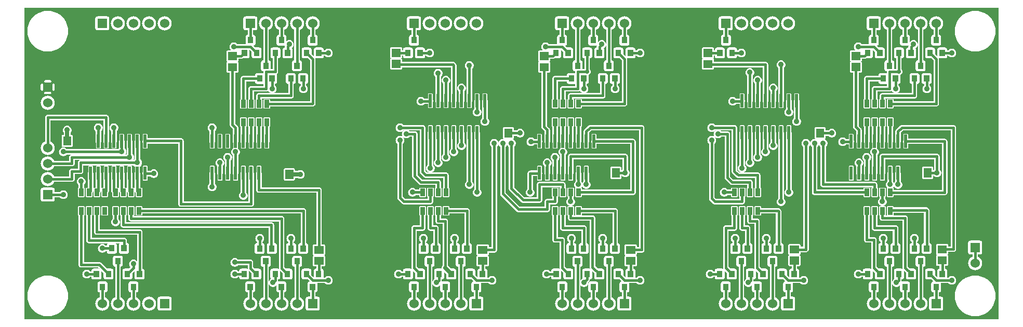
<source format=gbr>
G04 start of page 2 for group 3 layer_idx 0 *
G04 Title: (unknown), top_copper *
G04 Creator: pcb-rnd 1.2.7 *
G04 CreationDate: 2018-01-15 01:16:43 UTC *
G04 For: newell *
G04 Format: Gerber/RS-274X *
G04 PCB-Dimensions: 625000 200000 *
G04 PCB-Coordinate-Origin: lower left *
%MOIN*%
%FSLAX25Y25*%
%LNTOP*%
%ADD22C,0.1181*%
%ADD21C,0.0280*%
%ADD20C,0.0200*%
%ADD19C,0.0360*%
%ADD18R,0.0320X0.0320*%
%ADD17R,0.0512X0.0512*%
%ADD16R,0.0340X0.0340*%
%ADD15R,0.0200X0.0200*%
%ADD14C,0.0600*%
%ADD13C,0.0250*%
%ADD12C,0.0150*%
%ADD11C,0.0001*%
G54D11*G36*
X584993Y112500D02*X588750D01*
Y83150D01*
X584993D01*
Y91242D01*
X585061Y91226D01*
X585500Y91191D01*
X585939Y91226D01*
X586368Y91329D01*
X586775Y91497D01*
X587151Y91728D01*
X587486Y92014D01*
X587772Y92349D01*
X588003Y92725D01*
X588171Y93132D01*
X588274Y93561D01*
X588300Y94000D01*
X588274Y94439D01*
X588171Y94868D01*
X588003Y95275D01*
X587772Y95651D01*
X587486Y95986D01*
X587250Y96188D01*
Y104431D01*
X587255Y104500D01*
X587234Y104775D01*
X587169Y105042D01*
X587064Y105297D01*
X586920Y105532D01*
X586741Y105741D01*
X586532Y105920D01*
X586297Y106064D01*
X586042Y106169D01*
X585775Y106234D01*
X585500Y106255D01*
X585431Y106250D01*
X584993D01*
Y112500D01*
G37*
G36*
Y34740D02*X585065Y34623D01*
X585167Y34503D01*
X585287Y34401D01*
X585421Y34318D01*
X585566Y34258D01*
X585719Y34221D01*
X585876Y34212D01*
X587150D01*
Y32497D01*
X586965Y32486D01*
X586735Y32431D01*
X586517Y32341D01*
X586316Y32217D01*
X586136Y32064D01*
X585983Y31884D01*
X585859Y31683D01*
X585769Y31465D01*
X585714Y31235D01*
X585700Y31000D01*
Y27000D01*
X585708Y26867D01*
X584993Y27582D01*
Y34740D01*
G37*
G36*
Y41826D02*X585065Y41709D01*
X585167Y41589D01*
X585287Y41487D01*
X585421Y41404D01*
X585566Y41344D01*
X585691Y41314D01*
X585566Y41284D01*
X585421Y41224D01*
X585287Y41142D01*
X585167Y41039D01*
X585065Y40920D01*
X584993Y40803D01*
Y41826D01*
G37*
G36*
Y121250D02*X594250D01*
Y46750D01*
X592780D01*
Y47416D01*
X592771Y47573D01*
X592734Y47726D01*
X592674Y47872D01*
X592592Y48006D01*
X592490Y48125D01*
X592370Y48228D01*
X592236Y48310D01*
X592090Y48370D01*
X591937Y48407D01*
X591780Y48416D01*
X585876D01*
X585719Y48407D01*
X585566Y48370D01*
X585421Y48310D01*
X585287Y48228D01*
X585167Y48125D01*
X585065Y48006D01*
X584993Y47889D01*
Y79650D01*
X590331D01*
X590400Y79645D01*
X590674Y79666D01*
X590675Y79666D01*
X590942Y79731D01*
X591197Y79836D01*
X591432Y79980D01*
X591641Y80159D01*
X591686Y80211D01*
X591689Y80214D01*
X591741Y80259D01*
X591920Y80468D01*
X592064Y80703D01*
X592169Y80958D01*
X592234Y81225D01*
X592255Y81500D01*
X592250Y81569D01*
Y113931D01*
X592255Y114000D01*
X592234Y114274D01*
X592234Y114275D01*
X592169Y114542D01*
X592064Y114797D01*
X591920Y115032D01*
X591741Y115241D01*
X591689Y115286D01*
X591536Y115439D01*
X591491Y115491D01*
X591282Y115670D01*
X591047Y115814D01*
X590792Y115919D01*
X590525Y115984D01*
X590524Y115984D01*
X590250Y116005D01*
X590181Y116000D01*
X584993D01*
Y121250D01*
G37*
G36*
X609993Y200000D02*X625000D01*
Y0D01*
X609993D01*
Y1899D01*
X610000Y1899D01*
X612049Y2060D01*
X614049Y2540D01*
X615948Y3327D01*
X617701Y4401D01*
X619264Y5736D01*
X620599Y7299D01*
X621673Y9052D01*
X622460Y10951D01*
X622940Y12951D01*
X623061Y15000D01*
X622940Y17049D01*
X622460Y19049D01*
X621673Y20948D01*
X620599Y22701D01*
X619264Y24264D01*
X617701Y25599D01*
X615948Y26673D01*
X614049Y27460D01*
X612049Y27940D01*
X610000Y28101D01*
X609993Y28101D01*
Y31487D01*
X610000Y31486D01*
X610706Y31542D01*
X611395Y31707D01*
X612049Y31978D01*
X612653Y32348D01*
X613192Y32808D01*
X613652Y33347D01*
X614022Y33951D01*
X614293Y34605D01*
X614458Y35294D01*
X614500Y36000D01*
X614458Y36706D01*
X614293Y37395D01*
X614022Y38049D01*
X613652Y38653D01*
X613192Y39192D01*
X612653Y39652D01*
X612049Y40022D01*
X611750Y40146D01*
Y41500D01*
X613000D01*
X613235Y41514D01*
X613465Y41569D01*
X613683Y41659D01*
X613884Y41783D01*
X614064Y41936D01*
X614217Y42116D01*
X614341Y42317D01*
X614431Y42535D01*
X614486Y42765D01*
X614500Y43000D01*
Y49000D01*
X614486Y49235D01*
X614431Y49465D01*
X614341Y49683D01*
X614217Y49884D01*
X614064Y50064D01*
X613884Y50217D01*
X613683Y50341D01*
X613465Y50431D01*
X613235Y50486D01*
X613000Y50500D01*
X609993D01*
Y171899D01*
X610000Y171899D01*
X612049Y172060D01*
X614049Y172540D01*
X615948Y173327D01*
X617701Y174401D01*
X619264Y175736D01*
X620599Y177299D01*
X621673Y179052D01*
X622460Y180951D01*
X622940Y182951D01*
X623061Y185000D01*
X622940Y187049D01*
X622460Y189049D01*
X621673Y190948D01*
X620599Y192701D01*
X619264Y194264D01*
X617701Y195599D01*
X615948Y196673D01*
X614049Y197460D01*
X612049Y197940D01*
X610000Y198101D01*
X609993Y198101D01*
Y200000D01*
G37*
G36*
X584993D02*X609993D01*
Y198101D01*
X607951Y197940D01*
X605951Y197460D01*
X604052Y196673D01*
X602299Y195599D01*
X600736Y194264D01*
X599401Y192701D01*
X598327Y190948D01*
X597540Y189049D01*
X597060Y187049D01*
X596899Y185000D01*
X597060Y182951D01*
X597540Y180951D01*
X598327Y179052D01*
X599401Y177299D01*
X600736Y175736D01*
X602299Y174401D01*
X604052Y173327D01*
X605951Y172540D01*
X607951Y172060D01*
X609993Y171899D01*
Y50500D01*
X607000D01*
X606765Y50486D01*
X606535Y50431D01*
X606317Y50341D01*
X606116Y50217D01*
X605936Y50064D01*
X605783Y49884D01*
X605659Y49683D01*
X605569Y49465D01*
X605514Y49235D01*
X605500Y49000D01*
Y43000D01*
X605514Y42765D01*
X605569Y42535D01*
X605659Y42317D01*
X605783Y42116D01*
X605936Y41936D01*
X606116Y41783D01*
X606317Y41659D01*
X606535Y41569D01*
X606765Y41514D01*
X607000Y41500D01*
X608250D01*
Y40146D01*
X607951Y40022D01*
X607347Y39652D01*
X606808Y39192D01*
X606348Y38653D01*
X605978Y38049D01*
X605707Y37395D01*
X605542Y36706D01*
X605486Y36000D01*
X605542Y35294D01*
X605707Y34605D01*
X605978Y33951D01*
X606348Y33347D01*
X606808Y32808D01*
X607347Y32348D01*
X607951Y31978D01*
X608605Y31707D01*
X609294Y31542D01*
X609993Y31487D01*
Y28101D01*
X607951Y27940D01*
X605951Y27460D01*
X604052Y26673D01*
X602299Y25599D01*
X600736Y24264D01*
X599401Y22701D01*
X598327Y20948D01*
X597540Y19049D01*
X597060Y17049D01*
X596899Y15000D01*
X597060Y12951D01*
X597540Y10951D01*
X598327Y9052D01*
X599401Y7299D01*
X600736Y5736D01*
X602299Y4401D01*
X604052Y3327D01*
X605951Y2540D01*
X607951Y2060D01*
X609993Y1899D01*
Y0D01*
X584993D01*
Y5500D01*
X588000D01*
X588235Y5514D01*
X588465Y5569D01*
X588683Y5659D01*
X588884Y5783D01*
X589064Y5936D01*
X589217Y6116D01*
X589341Y6317D01*
X589431Y6535D01*
X589486Y6765D01*
X589500Y7000D01*
Y13000D01*
X589486Y13235D01*
X589431Y13465D01*
X589341Y13683D01*
X589217Y13884D01*
X589064Y14064D01*
X588884Y14217D01*
X588683Y14341D01*
X588465Y14431D01*
X588235Y14486D01*
X588000Y14500D01*
X586750D01*
Y17303D01*
X586935Y17314D01*
X587165Y17369D01*
X587383Y17459D01*
X587584Y17583D01*
X587764Y17736D01*
X587917Y17916D01*
X588041Y18117D01*
X588131Y18335D01*
X588186Y18565D01*
X588200Y18800D01*
Y22800D01*
X588186Y23035D01*
X588135Y23250D01*
X592812D01*
X593014Y23014D01*
X593349Y22728D01*
X593725Y22497D01*
X594132Y22329D01*
X594561Y22226D01*
X595000Y22191D01*
X595439Y22226D01*
X595868Y22329D01*
X596275Y22497D01*
X596651Y22728D01*
X596986Y23014D01*
X597272Y23349D01*
X597503Y23725D01*
X597671Y24132D01*
X597774Y24561D01*
X597800Y25000D01*
X597774Y25439D01*
X597671Y25868D01*
X597503Y26275D01*
X597272Y26651D01*
X596986Y26986D01*
X596651Y27272D01*
X596275Y27503D01*
X595868Y27671D01*
X595439Y27774D01*
X595000Y27809D01*
X594561Y27774D01*
X594132Y27671D01*
X593725Y27503D01*
X593349Y27272D01*
X593014Y26986D01*
X592812Y26750D01*
X592083D01*
X592086Y26765D01*
X592100Y27000D01*
Y31000D01*
X592086Y31235D01*
X592031Y31465D01*
X591941Y31683D01*
X591817Y31884D01*
X591664Y32064D01*
X591484Y32217D01*
X591283Y32341D01*
X591065Y32431D01*
X590835Y32486D01*
X590650Y32497D01*
Y34212D01*
X591780D01*
X591937Y34221D01*
X592090Y34258D01*
X592236Y34318D01*
X592370Y34401D01*
X592490Y34503D01*
X592592Y34623D01*
X592674Y34757D01*
X592734Y34902D01*
X592771Y35055D01*
X592780Y35212D01*
Y40330D01*
X592771Y40487D01*
X592734Y40640D01*
X592674Y40786D01*
X592592Y40920D01*
X592490Y41039D01*
X592370Y41142D01*
X592236Y41224D01*
X592090Y41284D01*
X591965Y41314D01*
X592090Y41344D01*
X592236Y41404D01*
X592370Y41487D01*
X592490Y41589D01*
X592592Y41709D01*
X592674Y41843D01*
X592734Y41988D01*
X592771Y42141D01*
X592780Y42298D01*
Y43250D01*
X595931D01*
X596000Y43245D01*
X596274Y43266D01*
X596275Y43266D01*
X596542Y43331D01*
X596797Y43436D01*
X597032Y43580D01*
X597241Y43759D01*
X597420Y43968D01*
X597564Y44203D01*
X597669Y44458D01*
X597734Y44725D01*
X597755Y45000D01*
X597750Y45069D01*
Y122931D01*
X597755Y123000D01*
X597734Y123275D01*
X597669Y123542D01*
X597564Y123797D01*
X597420Y124032D01*
X597241Y124241D01*
X597032Y124420D01*
X596797Y124564D01*
X596542Y124669D01*
X596275Y124734D01*
X596274Y124734D01*
X596000Y124755D01*
X595931Y124750D01*
X584993D01*
Y136652D01*
X585174Y136666D01*
X585175Y136666D01*
X585442Y136731D01*
X585697Y136836D01*
X585932Y136980D01*
X586141Y137159D01*
X586186Y137211D01*
X586189Y137214D01*
X586241Y137259D01*
X586420Y137468D01*
X586420Y137468D01*
X586564Y137703D01*
X586669Y137958D01*
X586734Y138225D01*
X586755Y138500D01*
X586750Y138569D01*
Y167031D01*
X586755Y167100D01*
X586734Y167374D01*
X586734Y167375D01*
X586682Y167591D01*
X586735Y167569D01*
X586965Y167514D01*
X587200Y167500D01*
X590600D01*
X590835Y167514D01*
X591065Y167569D01*
X591283Y167659D01*
X591484Y167783D01*
X591664Y167936D01*
X591817Y168116D01*
X591941Y168317D01*
X592031Y168535D01*
X592086Y168765D01*
X592100Y169000D01*
Y169250D01*
X592812D01*
X593014Y169014D01*
X593349Y168728D01*
X593725Y168497D01*
X594132Y168329D01*
X594561Y168226D01*
X595000Y168191D01*
X595439Y168226D01*
X595868Y168329D01*
X596275Y168497D01*
X596651Y168728D01*
X596986Y169014D01*
X597272Y169349D01*
X597503Y169725D01*
X597671Y170132D01*
X597774Y170561D01*
X597800Y171000D01*
X597774Y171439D01*
X597671Y171868D01*
X597503Y172275D01*
X597272Y172651D01*
X596986Y172986D01*
X596651Y173272D01*
X596275Y173503D01*
X595868Y173671D01*
X595439Y173774D01*
X595000Y173809D01*
X594561Y173774D01*
X594132Y173671D01*
X593725Y173503D01*
X593349Y173272D01*
X593014Y172986D01*
X592812Y172750D01*
X592100D01*
Y173000D01*
X592086Y173235D01*
X592031Y173465D01*
X591941Y173683D01*
X591817Y173884D01*
X591664Y174064D01*
X591484Y174217D01*
X591283Y174341D01*
X591065Y174431D01*
X590835Y174486D01*
X590600Y174500D01*
X587200D01*
X586965Y174486D01*
X586735Y174431D01*
X586517Y174341D01*
X586316Y174217D01*
X586136Y174064D01*
X585983Y173884D01*
X585859Y173683D01*
X585769Y173465D01*
X585714Y173235D01*
X585700Y173000D01*
Y169000D01*
X585708Y168867D01*
X584993Y169582D01*
Y175700D01*
X586700D01*
X586935Y175714D01*
X587165Y175769D01*
X587383Y175859D01*
X587584Y175983D01*
X587764Y176136D01*
X587917Y176316D01*
X588041Y176517D01*
X588131Y176735D01*
X588186Y176965D01*
X588200Y177200D01*
Y181200D01*
X588186Y181435D01*
X588131Y181665D01*
X588041Y181883D01*
X587917Y182084D01*
X587764Y182264D01*
X587584Y182417D01*
X587383Y182541D01*
X587165Y182631D01*
X586935Y182686D01*
X586750Y182697D01*
Y185854D01*
X587049Y185978D01*
X587653Y186348D01*
X588192Y186808D01*
X588652Y187347D01*
X589022Y187951D01*
X589293Y188605D01*
X589458Y189294D01*
X589500Y190000D01*
X589458Y190706D01*
X589293Y191395D01*
X589022Y192049D01*
X588652Y192653D01*
X588192Y193192D01*
X587653Y193652D01*
X587049Y194022D01*
X586395Y194293D01*
X585706Y194458D01*
X585000Y194514D01*
X584993Y194513D01*
Y200000D01*
G37*
G36*
X574993Y79650D02*X584993D01*
Y47889D01*
X584983Y47872D01*
X584922Y47726D01*
X584886Y47573D01*
X584876Y47416D01*
Y42298D01*
X584886Y42141D01*
X584922Y41988D01*
X584983Y41843D01*
X584993Y41826D01*
Y40803D01*
X584983Y40786D01*
X584922Y40640D01*
X584886Y40487D01*
X584876Y40330D01*
Y35212D01*
X584886Y35055D01*
X584922Y34902D01*
X584983Y34757D01*
X584993Y34740D01*
Y27582D01*
X584300Y28275D01*
Y31000D01*
X584286Y31235D01*
X584231Y31465D01*
X584141Y31683D01*
X584017Y31884D01*
X583864Y32064D01*
X583684Y32217D01*
X583483Y32341D01*
X583265Y32431D01*
X583035Y32486D01*
X582800Y32500D01*
X579400D01*
X579165Y32486D01*
X578935Y32431D01*
X578717Y32341D01*
X578516Y32217D01*
X578336Y32064D01*
X578183Y31884D01*
X578059Y31683D01*
X577969Y31465D01*
X577914Y31235D01*
X577900Y31000D01*
Y27000D01*
X577914Y26765D01*
X577969Y26535D01*
X578059Y26317D01*
X578183Y26116D01*
X578336Y25936D01*
X578516Y25783D01*
X578717Y25659D01*
X578935Y25569D01*
X579165Y25514D01*
X579400Y25500D01*
X582125D01*
X583325Y24300D01*
X583300D01*
X583065Y24286D01*
X582835Y24231D01*
X582617Y24141D01*
X582416Y24017D01*
X582236Y23864D01*
X582083Y23684D01*
X581959Y23483D01*
X581869Y23265D01*
X581814Y23035D01*
X581800Y22800D01*
Y18800D01*
X581814Y18565D01*
X581869Y18335D01*
X581959Y18117D01*
X582083Y17916D01*
X582236Y17736D01*
X582416Y17583D01*
X582617Y17459D01*
X582835Y17369D01*
X583065Y17314D01*
X583250Y17303D01*
Y14500D01*
X582000D01*
X581765Y14486D01*
X581535Y14431D01*
X581317Y14341D01*
X581116Y14217D01*
X580936Y14064D01*
X580783Y13884D01*
X580659Y13683D01*
X580569Y13465D01*
X580514Y13235D01*
X580500Y13000D01*
Y7000D01*
X580514Y6765D01*
X580569Y6535D01*
X580659Y6317D01*
X580783Y6116D01*
X580936Y5936D01*
X581116Y5783D01*
X581317Y5659D01*
X581535Y5569D01*
X581765Y5514D01*
X582000Y5500D01*
X584993D01*
Y0D01*
X574993D01*
Y5487D01*
X575000Y5486D01*
X575706Y5542D01*
X576395Y5707D01*
X577049Y5978D01*
X577653Y6348D01*
X578192Y6808D01*
X578652Y7347D01*
X579022Y7951D01*
X579293Y8605D01*
X579458Y9294D01*
X579500Y10000D01*
X579458Y10706D01*
X579293Y11395D01*
X579022Y12049D01*
X578652Y12653D01*
X578192Y13192D01*
X577653Y13652D01*
X577049Y14022D01*
X576750Y14146D01*
Y33703D01*
X576935Y33714D01*
X577165Y33769D01*
X577383Y33859D01*
X577584Y33983D01*
X577764Y34136D01*
X577917Y34316D01*
X578041Y34517D01*
X578131Y34735D01*
X578186Y34965D01*
X578200Y35200D01*
Y39200D01*
X578186Y39435D01*
X578131Y39665D01*
X578041Y39883D01*
X577917Y40084D01*
X577764Y40264D01*
X577584Y40417D01*
X577383Y40541D01*
X577165Y40631D01*
X576935Y40686D01*
X576700Y40700D01*
X574993D01*
Y68350D01*
X577150D01*
Y48897D01*
X576965Y48886D01*
X576735Y48831D01*
X576517Y48741D01*
X576316Y48617D01*
X576136Y48464D01*
X575983Y48284D01*
X575859Y48083D01*
X575769Y47865D01*
X575714Y47635D01*
X575700Y47400D01*
Y43400D01*
X575714Y43165D01*
X575769Y42935D01*
X575859Y42717D01*
X575983Y42516D01*
X576136Y42336D01*
X576316Y42183D01*
X576517Y42059D01*
X576735Y41969D01*
X576965Y41914D01*
X577200Y41900D01*
X580600D01*
X580835Y41914D01*
X581065Y41969D01*
X581283Y42059D01*
X581484Y42183D01*
X581664Y42336D01*
X581817Y42516D01*
X581941Y42717D01*
X582031Y42935D01*
X582086Y43165D01*
X582100Y43400D01*
Y47400D01*
X582086Y47635D01*
X582031Y47865D01*
X581941Y48083D01*
X581817Y48284D01*
X581664Y48464D01*
X581484Y48617D01*
X581283Y48741D01*
X581065Y48831D01*
X580835Y48886D01*
X580650Y48897D01*
Y69731D01*
X580655Y69800D01*
X580634Y70074D01*
X580634Y70075D01*
X580569Y70342D01*
X580464Y70597D01*
X580320Y70832D01*
X580141Y71041D01*
X580089Y71086D01*
X579837Y71337D01*
X579632Y71520D01*
X579397Y71664D01*
X579142Y71769D01*
X578875Y71834D01*
X578600Y71855D01*
X578500Y71848D01*
X578400Y71855D01*
X578332Y71850D01*
X574993D01*
Y79650D01*
G37*
G36*
Y102750D02*X583750D01*
Y96188D01*
X583514Y95986D01*
X583312Y95750D01*
X583102D01*
Y96952D01*
X583093Y97109D01*
X583056Y97262D01*
X582996Y97407D01*
X582914Y97542D01*
X582811Y97661D01*
X582692Y97764D01*
X582557Y97846D01*
X582412Y97906D01*
X582259Y97943D01*
X582102Y97952D01*
X576984D01*
X576827Y97943D01*
X576674Y97906D01*
X576529Y97846D01*
X576394Y97764D01*
X576275Y97661D01*
X576172Y97542D01*
X576090Y97407D01*
X576030Y97262D01*
X575993Y97109D01*
X575984Y96952D01*
Y91048D01*
X575993Y90891D01*
X576030Y90738D01*
X576090Y90593D01*
X576172Y90458D01*
X576275Y90339D01*
X576394Y90236D01*
X576529Y90154D01*
X576674Y90094D01*
X576827Y90057D01*
X576984Y90048D01*
X582102D01*
X582259Y90057D01*
X582412Y90094D01*
X582557Y90154D01*
X582692Y90236D01*
X582811Y90339D01*
X582914Y90458D01*
X582996Y90593D01*
X583056Y90738D01*
X583093Y90891D01*
X583102Y91048D01*
Y92250D01*
X583312D01*
X583514Y92014D01*
X583849Y91728D01*
X584225Y91497D01*
X584632Y91329D01*
X584993Y91242D01*
Y83150D01*
X574993D01*
Y102750D01*
G37*
G36*
Y112500D02*X584993D01*
Y106250D01*
X574993D01*
Y112500D01*
G37*
G36*
Y121250D02*X584993D01*
Y116000D01*
X574993D01*
Y121250D01*
G37*
G36*
Y136650D02*X584831D01*
X584900Y136645D01*
X584993Y136652D01*
Y124750D01*
X574993D01*
Y136650D01*
G37*
G36*
X578900Y167584D02*X578935Y167569D01*
X579165Y167514D01*
X579400Y167500D01*
X582125D01*
X583250Y166375D01*
Y140150D01*
X578900D01*
Y145199D01*
X579000Y145191D01*
X579439Y145226D01*
X579868Y145329D01*
X580275Y145497D01*
X580651Y145728D01*
X580986Y146014D01*
X581272Y146349D01*
X581503Y146725D01*
X581671Y147132D01*
X581774Y147561D01*
X581800Y148000D01*
X581774Y148439D01*
X581671Y148868D01*
X581503Y149275D01*
X581272Y149651D01*
X580986Y149986D01*
X580750Y150188D01*
Y151109D01*
X580835Y151114D01*
X581065Y151169D01*
X581283Y151259D01*
X581484Y151383D01*
X581664Y151536D01*
X581817Y151716D01*
X581941Y151917D01*
X582031Y152135D01*
X582086Y152365D01*
X582100Y152600D01*
Y156600D01*
X582086Y156835D01*
X582031Y157065D01*
X581941Y157283D01*
X581817Y157484D01*
X581664Y157664D01*
X581484Y157817D01*
X581283Y157941D01*
X581065Y158031D01*
X580835Y158086D01*
X580600Y158100D01*
X578900D01*
Y167584D01*
G37*
G36*
Y200000D02*X584993D01*
Y194513D01*
X584294Y194458D01*
X583605Y194293D01*
X582951Y194022D01*
X582347Y193652D01*
X581808Y193192D01*
X581348Y192653D01*
X580978Y192049D01*
X580707Y191395D01*
X580542Y190706D01*
X580486Y190000D01*
X580542Y189294D01*
X580707Y188605D01*
X580978Y187951D01*
X581348Y187347D01*
X581808Y186808D01*
X582347Y186348D01*
X582951Y185978D01*
X583250Y185854D01*
Y182697D01*
X583065Y182686D01*
X582835Y182631D01*
X582617Y182541D01*
X582416Y182417D01*
X582236Y182264D01*
X582083Y182084D01*
X581959Y181883D01*
X581869Y181665D01*
X581814Y181435D01*
X581800Y181200D01*
Y177200D01*
X581814Y176965D01*
X581869Y176735D01*
X581959Y176517D01*
X582083Y176316D01*
X582236Y176136D01*
X582416Y175983D01*
X582617Y175859D01*
X582835Y175769D01*
X583065Y175714D01*
X583300Y175700D01*
X584993D01*
Y169582D01*
X584300Y170275D01*
Y173000D01*
X584286Y173235D01*
X584231Y173465D01*
X584141Y173683D01*
X584017Y173884D01*
X583864Y174064D01*
X583684Y174217D01*
X583483Y174341D01*
X583265Y174431D01*
X583035Y174486D01*
X582800Y174500D01*
X579400D01*
X579165Y174486D01*
X578935Y174431D01*
X578900Y174416D01*
Y187752D01*
X579022Y187951D01*
X579293Y188605D01*
X579458Y189294D01*
X579500Y190000D01*
X579458Y190706D01*
X579293Y191395D01*
X579022Y192049D01*
X578900Y192248D01*
Y200000D01*
G37*
G36*
Y174416D02*X578717Y174341D01*
X578516Y174217D01*
X578336Y174064D01*
X578183Y173884D01*
X578059Y173683D01*
X577969Y173465D01*
X577914Y173235D01*
X577900Y173000D01*
Y169000D01*
X577914Y168765D01*
X577969Y168535D01*
X578059Y168317D01*
X578183Y168116D01*
X578336Y167936D01*
X578516Y167783D01*
X578717Y167659D01*
X578900Y167584D01*
Y158100D01*
X577200D01*
X576965Y158086D01*
X576735Y158031D01*
X576517Y157941D01*
X576316Y157817D01*
X576136Y157664D01*
X575983Y157484D01*
X575859Y157283D01*
X575769Y157065D01*
X575714Y156835D01*
X575700Y156600D01*
Y152600D01*
X575714Y152365D01*
X575769Y152135D01*
X575859Y151917D01*
X575983Y151716D01*
X576136Y151536D01*
X576316Y151383D01*
X576517Y151259D01*
X576735Y151169D01*
X576965Y151114D01*
X577200Y151100D01*
X577250D01*
Y150188D01*
X577014Y149986D01*
X576728Y149651D01*
X576497Y149275D01*
X576329Y148868D01*
X576226Y148439D01*
X576191Y148000D01*
X576226Y147561D01*
X576329Y147132D01*
X576497Y146725D01*
X576728Y146349D01*
X577014Y146014D01*
X577349Y145728D01*
X577725Y145497D01*
X578132Y145329D01*
X578561Y145226D01*
X578900Y145199D01*
Y140150D01*
X574993D01*
Y159300D01*
X576700D01*
X576935Y159314D01*
X577165Y159369D01*
X577383Y159459D01*
X577584Y159583D01*
X577764Y159736D01*
X577917Y159916D01*
X578041Y160117D01*
X578131Y160335D01*
X578186Y160565D01*
X578200Y160800D01*
Y164800D01*
X578186Y165035D01*
X578131Y165265D01*
X578041Y165483D01*
X577917Y165684D01*
X577764Y165864D01*
X577584Y166017D01*
X577383Y166141D01*
X577165Y166231D01*
X576935Y166286D01*
X576750Y166297D01*
Y185854D01*
X577049Y185978D01*
X577653Y186348D01*
X578192Y186808D01*
X578652Y187347D01*
X578900Y187752D01*
Y174416D01*
G37*
G36*
X574993Y200000D02*X578900D01*
Y192248D01*
X578652Y192653D01*
X578192Y193192D01*
X577653Y193652D01*
X577049Y194022D01*
X576395Y194293D01*
X575706Y194458D01*
X575000Y194514D01*
X574993Y194513D01*
Y200000D01*
G37*
G36*
X544993Y152750D02*X547900D01*
Y152600D01*
X547914Y152365D01*
X547969Y152135D01*
X548059Y151917D01*
X548183Y151716D01*
X548336Y151536D01*
X548516Y151383D01*
X548717Y151259D01*
X548935Y151169D01*
X549165Y151114D01*
X549400Y151100D01*
X552800D01*
X553035Y151114D01*
X553250Y151165D01*
Y149750D01*
X545569D01*
X545500Y149755D01*
X545225Y149734D01*
X544993Y149678D01*
Y152750D01*
G37*
G36*
X550496Y189879D02*X550542Y189294D01*
X550707Y188605D01*
X550978Y187951D01*
X551348Y187347D01*
X551808Y186808D01*
X552347Y186348D01*
X552951Y185978D01*
X553250Y185854D01*
Y166297D01*
X553065Y166286D01*
X552835Y166231D01*
X552617Y166141D01*
X552416Y166017D01*
X552236Y165864D01*
X552083Y165684D01*
X551959Y165483D01*
X551869Y165265D01*
X551814Y165035D01*
X551800Y164800D01*
Y160800D01*
X551814Y160565D01*
X551869Y160335D01*
X551959Y160117D01*
X552083Y159916D01*
X552236Y159736D01*
X552416Y159583D01*
X552617Y159459D01*
X552835Y159369D01*
X553065Y159314D01*
X553273Y159302D01*
X553266Y159275D01*
X553266Y159274D01*
X553245Y159000D01*
X553250Y158931D01*
Y158035D01*
X553035Y158086D01*
X552800Y158100D01*
X550496D01*
Y167500D01*
X550600D01*
X550835Y167514D01*
X551065Y167569D01*
X551283Y167659D01*
X551484Y167783D01*
X551664Y167936D01*
X551817Y168116D01*
X551941Y168317D01*
X552031Y168535D01*
X552086Y168765D01*
X552100Y169000D01*
Y173000D01*
X552086Y173235D01*
X552031Y173465D01*
X551941Y173683D01*
X551817Y173884D01*
X551664Y174064D01*
X551484Y174217D01*
X551283Y174341D01*
X551065Y174431D01*
X550835Y174486D01*
X550600Y174500D01*
X550496D01*
Y189879D01*
G37*
G36*
Y146250D02*X554431D01*
X554500Y146245D01*
X554569Y146250D01*
X554931D01*
X555000Y146245D01*
X555274Y146266D01*
X555275Y146266D01*
X555542Y146331D01*
X555797Y146436D01*
X556032Y146580D01*
X556241Y146759D01*
X556404Y146950D01*
X556497Y146725D01*
X556728Y146349D01*
X557014Y146014D01*
X557349Y145728D01*
X557725Y145497D01*
X558132Y145329D01*
X558460Y145250D01*
X550569D01*
X550500Y145255D01*
X550496Y145255D01*
Y146250D01*
G37*
G36*
X571100Y7752D02*X571348Y7347D01*
X571808Y6808D01*
X572347Y6348D01*
X572951Y5978D01*
X573605Y5707D01*
X574294Y5542D01*
X574993Y5487D01*
Y0D01*
X571100D01*
Y7752D01*
G37*
G36*
Y25584D02*X571283Y25659D01*
X571484Y25783D01*
X571664Y25936D01*
X571817Y26116D01*
X571941Y26317D01*
X572031Y26535D01*
X572086Y26765D01*
X572100Y27000D01*
Y31000D01*
X572086Y31235D01*
X572031Y31465D01*
X571941Y31683D01*
X571817Y31884D01*
X571664Y32064D01*
X571484Y32217D01*
X571283Y32341D01*
X571100Y32416D01*
Y41900D01*
X572800D01*
X573035Y41914D01*
X573265Y41969D01*
X573483Y42059D01*
X573684Y42183D01*
X573864Y42336D01*
X574017Y42516D01*
X574141Y42717D01*
X574231Y42935D01*
X574286Y43165D01*
X574300Y43400D01*
Y47400D01*
X574286Y47635D01*
X574231Y47865D01*
X574141Y48083D01*
X574017Y48284D01*
X573864Y48464D01*
X573684Y48617D01*
X573483Y48741D01*
X573265Y48831D01*
X573035Y48886D01*
X572800Y48900D01*
X572750D01*
Y49812D01*
X572986Y50014D01*
X573272Y50349D01*
X573503Y50725D01*
X573671Y51132D01*
X573774Y51561D01*
X573800Y52000D01*
X573774Y52439D01*
X573671Y52868D01*
X573503Y53275D01*
X573272Y53651D01*
X572986Y53986D01*
X572651Y54272D01*
X572275Y54503D01*
X571868Y54671D01*
X571439Y54774D01*
X571100Y54801D01*
Y68350D01*
X574993D01*
Y40700D01*
X573300D01*
X573065Y40686D01*
X572835Y40631D01*
X572617Y40541D01*
X572416Y40417D01*
X572236Y40264D01*
X572083Y40084D01*
X571959Y39883D01*
X571869Y39665D01*
X571814Y39435D01*
X571800Y39200D01*
Y35200D01*
X571814Y34965D01*
X571869Y34735D01*
X571959Y34517D01*
X572083Y34316D01*
X572236Y34136D01*
X572416Y33983D01*
X572617Y33859D01*
X572835Y33769D01*
X573065Y33714D01*
X573250Y33703D01*
Y14146D01*
X572951Y14022D01*
X572347Y13652D01*
X571808Y13192D01*
X571348Y12653D01*
X571100Y12248D01*
Y25584D01*
G37*
G36*
Y32416D02*X571065Y32431D01*
X570835Y32486D01*
X570600Y32500D01*
X568075D01*
X566750Y33825D01*
Y64931D01*
X566755Y65000D01*
X566734Y65275D01*
X566669Y65542D01*
X566564Y65797D01*
X566420Y66032D01*
X566241Y66241D01*
X566032Y66420D01*
X565797Y66564D01*
X565542Y66669D01*
X565275Y66734D01*
X565000Y66755D01*
X564931Y66750D01*
X557501D01*
X557506Y66755D01*
X557547Y66822D01*
X557577Y66895D01*
X557595Y66972D01*
X557600Y67050D01*
Y68350D01*
X571100D01*
Y54801D01*
X571000Y54809D01*
X570561Y54774D01*
X570132Y54671D01*
X569725Y54503D01*
X569349Y54272D01*
X569014Y53986D01*
X568728Y53651D01*
X568497Y53275D01*
X568329Y52868D01*
X568226Y52439D01*
X568191Y52000D01*
X568226Y51561D01*
X568329Y51132D01*
X568497Y50725D01*
X568728Y50349D01*
X569014Y50014D01*
X569250Y49812D01*
Y48891D01*
X569165Y48886D01*
X568935Y48831D01*
X568717Y48741D01*
X568516Y48617D01*
X568336Y48464D01*
X568183Y48284D01*
X568059Y48083D01*
X567969Y47865D01*
X567914Y47635D01*
X567900Y47400D01*
Y43400D01*
X567914Y43165D01*
X567969Y42935D01*
X568059Y42717D01*
X568183Y42516D01*
X568336Y42336D01*
X568516Y42183D01*
X568717Y42059D01*
X568935Y41969D01*
X569165Y41914D01*
X569400Y41900D01*
X571100D01*
Y32416D01*
G37*
G36*
X550496Y9879D02*X550542Y9294D01*
X550707Y8605D01*
X550978Y7951D01*
X551348Y7347D01*
X551808Y6808D01*
X552347Y6348D01*
X552951Y5978D01*
X553605Y5707D01*
X554294Y5542D01*
X555000Y5486D01*
X555706Y5542D01*
X556395Y5707D01*
X557049Y5978D01*
X557653Y6348D01*
X558192Y6808D01*
X558652Y7347D01*
X559022Y7951D01*
X559293Y8605D01*
X559458Y9294D01*
X559500Y10000D01*
X559458Y10706D01*
X559293Y11395D01*
X559022Y12049D01*
X558652Y12653D01*
X558192Y13192D01*
X557653Y13652D01*
X557049Y14022D01*
X556750Y14146D01*
Y22960D01*
X556829Y22632D01*
X556997Y22225D01*
X557228Y21849D01*
X557514Y21514D01*
X557849Y21228D01*
X558225Y20997D01*
X558632Y20829D01*
X559061Y20726D01*
X559500Y20691D01*
X559939Y20726D01*
X560368Y20829D01*
X560775Y20997D01*
X561151Y21228D01*
X561486Y21514D01*
X561772Y21849D01*
X561800Y21894D01*
Y18800D01*
X561814Y18565D01*
X561869Y18335D01*
X561959Y18117D01*
X562083Y17916D01*
X562236Y17736D01*
X562416Y17583D01*
X562617Y17459D01*
X562835Y17369D01*
X563065Y17314D01*
X563250Y17303D01*
Y14146D01*
X562951Y14022D01*
X562347Y13652D01*
X561808Y13192D01*
X561348Y12653D01*
X560978Y12049D01*
X560707Y11395D01*
X560542Y10706D01*
X560486Y10000D01*
X560542Y9294D01*
X560707Y8605D01*
X560978Y7951D01*
X561348Y7347D01*
X561808Y6808D01*
X562347Y6348D01*
X562951Y5978D01*
X563605Y5707D01*
X564294Y5542D01*
X565000Y5486D01*
X565706Y5542D01*
X566395Y5707D01*
X567049Y5978D01*
X567653Y6348D01*
X568192Y6808D01*
X568652Y7347D01*
X569022Y7951D01*
X569293Y8605D01*
X569458Y9294D01*
X569500Y10000D01*
X569458Y10706D01*
X569293Y11395D01*
X569022Y12049D01*
X568652Y12653D01*
X568192Y13192D01*
X567653Y13652D01*
X567049Y14022D01*
X566750Y14146D01*
Y17303D01*
X566935Y17314D01*
X567165Y17369D01*
X567383Y17459D01*
X567584Y17583D01*
X567764Y17736D01*
X567917Y17916D01*
X568041Y18117D01*
X568131Y18335D01*
X568186Y18565D01*
X568200Y18800D01*
Y22800D01*
X568186Y23035D01*
X568131Y23265D01*
X568041Y23483D01*
X567917Y23684D01*
X567764Y23864D01*
X567584Y24017D01*
X567383Y24141D01*
X567165Y24231D01*
X566935Y24286D01*
X566700Y24300D01*
X563300D01*
X563065Y24286D01*
X562835Y24231D01*
X562617Y24141D01*
X562533Y24089D01*
X562664Y24303D01*
X562769Y24558D01*
X562834Y24825D01*
X562855Y25100D01*
X562850Y25169D01*
Y25503D01*
X563035Y25514D01*
X563265Y25569D01*
X563483Y25659D01*
X563684Y25783D01*
X563864Y25936D01*
X564017Y26116D01*
X564141Y26317D01*
X564231Y26535D01*
X564286Y26765D01*
X564300Y27000D01*
Y31000D01*
X564286Y31235D01*
X564253Y31372D01*
X565700Y29925D01*
Y27000D01*
X565714Y26765D01*
X565769Y26535D01*
X565859Y26317D01*
X565983Y26116D01*
X566136Y25936D01*
X566316Y25783D01*
X566517Y25659D01*
X566735Y25569D01*
X566965Y25514D01*
X567200Y25500D01*
X570600D01*
X570835Y25514D01*
X571065Y25569D01*
X571100Y25584D01*
Y12248D01*
X570978Y12049D01*
X570707Y11395D01*
X570542Y10706D01*
X570486Y10000D01*
X570542Y9294D01*
X570707Y8605D01*
X570978Y7951D01*
X571100Y7752D01*
Y0D01*
X550496D01*
Y9879D01*
G37*
G36*
Y63245D02*X550500Y63245D01*
X550569Y63250D01*
X563250D01*
Y33169D01*
X563245Y33100D01*
X563266Y32825D01*
X563331Y32558D01*
X563407Y32372D01*
X563265Y32431D01*
X563035Y32486D01*
X562800Y32500D01*
X559400D01*
X559165Y32486D01*
X558935Y32431D01*
X558717Y32341D01*
X558516Y32217D01*
X558336Y32064D01*
X558183Y31884D01*
X558059Y31683D01*
X557969Y31465D01*
X557914Y31235D01*
X557900Y31000D01*
Y27000D01*
X557914Y26765D01*
X557969Y26535D01*
X558059Y26317D01*
X558183Y26116D01*
X558265Y26019D01*
X558225Y26003D01*
X557849Y25772D01*
X557514Y25486D01*
X557228Y25151D01*
X556997Y24775D01*
X556829Y24368D01*
X556750Y24040D01*
Y33703D01*
X556935Y33714D01*
X557165Y33769D01*
X557383Y33859D01*
X557584Y33983D01*
X557764Y34136D01*
X557917Y34316D01*
X558041Y34517D01*
X558131Y34735D01*
X558186Y34965D01*
X558200Y35200D01*
Y39200D01*
X558186Y39435D01*
X558131Y39665D01*
X558041Y39883D01*
X557917Y40084D01*
X557764Y40264D01*
X557584Y40417D01*
X557383Y40541D01*
X557165Y40631D01*
X556935Y40686D01*
X556700Y40700D01*
X553300D01*
X553065Y40686D01*
X552835Y40631D01*
X552617Y40541D01*
X552416Y40417D01*
X552236Y40264D01*
X552083Y40084D01*
X551959Y39883D01*
X551869Y39665D01*
X551814Y39435D01*
X551800Y39200D01*
Y35200D01*
X551814Y34965D01*
X551869Y34735D01*
X551959Y34517D01*
X552083Y34316D01*
X552236Y34136D01*
X552416Y33983D01*
X552617Y33859D01*
X552835Y33769D01*
X553065Y33714D01*
X553250Y33703D01*
Y14146D01*
X552951Y14022D01*
X552347Y13652D01*
X551808Y13192D01*
X551348Y12653D01*
X550978Y12049D01*
X550707Y11395D01*
X550542Y10706D01*
X550496Y10121D01*
Y25500D01*
X550600D01*
X550835Y25514D01*
X551065Y25569D01*
X551283Y25659D01*
X551484Y25783D01*
X551664Y25936D01*
X551817Y26116D01*
X551941Y26317D01*
X552031Y26535D01*
X552086Y26765D01*
X552100Y27000D01*
Y31000D01*
X552086Y31235D01*
X552031Y31465D01*
X551941Y31683D01*
X551817Y31884D01*
X551664Y32064D01*
X551484Y32217D01*
X551283Y32341D01*
X551065Y32431D01*
X550835Y32486D01*
X550600Y32500D01*
X550496D01*
Y41900D01*
X552800D01*
X553035Y41914D01*
X553265Y41969D01*
X553483Y42059D01*
X553684Y42183D01*
X553864Y42336D01*
X554017Y42516D01*
X554141Y42717D01*
X554231Y42935D01*
X554286Y43165D01*
X554300Y43400D01*
Y47400D01*
X554286Y47635D01*
X554231Y47865D01*
X554141Y48083D01*
X554017Y48284D01*
X553864Y48464D01*
X553684Y48617D01*
X553483Y48741D01*
X553265Y48831D01*
X553035Y48886D01*
X552800Y48900D01*
X552750D01*
Y49812D01*
X552986Y50014D01*
X553272Y50349D01*
X553503Y50725D01*
X553671Y51132D01*
X553774Y51561D01*
X553800Y52000D01*
X553774Y52439D01*
X553671Y52868D01*
X553503Y53275D01*
X553272Y53651D01*
X552986Y53986D01*
X552651Y54272D01*
X552275Y54503D01*
X551868Y54671D01*
X551439Y54774D01*
X551000Y54809D01*
X550561Y54774D01*
X550496Y54758D01*
Y56750D01*
X557150D01*
Y48897D01*
X556965Y48886D01*
X556735Y48831D01*
X556517Y48741D01*
X556316Y48617D01*
X556136Y48464D01*
X555983Y48284D01*
X555859Y48083D01*
X555769Y47865D01*
X555714Y47635D01*
X555700Y47400D01*
Y43400D01*
X555714Y43165D01*
X555769Y42935D01*
X555859Y42717D01*
X555983Y42516D01*
X556136Y42336D01*
X556316Y42183D01*
X556517Y42059D01*
X556735Y41969D01*
X556965Y41914D01*
X557200Y41900D01*
X560600D01*
X560835Y41914D01*
X561065Y41969D01*
X561283Y42059D01*
X561484Y42183D01*
X561664Y42336D01*
X561817Y42516D01*
X561941Y42717D01*
X562031Y42935D01*
X562086Y43165D01*
X562100Y43400D01*
Y47400D01*
X562086Y47635D01*
X562031Y47865D01*
X561941Y48083D01*
X561817Y48284D01*
X561664Y48464D01*
X561484Y48617D01*
X561283Y48741D01*
X561065Y48831D01*
X560835Y48886D01*
X560650Y48897D01*
Y57911D01*
X560669Y57958D01*
X560734Y58225D01*
X560755Y58500D01*
X560734Y58775D01*
X560669Y59042D01*
X560564Y59297D01*
X560420Y59532D01*
X560241Y59741D01*
X560032Y59920D01*
X559797Y60064D01*
X559542Y60169D01*
X559275Y60234D01*
X559000Y60255D01*
X558931Y60250D01*
X550496D01*
Y63245D01*
G37*
G36*
Y89000D02*X551500D01*
X551578Y89005D01*
X551655Y89023D01*
X551728Y89053D01*
X551795Y89094D01*
X551855Y89145D01*
X551906Y89205D01*
X551947Y89272D01*
X551977Y89345D01*
X551995Y89422D01*
X552000Y89500D01*
Y92849D01*
X552064Y92953D01*
X552169Y93208D01*
X552234Y93475D01*
X552250Y93750D01*
Y102750D01*
X574993D01*
Y83150D01*
X557600D01*
Y83950D01*
X557595Y84028D01*
X557577Y84105D01*
X557547Y84178D01*
X557506Y84245D01*
X557455Y84305D01*
X557395Y84356D01*
X557340Y84389D01*
X557486Y84514D01*
X557772Y84849D01*
X558000Y85221D01*
X558228Y84849D01*
X558514Y84514D01*
X558849Y84228D01*
X559225Y83997D01*
X559632Y83829D01*
X560061Y83726D01*
X560500Y83691D01*
X560939Y83726D01*
X561368Y83829D01*
X561775Y83997D01*
X562151Y84228D01*
X562486Y84514D01*
X562772Y84849D01*
X563003Y85225D01*
X563171Y85632D01*
X563274Y86061D01*
X563300Y86500D01*
X563274Y86939D01*
X563171Y87368D01*
X563003Y87775D01*
X562772Y88151D01*
X562486Y88486D01*
X562250Y88688D01*
Y93750D01*
X562234Y94025D01*
X562169Y94292D01*
X562064Y94547D01*
X562000Y94651D01*
Y98000D01*
X561995Y98078D01*
X561977Y98155D01*
X561947Y98228D01*
X561906Y98295D01*
X561855Y98355D01*
X561795Y98406D01*
X561728Y98447D01*
X561655Y98477D01*
X561578Y98495D01*
X561500Y98500D01*
X559500D01*
X559422Y98495D01*
X559345Y98477D01*
X559272Y98447D01*
X559205Y98406D01*
X559145Y98355D01*
X559094Y98295D01*
X559053Y98228D01*
X559023Y98155D01*
X559005Y98078D01*
X559000Y98000D01*
Y94651D01*
X558936Y94547D01*
X558831Y94292D01*
X558766Y94025D01*
X558750Y93750D01*
Y88688D01*
X558514Y88486D01*
X558228Y88151D01*
X558000Y87779D01*
X557772Y88151D01*
X557486Y88486D01*
X557250Y88688D01*
Y93750D01*
X557234Y94025D01*
X557169Y94292D01*
X557064Y94547D01*
X557000Y94651D01*
Y98000D01*
X556995Y98078D01*
X556977Y98155D01*
X556947Y98228D01*
X556906Y98295D01*
X556855Y98355D01*
X556795Y98406D01*
X556728Y98447D01*
X556655Y98477D01*
X556578Y98495D01*
X556500Y98500D01*
X554500D01*
X554422Y98495D01*
X554345Y98477D01*
X554272Y98447D01*
X554205Y98406D01*
X554145Y98355D01*
X554094Y98295D01*
X554053Y98228D01*
X554023Y98155D01*
X554005Y98078D01*
X554000Y98000D01*
Y94651D01*
X553936Y94547D01*
X553831Y94292D01*
X553766Y94025D01*
X553750Y93750D01*
Y88688D01*
X553514Y88486D01*
X553228Y88151D01*
X552997Y87775D01*
X552829Y87368D01*
X552726Y86939D01*
X552691Y86500D01*
X552726Y86061D01*
X552829Y85632D01*
X552997Y85225D01*
X553228Y84849D01*
X553514Y84514D01*
X553660Y84389D01*
X553605Y84356D01*
X553545Y84305D01*
X553494Y84245D01*
X553453Y84178D01*
X553423Y84105D01*
X553405Y84028D01*
X553400Y83950D01*
Y78850D01*
X553405Y78772D01*
X553423Y78695D01*
X553453Y78622D01*
X553494Y78555D01*
X553545Y78495D01*
X553605Y78444D01*
X553672Y78403D01*
X553745Y78373D01*
X553822Y78355D01*
X553900Y78350D01*
X557100D01*
X557178Y78355D01*
X557255Y78373D01*
X557328Y78403D01*
X557395Y78444D01*
X557455Y78495D01*
X557506Y78555D01*
X557547Y78622D01*
X557577Y78695D01*
X557595Y78772D01*
X557600Y78850D01*
Y79650D01*
X574993D01*
Y71850D01*
X557600D01*
Y72150D01*
X557595Y72228D01*
X557577Y72305D01*
X557547Y72378D01*
X557506Y72445D01*
X557455Y72505D01*
X557395Y72556D01*
X557328Y72597D01*
X557255Y72627D01*
X557178Y72645D01*
X557100Y72650D01*
X553900D01*
X553822Y72645D01*
X553745Y72627D01*
X553672Y72597D01*
X553605Y72556D01*
X553545Y72505D01*
X553494Y72445D01*
X553453Y72378D01*
X553423Y72305D01*
X553405Y72228D01*
X553400Y72150D01*
Y67050D01*
X553405Y66972D01*
X553423Y66895D01*
X553453Y66822D01*
X553494Y66755D01*
X553499Y66750D01*
X552501D01*
X552506Y66755D01*
X552547Y66822D01*
X552577Y66895D01*
X552595Y66972D01*
X552600Y67050D01*
Y72150D01*
X552595Y72228D01*
X552577Y72305D01*
X552547Y72378D01*
X552506Y72445D01*
X552455Y72505D01*
X552395Y72556D01*
X552328Y72597D01*
X552255Y72627D01*
X552178Y72645D01*
X552100Y72650D01*
X550496D01*
Y72692D01*
X550500Y72691D01*
X550939Y72726D01*
X551368Y72829D01*
X551775Y72997D01*
X552151Y73228D01*
X552486Y73514D01*
X552772Y73849D01*
X553003Y74225D01*
X553171Y74632D01*
X553274Y75061D01*
X553300Y75500D01*
X553274Y75939D01*
X553171Y76368D01*
X553003Y76775D01*
X552772Y77151D01*
X552486Y77486D01*
X552250Y77688D01*
Y78372D01*
X552255Y78373D01*
X552328Y78403D01*
X552395Y78444D01*
X552455Y78495D01*
X552506Y78555D01*
X552547Y78622D01*
X552577Y78695D01*
X552595Y78772D01*
X552600Y78850D01*
Y83950D01*
X552595Y84028D01*
X552577Y84105D01*
X552547Y84178D01*
X552506Y84245D01*
X552455Y84305D01*
X552395Y84356D01*
X552328Y84397D01*
X552255Y84427D01*
X552178Y84445D01*
X552100Y84450D01*
X550496D01*
Y89000D01*
G37*
G36*
X555500Y135350D02*X557100D01*
X557178Y135355D01*
X557255Y135373D01*
X557328Y135403D01*
X557395Y135444D01*
X557455Y135495D01*
X557506Y135555D01*
X557547Y135622D01*
X557577Y135695D01*
X557595Y135772D01*
X557600Y135850D01*
Y136650D01*
X574993D01*
Y124750D01*
X563069D01*
X563000Y124755D01*
X562725Y124734D01*
X562458Y124669D01*
X562203Y124564D01*
X561968Y124420D01*
X561759Y124241D01*
X561714Y124189D01*
X559311Y121786D01*
X559259Y121741D01*
X559080Y121532D01*
X558936Y121297D01*
X558831Y121042D01*
X558766Y120775D01*
X558766Y120774D01*
X558745Y120500D01*
X558750Y120432D01*
Y114250D01*
X558766Y113975D01*
X558831Y113708D01*
X558936Y113453D01*
X559000Y113349D01*
Y110000D01*
X559005Y109922D01*
X559023Y109845D01*
X559053Y109772D01*
X559094Y109705D01*
X559145Y109645D01*
X559205Y109594D01*
X559272Y109553D01*
X559345Y109523D01*
X559422Y109505D01*
X559500Y109500D01*
X561500D01*
X561578Y109505D01*
X561655Y109523D01*
X561728Y109553D01*
X561795Y109594D01*
X561855Y109645D01*
X561906Y109705D01*
X561947Y109772D01*
X561977Y109845D01*
X561995Y109922D01*
X562000Y110000D01*
Y113349D01*
X562064Y113453D01*
X562169Y113708D01*
X562234Y113975D01*
X562250Y114250D01*
Y119775D01*
X563725Y121250D01*
X574993D01*
Y116000D01*
X567000D01*
Y118500D01*
X566995Y118578D01*
X566977Y118655D01*
X566947Y118728D01*
X566906Y118795D01*
X566855Y118855D01*
X566795Y118906D01*
X566728Y118947D01*
X566655Y118977D01*
X566578Y118995D01*
X566500Y119000D01*
X564500D01*
X564422Y118995D01*
X564345Y118977D01*
X564272Y118947D01*
X564205Y118906D01*
X564145Y118855D01*
X564094Y118795D01*
X564053Y118728D01*
X564023Y118655D01*
X564005Y118578D01*
X564000Y118500D01*
Y115151D01*
X563936Y115047D01*
X563831Y114792D01*
X563766Y114525D01*
X563745Y114250D01*
X563766Y113975D01*
X563831Y113708D01*
X563936Y113453D01*
X564000Y113349D01*
Y110000D01*
X564005Y109922D01*
X564023Y109845D01*
X564053Y109772D01*
X564094Y109705D01*
X564145Y109645D01*
X564205Y109594D01*
X564272Y109553D01*
X564345Y109523D01*
X564422Y109505D01*
X564500Y109500D01*
X566500D01*
X566578Y109505D01*
X566655Y109523D01*
X566728Y109553D01*
X566795Y109594D01*
X566855Y109645D01*
X566906Y109705D01*
X566947Y109772D01*
X566977Y109845D01*
X566995Y109922D01*
X567000Y110000D01*
Y112500D01*
X574993D01*
Y106250D01*
X555500D01*
Y109500D01*
X556500D01*
X556578Y109505D01*
X556655Y109523D01*
X556728Y109553D01*
X556795Y109594D01*
X556855Y109645D01*
X556906Y109705D01*
X556947Y109772D01*
X556977Y109845D01*
X556995Y109922D01*
X557000Y110000D01*
Y113349D01*
X557064Y113453D01*
X557169Y113708D01*
X557234Y113975D01*
X557250Y114250D01*
Y123572D01*
X557255Y123573D01*
X557328Y123603D01*
X557395Y123644D01*
X557455Y123695D01*
X557506Y123755D01*
X557547Y123822D01*
X557577Y123895D01*
X557595Y123972D01*
X557600Y124050D01*
Y129150D01*
X557595Y129228D01*
X557577Y129305D01*
X557547Y129378D01*
X557506Y129445D01*
X557455Y129505D01*
X557395Y129556D01*
X557328Y129597D01*
X557255Y129627D01*
X557178Y129645D01*
X557100Y129650D01*
X555500D01*
Y135350D01*
G37*
G36*
Y200000D02*X574993D01*
Y194513D01*
X574294Y194458D01*
X573605Y194293D01*
X572951Y194022D01*
X572347Y193652D01*
X571808Y193192D01*
X571348Y192653D01*
X570978Y192049D01*
X570707Y191395D01*
X570542Y190706D01*
X570486Y190000D01*
X570542Y189294D01*
X570707Y188605D01*
X570978Y187951D01*
X571348Y187347D01*
X571808Y186808D01*
X572347Y186348D01*
X572951Y185978D01*
X573250Y185854D01*
Y177040D01*
X573171Y177368D01*
X573003Y177775D01*
X572772Y178151D01*
X572486Y178486D01*
X572151Y178772D01*
X571775Y179003D01*
X571368Y179171D01*
X570939Y179274D01*
X570500Y179309D01*
X570061Y179274D01*
X569632Y179171D01*
X569225Y179003D01*
X568849Y178772D01*
X568514Y178486D01*
X568228Y178151D01*
X568200Y178106D01*
Y181200D01*
X568186Y181435D01*
X568131Y181665D01*
X568041Y181883D01*
X567917Y182084D01*
X567764Y182264D01*
X567584Y182417D01*
X567383Y182541D01*
X567165Y182631D01*
X566935Y182686D01*
X566750Y182697D01*
Y185854D01*
X567049Y185978D01*
X567653Y186348D01*
X568192Y186808D01*
X568652Y187347D01*
X569022Y187951D01*
X569293Y188605D01*
X569458Y189294D01*
X569500Y190000D01*
X569458Y190706D01*
X569293Y191395D01*
X569022Y192049D01*
X568652Y192653D01*
X568192Y193192D01*
X567653Y193652D01*
X567049Y194022D01*
X566395Y194293D01*
X565706Y194458D01*
X565000Y194514D01*
X564294Y194458D01*
X563605Y194293D01*
X562951Y194022D01*
X562347Y193652D01*
X561808Y193192D01*
X561348Y192653D01*
X560978Y192049D01*
X560707Y191395D01*
X560542Y190706D01*
X560486Y190000D01*
X560542Y189294D01*
X560707Y188605D01*
X560978Y187951D01*
X561348Y187347D01*
X561808Y186808D01*
X562347Y186348D01*
X562951Y185978D01*
X563250Y185854D01*
Y182697D01*
X563065Y182686D01*
X562835Y182631D01*
X562617Y182541D01*
X562416Y182417D01*
X562236Y182264D01*
X562083Y182084D01*
X561959Y181883D01*
X561869Y181665D01*
X561814Y181435D01*
X561800Y181200D01*
Y177200D01*
X561814Y176965D01*
X561869Y176735D01*
X561959Y176517D01*
X562083Y176316D01*
X562236Y176136D01*
X562416Y175983D01*
X562617Y175859D01*
X562835Y175769D01*
X563065Y175714D01*
X563300Y175700D01*
X566700D01*
X566935Y175714D01*
X567165Y175769D01*
X567383Y175859D01*
X567467Y175911D01*
X567336Y175697D01*
X567231Y175442D01*
X567166Y175175D01*
X567166Y175174D01*
X567145Y174900D01*
X567150Y174832D01*
Y174497D01*
X566965Y174486D01*
X566735Y174431D01*
X566517Y174341D01*
X566316Y174217D01*
X566136Y174064D01*
X565983Y173884D01*
X565859Y173683D01*
X565769Y173465D01*
X565714Y173235D01*
X565700Y173000D01*
Y169000D01*
X565714Y168765D01*
X565769Y168535D01*
X565859Y168317D01*
X565983Y168116D01*
X566136Y167936D01*
X566316Y167783D01*
X566517Y167659D01*
X566735Y167569D01*
X566965Y167514D01*
X567200Y167500D01*
X570600D01*
X570835Y167514D01*
X571065Y167569D01*
X571283Y167659D01*
X571484Y167783D01*
X571664Y167936D01*
X571817Y168116D01*
X571941Y168317D01*
X572031Y168535D01*
X572086Y168765D01*
X572100Y169000D01*
Y173000D01*
X572086Y173235D01*
X572031Y173465D01*
X571941Y173683D01*
X571817Y173884D01*
X571735Y173981D01*
X571775Y173997D01*
X572151Y174228D01*
X572486Y174514D01*
X572772Y174849D01*
X573003Y175225D01*
X573171Y175632D01*
X573250Y175960D01*
Y166297D01*
X573065Y166286D01*
X572835Y166231D01*
X572617Y166141D01*
X572416Y166017D01*
X572236Y165864D01*
X572083Y165684D01*
X571959Y165483D01*
X571869Y165265D01*
X571814Y165035D01*
X571800Y164800D01*
Y160800D01*
X571814Y160565D01*
X571869Y160335D01*
X571959Y160117D01*
X572083Y159916D01*
X572236Y159736D01*
X572416Y159583D01*
X572617Y159459D01*
X572835Y159369D01*
X573065Y159314D01*
X573300Y159300D01*
X574993D01*
Y140150D01*
X557600D01*
Y140950D01*
X557595Y141028D01*
X557577Y141105D01*
X557547Y141178D01*
X557506Y141245D01*
X557455Y141305D01*
X557395Y141356D01*
X557328Y141397D01*
X557255Y141427D01*
X557178Y141445D01*
X557100Y141450D01*
X555500D01*
Y141750D01*
X570931D01*
X571000Y141745D01*
X571274Y141766D01*
X571275Y141766D01*
X571542Y141831D01*
X571797Y141936D01*
X572032Y142080D01*
X572241Y142259D01*
X572286Y142311D01*
X572289Y142314D01*
X572341Y142359D01*
X572520Y142568D01*
X572664Y142803D01*
X572769Y143058D01*
X572834Y143325D01*
X572855Y143600D01*
X572850Y143669D01*
Y151103D01*
X573035Y151114D01*
X573265Y151169D01*
X573483Y151259D01*
X573684Y151383D01*
X573864Y151536D01*
X574017Y151716D01*
X574141Y151917D01*
X574231Y152135D01*
X574286Y152365D01*
X574300Y152600D01*
Y156600D01*
X574286Y156835D01*
X574231Y157065D01*
X574141Y157283D01*
X574017Y157484D01*
X573864Y157664D01*
X573684Y157817D01*
X573483Y157941D01*
X573265Y158031D01*
X573035Y158086D01*
X572800Y158100D01*
X569400D01*
X569165Y158086D01*
X568935Y158031D01*
X568717Y157941D01*
X568516Y157817D01*
X568336Y157664D01*
X568183Y157484D01*
X568059Y157283D01*
X567969Y157065D01*
X567914Y156835D01*
X567900Y156600D01*
Y152600D01*
X567914Y152365D01*
X567969Y152135D01*
X568059Y151917D01*
X568183Y151716D01*
X568336Y151536D01*
X568516Y151383D01*
X568717Y151259D01*
X568935Y151169D01*
X569165Y151114D01*
X569350Y151103D01*
Y145250D01*
X559540D01*
X559868Y145329D01*
X560275Y145497D01*
X560651Y145728D01*
X560986Y146014D01*
X561272Y146349D01*
X561503Y146725D01*
X561671Y147132D01*
X561774Y147561D01*
X561800Y148000D01*
X561774Y148439D01*
X561671Y148868D01*
X561503Y149275D01*
X561272Y149651D01*
X560986Y149986D01*
X560750Y150188D01*
Y151109D01*
X560835Y151114D01*
X561065Y151169D01*
X561283Y151259D01*
X561484Y151383D01*
X561664Y151536D01*
X561817Y151716D01*
X561941Y151917D01*
X562031Y152135D01*
X562086Y152365D01*
X562100Y152600D01*
Y156600D01*
X562086Y156835D01*
X562046Y157002D01*
X562327Y157174D01*
X562591Y157409D01*
X562691Y157509D01*
X562926Y157773D01*
X563111Y158075D01*
X563246Y158403D01*
X563329Y158747D01*
X563357Y159100D01*
X563329Y159453D01*
X563246Y159797D01*
X563111Y160125D01*
X562926Y160427D01*
X562850Y160515D01*
Y167503D01*
X563035Y167514D01*
X563265Y167569D01*
X563483Y167659D01*
X563684Y167783D01*
X563864Y167936D01*
X564017Y168116D01*
X564141Y168317D01*
X564231Y168535D01*
X564286Y168765D01*
X564300Y169000D01*
Y173000D01*
X564286Y173235D01*
X564231Y173465D01*
X564141Y173683D01*
X564017Y173884D01*
X563864Y174064D01*
X563684Y174217D01*
X563483Y174341D01*
X563265Y174431D01*
X563035Y174486D01*
X562800Y174500D01*
X559400D01*
X559165Y174486D01*
X558935Y174431D01*
X558717Y174341D01*
X558516Y174217D01*
X558336Y174064D01*
X558183Y173884D01*
X558059Y173683D01*
X557969Y173465D01*
X557914Y173235D01*
X557900Y173000D01*
Y169000D01*
X557914Y168765D01*
X557969Y168535D01*
X558059Y168317D01*
X558183Y168116D01*
X558336Y167936D01*
X558516Y167783D01*
X558717Y167659D01*
X558935Y167569D01*
X559165Y167514D01*
X559350Y167503D01*
Y160750D01*
X558197D01*
X558200Y160800D01*
Y164800D01*
X558186Y165035D01*
X558131Y165265D01*
X558041Y165483D01*
X557917Y165684D01*
X557764Y165864D01*
X557584Y166017D01*
X557383Y166141D01*
X557165Y166231D01*
X556935Y166286D01*
X556750Y166297D01*
Y185854D01*
X557049Y185978D01*
X557653Y186348D01*
X558192Y186808D01*
X558652Y187347D01*
X559022Y187951D01*
X559293Y188605D01*
X559458Y189294D01*
X559500Y190000D01*
X559458Y190706D01*
X559293Y191395D01*
X559022Y192049D01*
X558652Y192653D01*
X558192Y193192D01*
X557653Y193652D01*
X557049Y194022D01*
X556395Y194293D01*
X555706Y194458D01*
X555500Y194475D01*
Y200000D01*
G37*
G36*
Y141450D02*X553900D01*
X553822Y141445D01*
X553745Y141427D01*
X553672Y141397D01*
X553605Y141356D01*
X553545Y141305D01*
X553494Y141245D01*
X553453Y141178D01*
X553423Y141105D01*
X553405Y141028D01*
X553400Y140950D01*
Y135850D01*
X553405Y135772D01*
X553423Y135695D01*
X553453Y135622D01*
X553494Y135555D01*
X553545Y135495D01*
X553605Y135444D01*
X553672Y135403D01*
X553745Y135373D01*
X553822Y135355D01*
X553900Y135350D01*
X555500D01*
Y129650D01*
X553900D01*
X553822Y129645D01*
X553745Y129627D01*
X553672Y129597D01*
X553605Y129556D01*
X553545Y129505D01*
X553494Y129445D01*
X553453Y129378D01*
X553423Y129305D01*
X553405Y129228D01*
X553400Y129150D01*
Y124050D01*
X553405Y123972D01*
X553423Y123895D01*
X553453Y123822D01*
X553494Y123755D01*
X553545Y123695D01*
X553605Y123644D01*
X553672Y123603D01*
X553745Y123573D01*
X553750Y123572D01*
Y114250D01*
X553766Y113975D01*
X553831Y113708D01*
X553936Y113453D01*
X554000Y113349D01*
Y110000D01*
X554005Y109922D01*
X554023Y109845D01*
X554053Y109772D01*
X554094Y109705D01*
X554145Y109645D01*
X554205Y109594D01*
X554272Y109553D01*
X554345Y109523D01*
X554422Y109505D01*
X554500Y109500D01*
X555500D01*
Y106250D01*
X550500D01*
X550496Y106250D01*
Y109500D01*
X551500D01*
X551578Y109505D01*
X551655Y109523D01*
X551728Y109553D01*
X551795Y109594D01*
X551855Y109645D01*
X551906Y109705D01*
X551947Y109772D01*
X551977Y109845D01*
X551995Y109922D01*
X552000Y110000D01*
Y113349D01*
X552064Y113453D01*
X552169Y113708D01*
X552234Y113975D01*
X552250Y114250D01*
Y123572D01*
X552255Y123573D01*
X552328Y123603D01*
X552395Y123644D01*
X552455Y123695D01*
X552506Y123755D01*
X552547Y123822D01*
X552577Y123895D01*
X552595Y123972D01*
X552600Y124050D01*
Y129150D01*
X552595Y129228D01*
X552577Y129305D01*
X552547Y129378D01*
X552506Y129445D01*
X552455Y129505D01*
X552395Y129556D01*
X552328Y129597D01*
X552255Y129627D01*
X552178Y129645D01*
X552100Y129650D01*
X550496D01*
Y135350D01*
X552100D01*
X552178Y135355D01*
X552255Y135373D01*
X552328Y135403D01*
X552395Y135444D01*
X552455Y135495D01*
X552506Y135555D01*
X552547Y135622D01*
X552577Y135695D01*
X552595Y135772D01*
X552600Y135850D01*
Y140950D01*
X552595Y141028D01*
X552577Y141105D01*
X552547Y141178D01*
X552506Y141245D01*
X552455Y141305D01*
X552395Y141356D01*
X552328Y141397D01*
X552255Y141427D01*
X552250Y141428D01*
Y141750D01*
X555500D01*
Y141450D01*
G37*
G36*
X550496Y200000D02*X555500D01*
Y194475D01*
X555000Y194514D01*
X554294Y194458D01*
X553605Y194293D01*
X552951Y194022D01*
X552347Y193652D01*
X551808Y193192D01*
X551348Y192653D01*
X550978Y192049D01*
X550707Y191395D01*
X550542Y190706D01*
X550496Y190121D01*
Y200000D01*
G37*
G36*
Y158100D02*X549400D01*
X549165Y158086D01*
X548935Y158031D01*
X548717Y157941D01*
X548516Y157817D01*
X548336Y157664D01*
X548183Y157484D01*
X548059Y157283D01*
X547969Y157065D01*
X547914Y156835D01*
X547900Y156600D01*
Y156250D01*
X544993D01*
Y172432D01*
X545700Y171725D01*
Y169000D01*
X545714Y168765D01*
X545769Y168535D01*
X545859Y168317D01*
X545983Y168116D01*
X546136Y167936D01*
X546316Y167783D01*
X546517Y167659D01*
X546735Y167569D01*
X546965Y167514D01*
X547200Y167500D01*
X550496D01*
Y158100D01*
G37*
G36*
Y32500D02*X547875D01*
X546750Y33625D01*
Y50931D01*
X546755Y51000D01*
X546734Y51275D01*
X546669Y51542D01*
X546564Y51797D01*
X546420Y52032D01*
X546241Y52241D01*
X546032Y52420D01*
X545797Y52564D01*
X545542Y52669D01*
X545275Y52734D01*
X545000Y52755D01*
X544993Y52755D01*
Y56822D01*
X545225Y56766D01*
X545500Y56745D01*
X545569Y56750D01*
X550496D01*
Y54758D01*
X550132Y54671D01*
X549725Y54503D01*
X549349Y54272D01*
X549014Y53986D01*
X548728Y53651D01*
X548497Y53275D01*
X548329Y52868D01*
X548226Y52439D01*
X548191Y52000D01*
X548226Y51561D01*
X548329Y51132D01*
X548497Y50725D01*
X548728Y50349D01*
X549014Y50014D01*
X549250Y49812D01*
Y48891D01*
X549165Y48886D01*
X548935Y48831D01*
X548717Y48741D01*
X548516Y48617D01*
X548336Y48464D01*
X548183Y48284D01*
X548059Y48083D01*
X547969Y47865D01*
X547914Y47635D01*
X547900Y47400D01*
Y43400D01*
X547914Y43165D01*
X547969Y42935D01*
X548059Y42717D01*
X548183Y42516D01*
X548336Y42336D01*
X548516Y42183D01*
X548717Y42059D01*
X548935Y41969D01*
X549165Y41914D01*
X549400Y41900D01*
X550496D01*
Y32500D01*
G37*
G36*
Y10121D02*X550486Y10000D01*
X550496Y9879D01*
Y0D01*
X544993D01*
Y5487D01*
X545000Y5486D01*
X545706Y5542D01*
X546395Y5707D01*
X547049Y5978D01*
X547653Y6348D01*
X548192Y6808D01*
X548652Y7347D01*
X549022Y7951D01*
X549293Y8605D01*
X549458Y9294D01*
X549500Y10000D01*
X549458Y10706D01*
X549293Y11395D01*
X549022Y12049D01*
X548652Y12653D01*
X548192Y13192D01*
X547653Y13652D01*
X547049Y14022D01*
X546750Y14146D01*
Y17303D01*
X546935Y17314D01*
X547165Y17369D01*
X547383Y17459D01*
X547584Y17583D01*
X547764Y17736D01*
X547917Y17916D01*
X548041Y18117D01*
X548131Y18335D01*
X548186Y18565D01*
X548200Y18800D01*
Y22800D01*
X548186Y23035D01*
X548131Y23265D01*
X548041Y23483D01*
X547917Y23684D01*
X547764Y23864D01*
X547584Y24017D01*
X547383Y24141D01*
X547165Y24231D01*
X546935Y24286D01*
X546700Y24300D01*
X544993D01*
Y30432D01*
X545700Y29725D01*
Y27000D01*
X545714Y26765D01*
X545769Y26535D01*
X545859Y26317D01*
X545983Y26116D01*
X546136Y25936D01*
X546316Y25783D01*
X546517Y25659D01*
X546735Y25569D01*
X546965Y25514D01*
X547200Y25500D01*
X550496D01*
Y10121D01*
G37*
G36*
Y106250D02*X550225Y106234D01*
X549958Y106169D01*
X549703Y106064D01*
X549468Y105920D01*
X549259Y105741D01*
X549080Y105532D01*
X548936Y105297D01*
X548831Y105042D01*
X548766Y104775D01*
X548745Y104500D01*
X548765Y104246D01*
X548750Y104000D01*
Y93750D01*
X548766Y93475D01*
X548831Y93208D01*
X548936Y92953D01*
X549000Y92849D01*
Y89500D01*
X549005Y89422D01*
X549023Y89345D01*
X549053Y89272D01*
X549094Y89205D01*
X549145Y89145D01*
X549205Y89094D01*
X549272Y89053D01*
X549345Y89023D01*
X549422Y89005D01*
X549500Y89000D01*
X550496D01*
Y84450D01*
X548900D01*
X548822Y84445D01*
X548745Y84427D01*
X548672Y84397D01*
X548605Y84356D01*
X548545Y84305D01*
X548494Y84245D01*
X548453Y84178D01*
X548423Y84105D01*
X548405Y84028D01*
X548400Y83950D01*
Y78850D01*
X548405Y78772D01*
X548423Y78695D01*
X548453Y78622D01*
X548494Y78555D01*
X548545Y78495D01*
X548605Y78444D01*
X548672Y78403D01*
X548745Y78373D01*
X548750Y78372D01*
Y77688D01*
X548514Y77486D01*
X548228Y77151D01*
X547997Y76775D01*
X547829Y76368D01*
X547726Y75939D01*
X547691Y75500D01*
X547726Y75061D01*
X547829Y74632D01*
X547997Y74225D01*
X548228Y73849D01*
X548514Y73514D01*
X548849Y73228D01*
X549225Y72997D01*
X549632Y72829D01*
X550061Y72726D01*
X550496Y72692D01*
Y72650D01*
X548900D01*
X548822Y72645D01*
X548745Y72627D01*
X548672Y72597D01*
X548605Y72556D01*
X548545Y72505D01*
X548494Y72445D01*
X548453Y72378D01*
X548423Y72305D01*
X548405Y72228D01*
X548400Y72150D01*
Y67050D01*
X548405Y66972D01*
X548423Y66895D01*
X548453Y66822D01*
X548494Y66755D01*
X548545Y66695D01*
X548605Y66644D01*
X548672Y66603D01*
X548745Y66573D01*
X548750Y66572D01*
Y65069D01*
X548745Y65000D01*
X548766Y64725D01*
X548831Y64458D01*
X548936Y64203D01*
X549080Y63968D01*
X549259Y63759D01*
X549468Y63580D01*
X549703Y63436D01*
X549958Y63331D01*
X550225Y63266D01*
X550496Y63245D01*
Y60250D01*
X547250D01*
Y66572D01*
X547255Y66573D01*
X547328Y66603D01*
X547395Y66644D01*
X547455Y66695D01*
X547506Y66755D01*
X547547Y66822D01*
X547577Y66895D01*
X547595Y66972D01*
X547600Y67050D01*
Y72150D01*
X547595Y72228D01*
X547577Y72305D01*
X547547Y72378D01*
X547506Y72445D01*
X547455Y72505D01*
X547395Y72556D01*
X547328Y72597D01*
X547255Y72627D01*
X547178Y72645D01*
X547100Y72650D01*
X544993D01*
Y78350D01*
X547100D01*
X547178Y78355D01*
X547255Y78373D01*
X547328Y78403D01*
X547395Y78444D01*
X547455Y78495D01*
X547506Y78555D01*
X547547Y78622D01*
X547577Y78695D01*
X547595Y78772D01*
X547600Y78850D01*
Y83950D01*
X547595Y84028D01*
X547577Y84105D01*
X547547Y84178D01*
X547506Y84245D01*
X547455Y84305D01*
X547395Y84356D01*
X547328Y84397D01*
X547255Y84427D01*
X547250Y84428D01*
Y86431D01*
X547255Y86500D01*
X547234Y86775D01*
X547169Y87042D01*
X547064Y87297D01*
X546920Y87532D01*
X546741Y87741D01*
X546532Y87920D01*
X546297Y88064D01*
X546042Y88169D01*
X545775Y88234D01*
X545774Y88234D01*
X545500Y88255D01*
X545431Y88250D01*
X544993D01*
Y89000D01*
X546500D01*
X546578Y89005D01*
X546655Y89023D01*
X546728Y89053D01*
X546795Y89094D01*
X546855Y89145D01*
X546906Y89205D01*
X546947Y89272D01*
X546977Y89345D01*
X546995Y89422D01*
X547000Y89500D01*
Y92849D01*
X547064Y92953D01*
X547169Y93208D01*
X547234Y93475D01*
X547250Y93750D01*
Y105312D01*
X547486Y105514D01*
X547772Y105849D01*
X548003Y106225D01*
X548171Y106632D01*
X548274Y107061D01*
X548300Y107500D01*
X548274Y107939D01*
X548171Y108368D01*
X548003Y108775D01*
X547772Y109151D01*
X547486Y109486D01*
X547151Y109772D01*
X546984Y109874D01*
X546995Y109922D01*
X547000Y110000D01*
Y113349D01*
X547064Y113453D01*
X547169Y113708D01*
X547234Y113975D01*
X547250Y114250D01*
Y123572D01*
X547255Y123573D01*
X547328Y123603D01*
X547395Y123644D01*
X547455Y123695D01*
X547506Y123755D01*
X547547Y123822D01*
X547577Y123895D01*
X547595Y123972D01*
X547600Y124050D01*
Y129150D01*
X547595Y129228D01*
X547577Y129305D01*
X547547Y129378D01*
X547506Y129445D01*
X547455Y129505D01*
X547395Y129556D01*
X547328Y129597D01*
X547255Y129627D01*
X547178Y129645D01*
X547100Y129650D01*
X544993D01*
Y135350D01*
X547100D01*
X547178Y135355D01*
X547255Y135373D01*
X547328Y135403D01*
X547395Y135444D01*
X547455Y135495D01*
X547506Y135555D01*
X547547Y135622D01*
X547577Y135695D01*
X547595Y135772D01*
X547600Y135850D01*
Y140950D01*
X547595Y141028D01*
X547577Y141105D01*
X547547Y141178D01*
X547506Y141245D01*
X547455Y141305D01*
X547395Y141356D01*
X547328Y141397D01*
X547255Y141427D01*
X547250Y141428D01*
Y146250D01*
X550496D01*
Y145255D01*
X550225Y145234D01*
X549958Y145169D01*
X549703Y145064D01*
X549468Y144920D01*
X549259Y144741D01*
X549080Y144532D01*
X548936Y144297D01*
X548831Y144042D01*
X548766Y143775D01*
X548766Y143774D01*
X548745Y143500D01*
X548750Y143431D01*
Y141428D01*
X548745Y141427D01*
X548672Y141397D01*
X548605Y141356D01*
X548545Y141305D01*
X548494Y141245D01*
X548453Y141178D01*
X548423Y141105D01*
X548405Y141028D01*
X548400Y140950D01*
Y135850D01*
X548405Y135772D01*
X548423Y135695D01*
X548453Y135622D01*
X548494Y135555D01*
X548545Y135495D01*
X548605Y135444D01*
X548672Y135403D01*
X548745Y135373D01*
X548822Y135355D01*
X548900Y135350D01*
X550496D01*
Y129650D01*
X548900D01*
X548822Y129645D01*
X548745Y129627D01*
X548672Y129597D01*
X548605Y129556D01*
X548545Y129505D01*
X548494Y129445D01*
X548453Y129378D01*
X548423Y129305D01*
X548405Y129228D01*
X548400Y129150D01*
Y124050D01*
X548405Y123972D01*
X548423Y123895D01*
X548453Y123822D01*
X548494Y123755D01*
X548545Y123695D01*
X548605Y123644D01*
X548672Y123603D01*
X548745Y123573D01*
X548750Y123572D01*
Y114250D01*
X548766Y113975D01*
X548831Y113708D01*
X548936Y113453D01*
X549000Y113349D01*
Y110000D01*
X549005Y109922D01*
X549023Y109845D01*
X549053Y109772D01*
X549094Y109705D01*
X549145Y109645D01*
X549205Y109594D01*
X549272Y109553D01*
X549345Y109523D01*
X549422Y109505D01*
X549500Y109500D01*
X550496D01*
Y106250D01*
G37*
G36*
X544993Y200000D02*X550496D01*
Y190121D01*
X550486Y190000D01*
X550496Y189879D01*
Y174500D01*
X547875D01*
X546675Y175700D01*
X546700D01*
X546935Y175714D01*
X547165Y175769D01*
X547383Y175859D01*
X547584Y175983D01*
X547764Y176136D01*
X547917Y176316D01*
X548041Y176517D01*
X548131Y176735D01*
X548186Y176965D01*
X548200Y177200D01*
Y181200D01*
X548186Y181435D01*
X548131Y181665D01*
X548041Y181883D01*
X547917Y182084D01*
X547764Y182264D01*
X547584Y182417D01*
X547383Y182541D01*
X547165Y182631D01*
X546935Y182686D01*
X546750Y182697D01*
Y185500D01*
X548000D01*
X548235Y185514D01*
X548465Y185569D01*
X548683Y185659D01*
X548884Y185783D01*
X549064Y185936D01*
X549217Y186116D01*
X549341Y186317D01*
X549431Y186535D01*
X549486Y186765D01*
X549500Y187000D01*
Y193000D01*
X549486Y193235D01*
X549431Y193465D01*
X549341Y193683D01*
X549217Y193884D01*
X549064Y194064D01*
X548884Y194217D01*
X548683Y194341D01*
X548465Y194431D01*
X548235Y194486D01*
X548000Y194500D01*
X544993D01*
Y200000D01*
G37*
G36*
X489993Y5500D02*X493000D01*
X493235Y5514D01*
X493465Y5569D01*
X493683Y5659D01*
X493884Y5783D01*
X494064Y5936D01*
X494217Y6116D01*
X494341Y6317D01*
X494431Y6535D01*
X494486Y6765D01*
X494500Y7000D01*
Y13000D01*
X494486Y13235D01*
X494431Y13465D01*
X494341Y13683D01*
X494217Y13884D01*
X494064Y14064D01*
X493884Y14217D01*
X493683Y14341D01*
X493465Y14431D01*
X493235Y14486D01*
X493000Y14500D01*
X491750D01*
Y17303D01*
X491935Y17314D01*
X492165Y17369D01*
X492383Y17459D01*
X492584Y17583D01*
X492764Y17736D01*
X492917Y17916D01*
X493041Y18117D01*
X493131Y18335D01*
X493186Y18565D01*
X493200Y18800D01*
Y22800D01*
X493186Y23035D01*
X493135Y23250D01*
X497812D01*
X498014Y23014D01*
X498349Y22728D01*
X498725Y22497D01*
X499132Y22329D01*
X499561Y22226D01*
X500000Y22191D01*
X500439Y22226D01*
X500868Y22329D01*
X501275Y22497D01*
X501651Y22728D01*
X501986Y23014D01*
X502272Y23349D01*
X502503Y23725D01*
X502671Y24132D01*
X502774Y24561D01*
X502800Y25000D01*
X502774Y25439D01*
X502671Y25868D01*
X502503Y26275D01*
X502272Y26651D01*
X501986Y26986D01*
X501651Y27272D01*
X501275Y27503D01*
X500868Y27671D01*
X500439Y27774D01*
X500000Y27809D01*
X499561Y27774D01*
X499132Y27671D01*
X498725Y27503D01*
X498349Y27272D01*
X498014Y26986D01*
X497812Y26750D01*
X497083D01*
X497086Y26765D01*
X497100Y27000D01*
Y31000D01*
X497086Y31235D01*
X497031Y31465D01*
X496941Y31683D01*
X496817Y31884D01*
X496664Y32064D01*
X496484Y32217D01*
X496283Y32341D01*
X496065Y32431D01*
X495835Y32486D01*
X495750Y32491D01*
Y34141D01*
X496952D01*
X497109Y34150D01*
X497262Y34187D01*
X497407Y34247D01*
X497542Y34329D01*
X497661Y34432D01*
X497764Y34551D01*
X497846Y34686D01*
X497906Y34831D01*
X497943Y34984D01*
X497952Y35141D01*
Y40259D01*
X497943Y40416D01*
X497906Y40569D01*
X497846Y40714D01*
X497764Y40849D01*
X497661Y40968D01*
X497542Y41070D01*
X497407Y41153D01*
X497262Y41213D01*
X497137Y41243D01*
X497262Y41273D01*
X497407Y41333D01*
X497542Y41415D01*
X497661Y41518D01*
X497764Y41637D01*
X497846Y41772D01*
X497906Y41917D01*
X497943Y42070D01*
X497952Y42227D01*
Y43036D01*
X501217D01*
X501286Y43030D01*
X501560Y43052D01*
X501560Y43052D01*
X501828Y43116D01*
X502083Y43222D01*
X502318Y43366D01*
X502527Y43545D01*
X502572Y43597D01*
X502689Y43714D01*
X502741Y43759D01*
X502894Y43938D01*
X502920Y43968D01*
X502920Y43968D01*
X503064Y44203D01*
X503169Y44458D01*
X503234Y44725D01*
X503255Y45000D01*
X503250Y45069D01*
Y110812D01*
X503486Y111014D01*
X503772Y111349D01*
X504003Y111725D01*
X504171Y112132D01*
X504250Y112460D01*
X504329Y112132D01*
X504497Y111725D01*
X504728Y111349D01*
X505014Y111014D01*
X505250Y110812D01*
Y81568D01*
X505245Y81500D01*
X505266Y81226D01*
X505266Y81225D01*
X505331Y80958D01*
X505436Y80703D01*
X505580Y80468D01*
X505759Y80259D01*
X505968Y80080D01*
X506203Y79936D01*
X506458Y79831D01*
X506725Y79766D01*
X507000Y79745D01*
X507069Y79750D01*
X538400D01*
Y78850D01*
X538405Y78772D01*
X538423Y78695D01*
X538453Y78622D01*
X538494Y78555D01*
X538545Y78495D01*
X538605Y78444D01*
X538672Y78403D01*
X538745Y78373D01*
X538822Y78355D01*
X538900Y78350D01*
X542100D01*
X542178Y78355D01*
X542255Y78373D01*
X542328Y78403D01*
X542395Y78444D01*
X542455Y78495D01*
X542506Y78555D01*
X542547Y78622D01*
X542577Y78695D01*
X542595Y78772D01*
X542600Y78850D01*
Y83950D01*
X542595Y84028D01*
X542577Y84105D01*
X542547Y84178D01*
X542506Y84245D01*
X542455Y84305D01*
X542395Y84356D01*
X542328Y84397D01*
X542255Y84427D01*
X542178Y84445D01*
X542100Y84450D01*
X538900D01*
X538822Y84445D01*
X538745Y84427D01*
X538672Y84397D01*
X538605Y84356D01*
X538545Y84305D01*
X538494Y84245D01*
X538453Y84178D01*
X538423Y84105D01*
X538405Y84028D01*
X538400Y83950D01*
Y83250D01*
X508750D01*
Y110812D01*
X508986Y111014D01*
X509272Y111349D01*
X509503Y111725D01*
X509671Y112132D01*
X509750Y112460D01*
X509829Y112132D01*
X509997Y111725D01*
X510228Y111349D01*
X510514Y111014D01*
X510750Y110812D01*
Y86569D01*
X510745Y86500D01*
X510766Y86225D01*
X510831Y85958D01*
X510936Y85703D01*
X511080Y85468D01*
X511259Y85259D01*
X511468Y85080D01*
X511703Y84936D01*
X511958Y84831D01*
X512225Y84766D01*
X512500Y84745D01*
X512569Y84750D01*
X543750D01*
Y84428D01*
X543745Y84427D01*
X543672Y84397D01*
X543605Y84356D01*
X543545Y84305D01*
X543494Y84245D01*
X543453Y84178D01*
X543423Y84105D01*
X543405Y84028D01*
X543400Y83950D01*
Y78850D01*
X543405Y78772D01*
X543423Y78695D01*
X543453Y78622D01*
X543494Y78555D01*
X543545Y78495D01*
X543605Y78444D01*
X543672Y78403D01*
X543745Y78373D01*
X543822Y78355D01*
X543900Y78350D01*
X544993D01*
Y72650D01*
X543900D01*
X543822Y72645D01*
X543745Y72627D01*
X543672Y72597D01*
X543605Y72556D01*
X543545Y72505D01*
X543494Y72445D01*
X543453Y72378D01*
X543423Y72305D01*
X543405Y72228D01*
X543400Y72150D01*
Y67050D01*
X543405Y66972D01*
X543423Y66895D01*
X543453Y66822D01*
X543494Y66755D01*
X543545Y66695D01*
X543605Y66644D01*
X543672Y66603D01*
X543745Y66573D01*
X543750Y66572D01*
Y58568D01*
X543745Y58500D01*
X543766Y58226D01*
X543766Y58225D01*
X543831Y57958D01*
X543936Y57703D01*
X544080Y57468D01*
X544259Y57259D01*
X544468Y57080D01*
X544703Y56936D01*
X544958Y56831D01*
X544993Y56822D01*
Y52755D01*
X544931Y52750D01*
X542250D01*
Y66572D01*
X542255Y66573D01*
X542328Y66603D01*
X542395Y66644D01*
X542455Y66695D01*
X542506Y66755D01*
X542547Y66822D01*
X542577Y66895D01*
X542595Y66972D01*
X542600Y67050D01*
Y72150D01*
X542595Y72228D01*
X542577Y72305D01*
X542547Y72378D01*
X542506Y72445D01*
X542455Y72505D01*
X542395Y72556D01*
X542328Y72597D01*
X542255Y72627D01*
X542178Y72645D01*
X542100Y72650D01*
X538900D01*
X538822Y72645D01*
X538745Y72627D01*
X538672Y72597D01*
X538605Y72556D01*
X538545Y72505D01*
X538494Y72445D01*
X538453Y72378D01*
X538423Y72305D01*
X538405Y72228D01*
X538400Y72150D01*
Y67050D01*
X538405Y66972D01*
X538423Y66895D01*
X538453Y66822D01*
X538494Y66755D01*
X538545Y66695D01*
X538605Y66644D01*
X538672Y66603D01*
X538745Y66573D01*
X538750Y66572D01*
Y51068D01*
X538745Y51000D01*
X538766Y50726D01*
X538766Y50725D01*
X538831Y50458D01*
X538936Y50203D01*
X539080Y49968D01*
X539259Y49759D01*
X539468Y49580D01*
X539703Y49436D01*
X539958Y49331D01*
X540225Y49266D01*
X540500Y49245D01*
X540569Y49250D01*
X543250D01*
Y32969D01*
X543245Y32900D01*
X543266Y32625D01*
X543318Y32409D01*
X543265Y32431D01*
X543035Y32486D01*
X542800Y32500D01*
X539400D01*
X539165Y32486D01*
X538935Y32431D01*
X538717Y32341D01*
X538516Y32217D01*
X538336Y32064D01*
X538183Y31884D01*
X538059Y31683D01*
X537969Y31465D01*
X537914Y31235D01*
X537900Y31000D01*
Y30750D01*
X537188D01*
X536986Y30986D01*
X536651Y31272D01*
X536275Y31503D01*
X535868Y31671D01*
X535439Y31774D01*
X535000Y31809D01*
X534561Y31774D01*
X534132Y31671D01*
X533725Y31503D01*
X533349Y31272D01*
X533014Y30986D01*
X532728Y30651D01*
X532497Y30275D01*
X532329Y29868D01*
X532226Y29439D01*
X532191Y29000D01*
X532226Y28561D01*
X532329Y28132D01*
X532497Y27725D01*
X532728Y27349D01*
X533014Y27014D01*
X533349Y26728D01*
X533725Y26497D01*
X534132Y26329D01*
X534561Y26226D01*
X535000Y26191D01*
X535439Y26226D01*
X535868Y26329D01*
X536275Y26497D01*
X536651Y26728D01*
X536986Y27014D01*
X537188Y27250D01*
X537900D01*
Y27000D01*
X537914Y26765D01*
X537969Y26535D01*
X538059Y26317D01*
X538183Y26116D01*
X538336Y25936D01*
X538516Y25783D01*
X538717Y25659D01*
X538935Y25569D01*
X539165Y25514D01*
X539400Y25500D01*
X542800D01*
X543035Y25514D01*
X543265Y25569D01*
X543483Y25659D01*
X543684Y25783D01*
X543864Y25936D01*
X544017Y26116D01*
X544141Y26317D01*
X544231Y26535D01*
X544286Y26765D01*
X544300Y27000D01*
Y31000D01*
X544292Y31133D01*
X544993Y30432D01*
Y24300D01*
X543300D01*
X543065Y24286D01*
X542835Y24231D01*
X542617Y24141D01*
X542416Y24017D01*
X542236Y23864D01*
X542083Y23684D01*
X541959Y23483D01*
X541869Y23265D01*
X541814Y23035D01*
X541800Y22800D01*
Y18800D01*
X541814Y18565D01*
X541869Y18335D01*
X541959Y18117D01*
X542083Y17916D01*
X542236Y17736D01*
X542416Y17583D01*
X542617Y17459D01*
X542835Y17369D01*
X543065Y17314D01*
X543250Y17303D01*
Y14146D01*
X542951Y14022D01*
X542347Y13652D01*
X541808Y13192D01*
X541348Y12653D01*
X540978Y12049D01*
X540707Y11395D01*
X540542Y10706D01*
X540486Y10000D01*
X540542Y9294D01*
X540707Y8605D01*
X540978Y7951D01*
X541348Y7347D01*
X541808Y6808D01*
X542347Y6348D01*
X542951Y5978D01*
X543605Y5707D01*
X544294Y5542D01*
X544993Y5487D01*
Y0D01*
X489993D01*
Y5500D01*
G37*
G36*
X540496Y135350D02*X542100D01*
X542178Y135355D01*
X542255Y135373D01*
X542328Y135403D01*
X542395Y135444D01*
X542455Y135495D01*
X542506Y135555D01*
X542547Y135622D01*
X542577Y135695D01*
X542595Y135772D01*
X542600Y135850D01*
Y140950D01*
X542595Y141028D01*
X542577Y141105D01*
X542547Y141178D01*
X542506Y141245D01*
X542455Y141305D01*
X542395Y141356D01*
X542328Y141397D01*
X542255Y141427D01*
X542250Y141428D01*
Y152750D01*
X544993D01*
Y149678D01*
X544958Y149669D01*
X544703Y149564D01*
X544468Y149420D01*
X544259Y149241D01*
X544080Y149032D01*
X543936Y148797D01*
X543831Y148542D01*
X543766Y148275D01*
X543766Y148274D01*
X543745Y148000D01*
X543750Y147931D01*
Y141428D01*
X543745Y141427D01*
X543672Y141397D01*
X543605Y141356D01*
X543545Y141305D01*
X543494Y141245D01*
X543453Y141178D01*
X543423Y141105D01*
X543405Y141028D01*
X543400Y140950D01*
Y135850D01*
X543405Y135772D01*
X543423Y135695D01*
X543453Y135622D01*
X543494Y135555D01*
X543545Y135495D01*
X543605Y135444D01*
X543672Y135403D01*
X543745Y135373D01*
X543822Y135355D01*
X543900Y135350D01*
X544993D01*
Y129650D01*
X543900D01*
X543822Y129645D01*
X543745Y129627D01*
X543672Y129597D01*
X543605Y129556D01*
X543545Y129505D01*
X543494Y129445D01*
X543453Y129378D01*
X543423Y129305D01*
X543405Y129228D01*
X543400Y129150D01*
Y124050D01*
X543405Y123972D01*
X543423Y123895D01*
X543453Y123822D01*
X543494Y123755D01*
X543545Y123695D01*
X543605Y123644D01*
X543672Y123603D01*
X543745Y123573D01*
X543750Y123572D01*
Y114250D01*
X543766Y113975D01*
X543831Y113708D01*
X543936Y113453D01*
X544000Y113349D01*
Y110000D01*
X544005Y109922D01*
X544016Y109874D01*
X543849Y109772D01*
X543514Y109486D01*
X543228Y109151D01*
X542997Y108775D01*
X542829Y108368D01*
X542726Y107939D01*
X542691Y107500D01*
X542726Y107061D01*
X542829Y106632D01*
X542997Y106225D01*
X543228Y105849D01*
X543514Y105514D01*
X543750Y105312D01*
Y93750D01*
X543766Y93475D01*
X543831Y93208D01*
X543936Y92953D01*
X544000Y92849D01*
Y89500D01*
X544005Y89422D01*
X544023Y89345D01*
X544053Y89272D01*
X544094Y89205D01*
X544145Y89145D01*
X544205Y89094D01*
X544272Y89053D01*
X544345Y89023D01*
X544422Y89005D01*
X544500Y89000D01*
X544993D01*
Y88250D01*
X540496D01*
Y89000D01*
X541500D01*
X541578Y89005D01*
X541655Y89023D01*
X541728Y89053D01*
X541795Y89094D01*
X541855Y89145D01*
X541906Y89205D01*
X541947Y89272D01*
X541977Y89345D01*
X541995Y89422D01*
X542000Y89500D01*
Y92849D01*
X542064Y92953D01*
X542169Y93208D01*
X542234Y93475D01*
X542250Y93750D01*
Y101812D01*
X542486Y102014D01*
X542772Y102349D01*
X543003Y102725D01*
X543171Y103132D01*
X543274Y103561D01*
X543300Y104000D01*
X543274Y104439D01*
X543171Y104868D01*
X543003Y105275D01*
X542772Y105651D01*
X542486Y105986D01*
X542151Y106272D01*
X541775Y106503D01*
X541368Y106671D01*
X540939Y106774D01*
X540500Y106809D01*
X540496Y106808D01*
Y109500D01*
X541500D01*
X541578Y109505D01*
X541655Y109523D01*
X541728Y109553D01*
X541795Y109594D01*
X541855Y109645D01*
X541906Y109705D01*
X541947Y109772D01*
X541977Y109845D01*
X541995Y109922D01*
X542000Y110000D01*
Y113349D01*
X542064Y113453D01*
X542169Y113708D01*
X542234Y113975D01*
X542250Y114250D01*
Y123572D01*
X542255Y123573D01*
X542328Y123603D01*
X542395Y123644D01*
X542455Y123695D01*
X542506Y123755D01*
X542547Y123822D01*
X542577Y123895D01*
X542595Y123972D01*
X542600Y124050D01*
Y129150D01*
X542595Y129228D01*
X542577Y129305D01*
X542547Y129378D01*
X542506Y129445D01*
X542455Y129505D01*
X542395Y129556D01*
X542328Y129597D01*
X542255Y129627D01*
X542178Y129645D01*
X542100Y129650D01*
X540496D01*
Y135350D01*
G37*
G36*
Y167500D02*X542800D01*
X543035Y167514D01*
X543265Y167569D01*
X543483Y167659D01*
X543684Y167783D01*
X543864Y167936D01*
X544017Y168116D01*
X544141Y168317D01*
X544231Y168535D01*
X544286Y168765D01*
X544300Y169000D01*
Y173000D01*
X544292Y173133D01*
X544993Y172432D01*
Y156250D01*
X540569D01*
X540500Y156255D01*
X540496Y156255D01*
Y167500D01*
G37*
G36*
X535496Y109500D02*X536500D01*
X536578Y109505D01*
X536655Y109523D01*
X536728Y109553D01*
X536795Y109594D01*
X536855Y109645D01*
X536906Y109705D01*
X536947Y109772D01*
X536977Y109845D01*
X536995Y109922D01*
X537000Y110000D01*
Y113349D01*
X537064Y113453D01*
X537169Y113708D01*
X537234Y113975D01*
X537250Y114250D01*
Y121431D01*
X537255Y121500D01*
X537234Y121774D01*
X537234Y121775D01*
X537169Y122042D01*
X537064Y122297D01*
X536920Y122532D01*
X536741Y122741D01*
X536689Y122786D01*
X535496Y123979D01*
Y158398D01*
X536452D01*
X536609Y158407D01*
X536762Y158444D01*
X536907Y158504D01*
X537042Y158586D01*
X537161Y158689D01*
X537264Y158808D01*
X537346Y158943D01*
X537406Y159088D01*
X537443Y159241D01*
X537452Y159398D01*
Y164516D01*
X537443Y164673D01*
X537406Y164826D01*
X537346Y164971D01*
X537264Y165106D01*
X537161Y165225D01*
X537042Y165328D01*
X536907Y165410D01*
X536762Y165470D01*
X536637Y165500D01*
X536762Y165530D01*
X536907Y165590D01*
X537042Y165672D01*
X537161Y165775D01*
X537264Y165894D01*
X537346Y166029D01*
X537406Y166174D01*
X537443Y166327D01*
X537452Y166484D01*
Y167293D01*
X539074D01*
X539143Y167288D01*
X539417Y167309D01*
X539418Y167309D01*
X539685Y167374D01*
X539940Y167479D01*
X539974Y167500D01*
X540496D01*
Y156255D01*
X540225Y156234D01*
X539958Y156169D01*
X539703Y156064D01*
X539468Y155920D01*
X539259Y155741D01*
X539080Y155532D01*
X538936Y155297D01*
X538831Y155042D01*
X538766Y154775D01*
X538766Y154774D01*
X538745Y154500D01*
X538750Y154431D01*
Y141428D01*
X538745Y141427D01*
X538672Y141397D01*
X538605Y141356D01*
X538545Y141305D01*
X538494Y141245D01*
X538453Y141178D01*
X538423Y141105D01*
X538405Y141028D01*
X538400Y140950D01*
Y135850D01*
X538405Y135772D01*
X538423Y135695D01*
X538453Y135622D01*
X538494Y135555D01*
X538545Y135495D01*
X538605Y135444D01*
X538672Y135403D01*
X538745Y135373D01*
X538822Y135355D01*
X538900Y135350D01*
X540496D01*
Y129650D01*
X538900D01*
X538822Y129645D01*
X538745Y129627D01*
X538672Y129597D01*
X538605Y129556D01*
X538545Y129505D01*
X538494Y129445D01*
X538453Y129378D01*
X538423Y129305D01*
X538405Y129228D01*
X538400Y129150D01*
Y124050D01*
X538405Y123972D01*
X538423Y123895D01*
X538453Y123822D01*
X538494Y123755D01*
X538545Y123695D01*
X538605Y123644D01*
X538672Y123603D01*
X538745Y123573D01*
X538750Y123572D01*
Y114250D01*
X538766Y113975D01*
X538831Y113708D01*
X538936Y113453D01*
X539000Y113349D01*
Y110000D01*
X539005Y109922D01*
X539023Y109845D01*
X539053Y109772D01*
X539094Y109705D01*
X539145Y109645D01*
X539205Y109594D01*
X539272Y109553D01*
X539345Y109523D01*
X539422Y109505D01*
X539500Y109500D01*
X540496D01*
Y106808D01*
X540061Y106774D01*
X539632Y106671D01*
X539225Y106503D01*
X538849Y106272D01*
X538514Y105986D01*
X538228Y105651D01*
X537997Y105275D01*
X537829Y104868D01*
X537726Y104439D01*
X537691Y104000D01*
X537726Y103561D01*
X537829Y103132D01*
X537997Y102725D01*
X538228Y102349D01*
X538514Y102014D01*
X538750Y101812D01*
Y93750D01*
X538766Y93475D01*
X538831Y93208D01*
X538936Y92953D01*
X539000Y92849D01*
Y89500D01*
X539005Y89422D01*
X539023Y89345D01*
X539053Y89272D01*
X539094Y89205D01*
X539145Y89145D01*
X539205Y89094D01*
X539272Y89053D01*
X539345Y89023D01*
X539422Y89005D01*
X539500Y89000D01*
X540496D01*
Y88250D01*
X535496D01*
Y89000D01*
X536500D01*
X536578Y89005D01*
X536655Y89023D01*
X536728Y89053D01*
X536795Y89094D01*
X536855Y89145D01*
X536906Y89205D01*
X536947Y89272D01*
X536977Y89345D01*
X536995Y89422D01*
X537000Y89500D01*
Y92849D01*
X537064Y92953D01*
X537169Y93208D01*
X537234Y93475D01*
X537250Y93750D01*
Y98312D01*
X537486Y98514D01*
X537772Y98849D01*
X538003Y99225D01*
X538171Y99632D01*
X538274Y100061D01*
X538300Y100500D01*
X538274Y100939D01*
X538171Y101368D01*
X538003Y101775D01*
X537772Y102151D01*
X537486Y102486D01*
X537151Y102772D01*
X536775Y103003D01*
X536368Y103171D01*
X535939Y103274D01*
X535500Y103309D01*
X535496Y103308D01*
Y109500D01*
G37*
G36*
Y200000D02*X544993D01*
Y194500D01*
X542000D01*
X541765Y194486D01*
X541535Y194431D01*
X541317Y194341D01*
X541116Y194217D01*
X540936Y194064D01*
X540783Y193884D01*
X540659Y193683D01*
X540569Y193465D01*
X540514Y193235D01*
X540500Y193000D01*
Y187000D01*
X540514Y186765D01*
X540569Y186535D01*
X540659Y186317D01*
X540783Y186116D01*
X540936Y185936D01*
X541116Y185783D01*
X541317Y185659D01*
X541535Y185569D01*
X541765Y185514D01*
X542000Y185500D01*
X543250D01*
Y182697D01*
X543065Y182686D01*
X542835Y182631D01*
X542617Y182541D01*
X542416Y182417D01*
X542236Y182264D01*
X542083Y182084D01*
X541959Y181883D01*
X541869Y181665D01*
X541814Y181435D01*
X541800Y181200D01*
Y177200D01*
X541814Y176965D01*
X541865Y176750D01*
X537188D01*
X536986Y176986D01*
X536651Y177272D01*
X536275Y177503D01*
X535868Y177671D01*
X535496Y177761D01*
Y200000D01*
G37*
G36*
Y123979D02*X535250Y124225D01*
Y158398D01*
X535496D01*
Y123979D01*
G37*
G36*
X530500Y158401D02*X530548Y158398D01*
X531750D01*
Y123569D01*
X531745Y123500D01*
X531766Y123225D01*
X531831Y122958D01*
X531936Y122703D01*
X532080Y122468D01*
X532080Y122468D01*
X532259Y122259D01*
X532311Y122214D01*
X533750Y120775D01*
Y114250D01*
X533766Y113975D01*
X533831Y113708D01*
X533936Y113453D01*
X534000Y113349D01*
Y110000D01*
X534005Y109922D01*
X534023Y109845D01*
X534053Y109772D01*
X534094Y109705D01*
X534145Y109645D01*
X534205Y109594D01*
X534272Y109553D01*
X534345Y109523D01*
X534422Y109505D01*
X534500Y109500D01*
X535496D01*
Y103308D01*
X535061Y103274D01*
X534632Y103171D01*
X534225Y103003D01*
X533849Y102772D01*
X533514Y102486D01*
X533228Y102151D01*
X532997Y101775D01*
X532829Y101368D01*
X532726Y100939D01*
X532691Y100500D01*
X532726Y100061D01*
X532829Y99632D01*
X532997Y99225D01*
X533228Y98849D01*
X533514Y98514D01*
X533750Y98312D01*
Y93750D01*
X533766Y93475D01*
X533831Y93208D01*
X533936Y92953D01*
X534000Y92849D01*
Y89500D01*
X534005Y89422D01*
X534023Y89345D01*
X534053Y89272D01*
X534094Y89205D01*
X534145Y89145D01*
X534205Y89094D01*
X534272Y89053D01*
X534345Y89023D01*
X534422Y89005D01*
X534500Y89000D01*
X535496D01*
Y88250D01*
X530500D01*
Y89000D01*
X531500D01*
X531578Y89005D01*
X531655Y89023D01*
X531728Y89053D01*
X531795Y89094D01*
X531855Y89145D01*
X531906Y89205D01*
X531947Y89272D01*
X531977Y89345D01*
X531995Y89422D01*
X532000Y89500D01*
Y98000D01*
X531995Y98078D01*
X531977Y98155D01*
X531947Y98228D01*
X531906Y98295D01*
X531855Y98355D01*
X531795Y98406D01*
X531728Y98447D01*
X531655Y98477D01*
X531578Y98495D01*
X531500Y98500D01*
X530500D01*
Y109500D01*
X531500D01*
X531578Y109505D01*
X531655Y109523D01*
X531728Y109553D01*
X531795Y109594D01*
X531855Y109645D01*
X531906Y109705D01*
X531947Y109772D01*
X531977Y109845D01*
X531995Y109922D01*
X532000Y110000D01*
Y113349D01*
X532064Y113453D01*
X532169Y113708D01*
X532234Y113975D01*
X532255Y114250D01*
X532234Y114525D01*
X532169Y114792D01*
X532064Y115047D01*
X532000Y115151D01*
Y118500D01*
X531995Y118578D01*
X531977Y118655D01*
X531947Y118728D01*
X531906Y118795D01*
X531855Y118855D01*
X531795Y118906D01*
X531728Y118947D01*
X531655Y118977D01*
X531578Y118995D01*
X531500Y119000D01*
X530500D01*
Y158401D01*
G37*
G36*
Y200000D02*X535496D01*
Y177761D01*
X535439Y177774D01*
X535000Y177809D01*
X534561Y177774D01*
X534132Y177671D01*
X533725Y177503D01*
X533349Y177272D01*
X533014Y176986D01*
X532728Y176651D01*
X532497Y176275D01*
X532329Y175868D01*
X532226Y175439D01*
X532191Y175000D01*
X532226Y174561D01*
X532329Y174132D01*
X532497Y173725D01*
X532728Y173349D01*
X533014Y173014D01*
X533349Y172728D01*
X533554Y172602D01*
X530548D01*
X530500Y172599D01*
Y200000D01*
G37*
G36*
Y88250D02*X527223D01*
Y112250D01*
X529000D01*
Y110000D01*
X529005Y109922D01*
X529023Y109845D01*
X529053Y109772D01*
X529094Y109705D01*
X529145Y109645D01*
X529205Y109594D01*
X529272Y109553D01*
X529345Y109523D01*
X529422Y109505D01*
X529500Y109500D01*
X530500D01*
Y98500D01*
X529500D01*
X529422Y98495D01*
X529345Y98477D01*
X529272Y98447D01*
X529205Y98406D01*
X529145Y98355D01*
X529094Y98295D01*
X529053Y98228D01*
X529023Y98155D01*
X529005Y98078D01*
X529000Y98000D01*
Y89500D01*
X529005Y89422D01*
X529023Y89345D01*
X529053Y89272D01*
X529094Y89205D01*
X529145Y89145D01*
X529205Y89094D01*
X529272Y89053D01*
X529345Y89023D01*
X529422Y89005D01*
X529500Y89000D01*
X530500D01*
Y88250D01*
G37*
G36*
X527223Y200000D02*X530500D01*
Y172599D01*
X530391Y172593D01*
X530238Y172556D01*
X530093Y172496D01*
X529958Y172414D01*
X529839Y172311D01*
X529736Y172192D01*
X529654Y172057D01*
X529594Y171912D01*
X529557Y171759D01*
X529548Y171602D01*
Y166484D01*
X529557Y166327D01*
X529594Y166174D01*
X529654Y166029D01*
X529736Y165894D01*
X529839Y165775D01*
X529958Y165672D01*
X530093Y165590D01*
X530238Y165530D01*
X530363Y165500D01*
X530238Y165470D01*
X530093Y165410D01*
X529958Y165328D01*
X529839Y165225D01*
X529736Y165106D01*
X529654Y164971D01*
X529594Y164826D01*
X529557Y164673D01*
X529548Y164516D01*
Y159398D01*
X529557Y159241D01*
X529594Y159088D01*
X529654Y158943D01*
X529736Y158808D01*
X529839Y158689D01*
X529958Y158586D01*
X530093Y158504D01*
X530238Y158444D01*
X530391Y158407D01*
X530500Y158401D01*
Y119000D01*
X529500D01*
X529422Y118995D01*
X529345Y118977D01*
X529272Y118947D01*
X529205Y118906D01*
X529145Y118855D01*
X529094Y118795D01*
X529053Y118728D01*
X529023Y118655D01*
X529005Y118578D01*
X529000Y118500D01*
Y115750D01*
X527223D01*
Y200000D01*
G37*
G36*
X495496D02*X527223D01*
Y115750D01*
X527188D01*
X526986Y115986D01*
X526651Y116272D01*
X526275Y116503D01*
X525868Y116671D01*
X525439Y116774D01*
X525000Y116809D01*
X524561Y116774D01*
X524132Y116671D01*
X523725Y116503D01*
X523349Y116272D01*
X523014Y115986D01*
X522728Y115651D01*
X522497Y115275D01*
X522329Y114868D01*
X522226Y114439D01*
X522191Y114000D01*
X522226Y113561D01*
X522329Y113132D01*
X522497Y112725D01*
X522728Y112349D01*
X523014Y112014D01*
X523349Y111728D01*
X523725Y111497D01*
X524132Y111329D01*
X524561Y111226D01*
X525000Y111191D01*
X525439Y111226D01*
X525868Y111329D01*
X526275Y111497D01*
X526651Y111728D01*
X526986Y112014D01*
X527188Y112250D01*
X527223D01*
Y88250D01*
X514250D01*
Y110812D01*
X514486Y111014D01*
X514772Y111349D01*
X515003Y111725D01*
X515171Y112132D01*
X515274Y112561D01*
X515300Y113000D01*
X515274Y113439D01*
X515171Y113868D01*
X515003Y114275D01*
X514772Y114651D01*
X514486Y114986D01*
X514151Y115272D01*
X513775Y115503D01*
X513483Y115623D01*
X513557Y115654D01*
X513692Y115736D01*
X513811Y115839D01*
X513914Y115958D01*
X513996Y116093D01*
X514056Y116238D01*
X514093Y116391D01*
X514102Y116548D01*
Y117750D01*
X515812D01*
X516014Y117514D01*
X516349Y117228D01*
X516725Y116997D01*
X517132Y116829D01*
X517561Y116726D01*
X518000Y116691D01*
X518439Y116726D01*
X518868Y116829D01*
X519275Y116997D01*
X519651Y117228D01*
X519986Y117514D01*
X520272Y117849D01*
X520503Y118225D01*
X520671Y118632D01*
X520774Y119061D01*
X520800Y119500D01*
X520774Y119939D01*
X520671Y120368D01*
X520503Y120775D01*
X520272Y121151D01*
X519986Y121486D01*
X519651Y121772D01*
X519275Y122003D01*
X518868Y122171D01*
X518439Y122274D01*
X518000Y122309D01*
X517561Y122274D01*
X517132Y122171D01*
X516725Y122003D01*
X516349Y121772D01*
X516014Y121486D01*
X515812Y121250D01*
X514102D01*
Y122452D01*
X514093Y122609D01*
X514056Y122762D01*
X513996Y122907D01*
X513914Y123042D01*
X513811Y123161D01*
X513692Y123264D01*
X513557Y123346D01*
X513412Y123406D01*
X513259Y123443D01*
X513102Y123452D01*
X507984D01*
X507827Y123443D01*
X507674Y123406D01*
X507529Y123346D01*
X507394Y123264D01*
X507275Y123161D01*
X507172Y123042D01*
X507090Y122907D01*
X507030Y122762D01*
X506993Y122609D01*
X506984Y122452D01*
Y116548D01*
X506993Y116391D01*
X507030Y116238D01*
X507090Y116093D01*
X507172Y115958D01*
X507275Y115839D01*
X507341Y115782D01*
X507000Y115809D01*
X506561Y115774D01*
X506132Y115671D01*
X505725Y115503D01*
X505349Y115272D01*
X505014Y114986D01*
X504728Y114651D01*
X504497Y114275D01*
X504329Y113868D01*
X504250Y113540D01*
X504171Y113868D01*
X504003Y114275D01*
X503772Y114651D01*
X503486Y114986D01*
X503151Y115272D01*
X502775Y115503D01*
X502368Y115671D01*
X501939Y115774D01*
X501500Y115809D01*
X501061Y115774D01*
X500632Y115671D01*
X500225Y115503D01*
X499849Y115272D01*
X499514Y114986D01*
X499228Y114651D01*
X498997Y114275D01*
X498829Y113868D01*
X498726Y113439D01*
X498691Y113000D01*
X498726Y112561D01*
X498829Y112132D01*
X498997Y111725D01*
X499228Y111349D01*
X499514Y111014D01*
X499750Y110812D01*
Y46536D01*
X497952D01*
Y47345D01*
X497943Y47502D01*
X497906Y47655D01*
X497846Y47800D01*
X497764Y47935D01*
X497661Y48054D01*
X497542Y48156D01*
X497407Y48239D01*
X497262Y48299D01*
X497109Y48336D01*
X496952Y48345D01*
X495496D01*
Y124192D01*
X495500Y124191D01*
X495939Y124226D01*
X496368Y124329D01*
X496775Y124497D01*
X497151Y124728D01*
X497486Y125014D01*
X497772Y125349D01*
X498003Y125725D01*
X498171Y126132D01*
X498274Y126561D01*
X498300Y127000D01*
X498274Y127439D01*
X498171Y127868D01*
X498003Y128275D01*
X497772Y128651D01*
X497486Y128986D01*
X497250Y129188D01*
Y140250D01*
X497234Y140525D01*
X497169Y140792D01*
X497064Y141047D01*
X497000Y141152D01*
Y144500D01*
X496995Y144578D01*
X496977Y144655D01*
X496947Y144728D01*
X496906Y144795D01*
X496855Y144855D01*
X496795Y144906D01*
X496728Y144947D01*
X496655Y144977D01*
X496578Y144995D01*
X496500Y145000D01*
X495496D01*
Y200000D01*
G37*
G36*
X489993D02*X495496D01*
Y145000D01*
X494500D01*
X494422Y144995D01*
X494345Y144977D01*
X494272Y144947D01*
X494205Y144906D01*
X494145Y144855D01*
X494094Y144795D01*
X494053Y144728D01*
X494023Y144655D01*
X494005Y144578D01*
X494000Y144500D01*
Y141151D01*
X493936Y141047D01*
X493831Y140792D01*
X493766Y140525D01*
X493750Y140250D01*
Y129188D01*
X493514Y128986D01*
X493228Y128651D01*
X492997Y128275D01*
X492829Y127868D01*
X492726Y127439D01*
X492691Y127000D01*
X492726Y126561D01*
X492829Y126132D01*
X492997Y125725D01*
X493228Y125349D01*
X493514Y125014D01*
X493849Y124728D01*
X494225Y124497D01*
X494632Y124329D01*
X495061Y124226D01*
X495496Y124192D01*
Y48345D01*
X491048D01*
X490891Y48336D01*
X490738Y48299D01*
X490593Y48239D01*
X490458Y48156D01*
X490339Y48054D01*
X490236Y47935D01*
X490154Y47800D01*
X490094Y47655D01*
X490057Y47502D01*
X490048Y47345D01*
Y42227D01*
X490057Y42070D01*
X490094Y41917D01*
X490154Y41772D01*
X490236Y41637D01*
X490339Y41518D01*
X490458Y41415D01*
X490593Y41333D01*
X490738Y41273D01*
X490863Y41243D01*
X490738Y41213D01*
X490593Y41153D01*
X490458Y41070D01*
X490339Y40968D01*
X490236Y40849D01*
X490154Y40714D01*
X490094Y40569D01*
X490057Y40416D01*
X490048Y40259D01*
Y35141D01*
X490057Y34984D01*
X490094Y34831D01*
X490154Y34686D01*
X490236Y34551D01*
X490339Y34432D01*
X490458Y34329D01*
X490593Y34247D01*
X490738Y34187D01*
X490891Y34150D01*
X491048Y34141D01*
X492250D01*
Y32500D01*
X492200D01*
X491965Y32486D01*
X491735Y32431D01*
X491517Y32341D01*
X491316Y32217D01*
X491136Y32064D01*
X490983Y31884D01*
X490859Y31683D01*
X490769Y31465D01*
X490714Y31235D01*
X490700Y31000D01*
Y27000D01*
X490708Y26867D01*
X489993Y27582D01*
Y78742D01*
X490061Y78726D01*
X490500Y78691D01*
X490939Y78726D01*
X491368Y78829D01*
X491775Y78997D01*
X492151Y79228D01*
X492486Y79514D01*
X492772Y79849D01*
X493003Y80225D01*
X493171Y80632D01*
X493274Y81061D01*
X493300Y81500D01*
X493274Y81939D01*
X493171Y82368D01*
X493003Y82775D01*
X492772Y83151D01*
X492486Y83486D01*
X492250Y83688D01*
Y119750D01*
X492234Y120025D01*
X492169Y120292D01*
X492064Y120547D01*
X492000Y120651D01*
Y124000D01*
X491995Y124078D01*
X491977Y124155D01*
X491947Y124228D01*
X491906Y124295D01*
X491855Y124355D01*
X491795Y124406D01*
X491728Y124447D01*
X491655Y124477D01*
X491578Y124495D01*
X491500Y124500D01*
X489993D01*
Y130242D01*
X490061Y130226D01*
X490500Y130191D01*
X490939Y130226D01*
X491368Y130329D01*
X491775Y130497D01*
X492151Y130728D01*
X492486Y131014D01*
X492772Y131349D01*
X493003Y131725D01*
X493171Y132132D01*
X493274Y132561D01*
X493300Y133000D01*
X493274Y133439D01*
X493171Y133868D01*
X493003Y134275D01*
X492772Y134651D01*
X492486Y134986D01*
X492250Y135188D01*
Y140250D01*
X492234Y140525D01*
X492169Y140792D01*
X492064Y141047D01*
X492000Y141151D01*
Y144500D01*
X491995Y144578D01*
X491977Y144655D01*
X491947Y144728D01*
X491906Y144795D01*
X491855Y144855D01*
X491795Y144906D01*
X491728Y144947D01*
X491655Y144977D01*
X491578Y144995D01*
X491500Y145000D01*
X489993D01*
Y185487D01*
X490000Y185486D01*
X490706Y185542D01*
X491395Y185707D01*
X492049Y185978D01*
X492653Y186348D01*
X493192Y186808D01*
X493652Y187347D01*
X494022Y187951D01*
X494293Y188605D01*
X494458Y189294D01*
X494500Y190000D01*
X494458Y190706D01*
X494293Y191395D01*
X494022Y192049D01*
X493652Y192653D01*
X493192Y193192D01*
X492653Y193652D01*
X492049Y194022D01*
X491395Y194293D01*
X490706Y194458D01*
X490000Y194514D01*
X489993Y194513D01*
Y200000D01*
G37*
G36*
X485496Y25500D02*X487125D01*
X488325Y24300D01*
X488300D01*
X488065Y24286D01*
X487835Y24231D01*
X487617Y24141D01*
X487416Y24017D01*
X487236Y23864D01*
X487083Y23684D01*
X486959Y23483D01*
X486869Y23265D01*
X486814Y23035D01*
X486800Y22800D01*
Y18800D01*
X486814Y18565D01*
X486869Y18335D01*
X486959Y18117D01*
X487083Y17916D01*
X487236Y17736D01*
X487416Y17583D01*
X487617Y17459D01*
X487835Y17369D01*
X488065Y17314D01*
X488250Y17303D01*
Y14500D01*
X487000D01*
X486765Y14486D01*
X486535Y14431D01*
X486317Y14341D01*
X486116Y14217D01*
X485936Y14064D01*
X485783Y13884D01*
X485659Y13683D01*
X485569Y13465D01*
X485514Y13235D01*
X485500Y13000D01*
Y7000D01*
X485514Y6765D01*
X485569Y6535D01*
X485659Y6317D01*
X485783Y6116D01*
X485936Y5936D01*
X486116Y5783D01*
X486317Y5659D01*
X486535Y5569D01*
X486765Y5514D01*
X487000Y5500D01*
X489993D01*
Y0D01*
X485496D01*
Y25500D01*
G37*
G36*
Y189879D02*X485542Y189294D01*
X485707Y188605D01*
X485978Y187951D01*
X486348Y187347D01*
X486808Y186808D01*
X487347Y186348D01*
X487951Y185978D01*
X488605Y185707D01*
X489294Y185542D01*
X489993Y185487D01*
Y145000D01*
X489500D01*
X489422Y144995D01*
X489345Y144977D01*
X489272Y144947D01*
X489205Y144906D01*
X489145Y144855D01*
X489094Y144795D01*
X489053Y144728D01*
X489023Y144655D01*
X489005Y144578D01*
X489000Y144500D01*
Y141151D01*
X488936Y141047D01*
X488831Y140792D01*
X488766Y140525D01*
X488750Y140250D01*
Y135188D01*
X488514Y134986D01*
X488228Y134651D01*
X487997Y134275D01*
X487829Y133868D01*
X487726Y133439D01*
X487691Y133000D01*
X487726Y132561D01*
X487829Y132132D01*
X487997Y131725D01*
X488228Y131349D01*
X488514Y131014D01*
X488849Y130728D01*
X489225Y130497D01*
X489632Y130329D01*
X489993Y130242D01*
Y124500D01*
X489500D01*
X489422Y124495D01*
X489345Y124477D01*
X489272Y124447D01*
X489205Y124406D01*
X489145Y124355D01*
X489094Y124295D01*
X489053Y124228D01*
X489023Y124155D01*
X489005Y124078D01*
X489000Y124000D01*
Y120651D01*
X488936Y120547D01*
X488831Y120292D01*
X488766Y120025D01*
X488750Y119750D01*
Y83688D01*
X488514Y83486D01*
X488228Y83151D01*
X487997Y82775D01*
X487829Y82368D01*
X487726Y81939D01*
X487691Y81500D01*
X487726Y81061D01*
X487829Y80632D01*
X487997Y80225D01*
X488228Y79849D01*
X488514Y79514D01*
X488849Y79228D01*
X489225Y78997D01*
X489632Y78829D01*
X489993Y78742D01*
Y27582D01*
X489300Y28275D01*
Y31000D01*
X489286Y31235D01*
X489231Y31465D01*
X489141Y31683D01*
X489017Y31884D01*
X488864Y32064D01*
X488684Y32217D01*
X488483Y32341D01*
X488265Y32431D01*
X488035Y32486D01*
X487800Y32500D01*
X485496D01*
Y41900D01*
X485600D01*
X485835Y41914D01*
X486065Y41969D01*
X486283Y42059D01*
X486484Y42183D01*
X486664Y42336D01*
X486817Y42516D01*
X486941Y42717D01*
X487031Y42935D01*
X487086Y43165D01*
X487100Y43400D01*
Y47400D01*
X487086Y47635D01*
X487031Y47865D01*
X486941Y48083D01*
X486817Y48284D01*
X486664Y48464D01*
X486484Y48617D01*
X486283Y48741D01*
X486065Y48831D01*
X485835Y48886D01*
X485650Y48897D01*
Y69131D01*
X485655Y69200D01*
X485634Y69474D01*
X485634Y69475D01*
X485569Y69742D01*
X485496Y69921D01*
Y72692D01*
X485500Y72691D01*
X485939Y72726D01*
X486368Y72829D01*
X486775Y72997D01*
X487151Y73228D01*
X487486Y73514D01*
X487772Y73849D01*
X488003Y74225D01*
X488171Y74632D01*
X488274Y75061D01*
X488300Y75500D01*
X488274Y75939D01*
X488171Y76368D01*
X488003Y76775D01*
X487772Y77151D01*
X487486Y77486D01*
X487250Y77688D01*
Y93000D01*
X487250Y93000D01*
Y119750D01*
X487234Y120025D01*
X487169Y120292D01*
X487064Y120547D01*
X487000Y120651D01*
Y124000D01*
X486995Y124078D01*
X486977Y124155D01*
X486947Y124228D01*
X486906Y124295D01*
X486855Y124355D01*
X486795Y124406D01*
X486728Y124447D01*
X486655Y124477D01*
X486578Y124495D01*
X486500Y124500D01*
X485496D01*
Y135500D01*
X486500D01*
X486578Y135505D01*
X486655Y135523D01*
X486728Y135553D01*
X486795Y135594D01*
X486855Y135645D01*
X486906Y135705D01*
X486947Y135772D01*
X486977Y135845D01*
X486995Y135922D01*
X487000Y136000D01*
Y139349D01*
X487064Y139453D01*
X487169Y139708D01*
X487234Y139975D01*
X487250Y140250D01*
Y161312D01*
X487486Y161514D01*
X487772Y161849D01*
X488003Y162225D01*
X488171Y162632D01*
X488274Y163061D01*
X488300Y163500D01*
X488274Y163939D01*
X488171Y164368D01*
X488003Y164775D01*
X487772Y165151D01*
X487486Y165486D01*
X487151Y165772D01*
X486775Y166003D01*
X486368Y166171D01*
X485939Y166274D01*
X485500Y166309D01*
X485496Y166308D01*
Y189879D01*
G37*
G36*
Y200000D02*X489993D01*
Y194513D01*
X489294Y194458D01*
X488605Y194293D01*
X487951Y194022D01*
X487347Y193652D01*
X486808Y193192D01*
X486348Y192653D01*
X485978Y192049D01*
X485707Y191395D01*
X485542Y190706D01*
X485496Y190121D01*
Y200000D01*
G37*
G36*
Y32500D02*X484400D01*
X484165Y32486D01*
X483935Y32431D01*
X483717Y32341D01*
X483516Y32217D01*
X483336Y32064D01*
X483183Y31884D01*
X483059Y31683D01*
X482969Y31465D01*
X482914Y31235D01*
X482900Y31000D01*
Y27000D01*
X482914Y26765D01*
X482969Y26535D01*
X483059Y26317D01*
X483183Y26116D01*
X483336Y25936D01*
X483516Y25783D01*
X483717Y25659D01*
X483935Y25569D01*
X484165Y25514D01*
X484400Y25500D01*
X485496D01*
Y0D01*
X479993D01*
Y5487D01*
X480000Y5486D01*
X480706Y5542D01*
X481395Y5707D01*
X482049Y5978D01*
X482653Y6348D01*
X483192Y6808D01*
X483652Y7347D01*
X484022Y7951D01*
X484293Y8605D01*
X484458Y9294D01*
X484500Y10000D01*
X484458Y10706D01*
X484293Y11395D01*
X484022Y12049D01*
X483652Y12653D01*
X483192Y13192D01*
X482653Y13652D01*
X482049Y14022D01*
X481750Y14146D01*
Y33703D01*
X481935Y33714D01*
X482165Y33769D01*
X482383Y33859D01*
X482584Y33983D01*
X482764Y34136D01*
X482917Y34316D01*
X483041Y34517D01*
X483131Y34735D01*
X483186Y34965D01*
X483200Y35200D01*
Y39200D01*
X483186Y39435D01*
X483131Y39665D01*
X483041Y39883D01*
X482917Y40084D01*
X482764Y40264D01*
X482584Y40417D01*
X482383Y40541D01*
X482165Y40631D01*
X481935Y40686D01*
X481700Y40700D01*
X479993D01*
Y67850D01*
X482150D01*
Y48897D01*
X481965Y48886D01*
X481735Y48831D01*
X481517Y48741D01*
X481316Y48617D01*
X481136Y48464D01*
X480983Y48284D01*
X480859Y48083D01*
X480769Y47865D01*
X480714Y47635D01*
X480700Y47400D01*
Y43400D01*
X480714Y43165D01*
X480769Y42935D01*
X480859Y42717D01*
X480983Y42516D01*
X481136Y42336D01*
X481316Y42183D01*
X481517Y42059D01*
X481735Y41969D01*
X481965Y41914D01*
X482200Y41900D01*
X485496D01*
Y32500D01*
G37*
G36*
X479993Y200000D02*X485496D01*
Y190121D01*
X485486Y190000D01*
X485496Y189879D01*
Y166308D01*
X485061Y166274D01*
X484632Y166171D01*
X484225Y166003D01*
X483849Y165772D01*
X483514Y165486D01*
X483228Y165151D01*
X482997Y164775D01*
X482829Y164368D01*
X482726Y163939D01*
X482691Y163500D01*
X482726Y163061D01*
X482829Y162632D01*
X482997Y162225D01*
X483228Y161849D01*
X483514Y161514D01*
X483750Y161312D01*
Y140250D01*
X483766Y139975D01*
X483831Y139708D01*
X483936Y139453D01*
X484000Y139349D01*
Y136000D01*
X484005Y135922D01*
X484023Y135845D01*
X484053Y135772D01*
X484094Y135705D01*
X484145Y135645D01*
X484205Y135594D01*
X484272Y135553D01*
X484345Y135523D01*
X484422Y135505D01*
X484500Y135500D01*
X485496D01*
Y124500D01*
X484500D01*
X484422Y124495D01*
X484345Y124477D01*
X484272Y124447D01*
X484205Y124406D01*
X484145Y124355D01*
X484094Y124295D01*
X484053Y124228D01*
X484023Y124155D01*
X484005Y124078D01*
X484000Y124000D01*
Y120651D01*
X483936Y120547D01*
X483831Y120292D01*
X483766Y120025D01*
X483750Y119750D01*
Y93000D01*
X483750Y93000D01*
Y77688D01*
X483514Y77486D01*
X483228Y77151D01*
X482997Y76775D01*
X482829Y76368D01*
X482726Y75939D01*
X482691Y75500D01*
X482726Y75061D01*
X482829Y74632D01*
X482997Y74225D01*
X483228Y73849D01*
X483514Y73514D01*
X483849Y73228D01*
X484225Y72997D01*
X484632Y72829D01*
X485061Y72726D01*
X485496Y72692D01*
Y69921D01*
X485464Y69997D01*
X485320Y70232D01*
X485141Y70441D01*
X485089Y70486D01*
X484737Y70837D01*
X484532Y71020D01*
X484297Y71164D01*
X484042Y71269D01*
X483775Y71334D01*
X483500Y71355D01*
X483450Y71351D01*
X483400Y71355D01*
X483332Y71350D01*
X479993D01*
Y108742D01*
X480061Y108726D01*
X480500Y108691D01*
X480939Y108726D01*
X481368Y108829D01*
X481775Y108997D01*
X482151Y109228D01*
X482486Y109514D01*
X482772Y109849D01*
X483003Y110225D01*
X483171Y110632D01*
X483274Y111061D01*
X483300Y111500D01*
X483274Y111939D01*
X483171Y112368D01*
X483003Y112775D01*
X482772Y113151D01*
X482486Y113486D01*
X482250Y113688D01*
Y119750D01*
X482234Y120025D01*
X482169Y120292D01*
X482064Y120547D01*
X482000Y120652D01*
Y124000D01*
X481995Y124078D01*
X481977Y124155D01*
X481947Y124228D01*
X481906Y124295D01*
X481855Y124355D01*
X481795Y124406D01*
X481728Y124447D01*
X481655Y124477D01*
X481578Y124495D01*
X481500Y124500D01*
X479993D01*
Y135500D01*
X481500D01*
X481578Y135505D01*
X481655Y135523D01*
X481728Y135553D01*
X481795Y135594D01*
X481855Y135645D01*
X481906Y135705D01*
X481947Y135772D01*
X481977Y135845D01*
X481995Y135922D01*
X482000Y136000D01*
Y139349D01*
X482064Y139453D01*
X482169Y139708D01*
X482234Y139975D01*
X482250Y140250D01*
Y146312D01*
X482486Y146514D01*
X482772Y146849D01*
X483003Y147225D01*
X483171Y147632D01*
X483274Y148061D01*
X483300Y148500D01*
X483274Y148939D01*
X483171Y149368D01*
X483003Y149775D01*
X482772Y150151D01*
X482486Y150486D01*
X482151Y150772D01*
X481775Y151003D01*
X481368Y151171D01*
X480939Y151274D01*
X480500Y151309D01*
X480061Y151274D01*
X479993Y151258D01*
Y185487D01*
X480000Y185486D01*
X480706Y185542D01*
X481395Y185707D01*
X482049Y185978D01*
X482653Y186348D01*
X483192Y186808D01*
X483652Y187347D01*
X484022Y187951D01*
X484293Y188605D01*
X484458Y189294D01*
X484500Y190000D01*
X484458Y190706D01*
X484293Y191395D01*
X484022Y192049D01*
X483652Y192653D01*
X483192Y193192D01*
X482653Y193652D01*
X482049Y194022D01*
X481395Y194293D01*
X480706Y194458D01*
X480000Y194514D01*
X479993Y194513D01*
Y200000D01*
G37*
G36*
X466293Y61250D02*X468250D01*
Y32969D01*
X468245Y32900D01*
X468266Y32625D01*
X468318Y32409D01*
X468265Y32431D01*
X468035Y32486D01*
X467800Y32500D01*
X466293D01*
Y42065D01*
X466484Y42183D01*
X466664Y42336D01*
X466817Y42516D01*
X466941Y42717D01*
X467031Y42935D01*
X467086Y43165D01*
X467100Y43400D01*
Y47400D01*
X467086Y47635D01*
X467031Y47865D01*
X466941Y48083D01*
X466817Y48284D01*
X466664Y48464D01*
X466484Y48617D01*
X466293Y48735D01*
Y61250D01*
G37*
G36*
Y21349D02*X466486Y21514D01*
X466772Y21849D01*
X466800Y21894D01*
Y18800D01*
X466814Y18565D01*
X466869Y18335D01*
X466959Y18117D01*
X467083Y17916D01*
X467236Y17736D01*
X467416Y17583D01*
X467617Y17459D01*
X467835Y17369D01*
X468065Y17314D01*
X468250Y17303D01*
Y14146D01*
X467951Y14022D01*
X467347Y13652D01*
X466808Y13192D01*
X466348Y12653D01*
X466293Y12563D01*
Y21349D01*
G37*
G36*
X475496Y9879D02*X475542Y9294D01*
X475707Y8605D01*
X475978Y7951D01*
X476348Y7347D01*
X476808Y6808D01*
X477347Y6348D01*
X477951Y5978D01*
X478605Y5707D01*
X479294Y5542D01*
X479993Y5487D01*
Y0D01*
X475496D01*
Y9879D01*
G37*
G36*
Y67850D02*X479993D01*
Y40700D01*
X478300D01*
X478065Y40686D01*
X477835Y40631D01*
X477617Y40541D01*
X477416Y40417D01*
X477236Y40264D01*
X477083Y40084D01*
X476959Y39883D01*
X476869Y39665D01*
X476814Y39435D01*
X476800Y39200D01*
Y35200D01*
X476814Y34965D01*
X476869Y34735D01*
X476959Y34517D01*
X477083Y34316D01*
X477236Y34136D01*
X477416Y33983D01*
X477617Y33859D01*
X477835Y33769D01*
X478065Y33714D01*
X478250Y33703D01*
Y14146D01*
X477951Y14022D01*
X477347Y13652D01*
X476808Y13192D01*
X476348Y12653D01*
X475978Y12049D01*
X475707Y11395D01*
X475542Y10706D01*
X475496Y10121D01*
Y25500D01*
X475600D01*
X475835Y25514D01*
X476065Y25569D01*
X476283Y25659D01*
X476484Y25783D01*
X476664Y25936D01*
X476817Y26116D01*
X476941Y26317D01*
X477031Y26535D01*
X477086Y26765D01*
X477100Y27000D01*
Y31000D01*
X477086Y31235D01*
X477031Y31465D01*
X476941Y31683D01*
X476817Y31884D01*
X476664Y32064D01*
X476484Y32217D01*
X476283Y32341D01*
X476065Y32431D01*
X475835Y32486D01*
X475600Y32500D01*
X475496D01*
Y41900D01*
X477800D01*
X478035Y41914D01*
X478265Y41969D01*
X478483Y42059D01*
X478684Y42183D01*
X478864Y42336D01*
X479017Y42516D01*
X479141Y42717D01*
X479231Y42935D01*
X479286Y43165D01*
X479300Y43400D01*
Y47400D01*
X479286Y47635D01*
X479231Y47865D01*
X479141Y48083D01*
X479017Y48284D01*
X478864Y48464D01*
X478684Y48617D01*
X478483Y48741D01*
X478265Y48831D01*
X478035Y48886D01*
X477800Y48900D01*
X477750D01*
Y49812D01*
X477986Y50014D01*
X478272Y50349D01*
X478503Y50725D01*
X478671Y51132D01*
X478774Y51561D01*
X478800Y52000D01*
X478774Y52439D01*
X478671Y52868D01*
X478503Y53275D01*
X478272Y53651D01*
X477986Y53986D01*
X477651Y54272D01*
X477275Y54503D01*
X476868Y54671D01*
X476439Y54774D01*
X476000Y54809D01*
X475561Y54774D01*
X475496Y54758D01*
Y67850D01*
G37*
G36*
Y189879D02*X475542Y189294D01*
X475707Y188605D01*
X475978Y187951D01*
X476348Y187347D01*
X476808Y186808D01*
X477347Y186348D01*
X477951Y185978D01*
X478605Y185707D01*
X479294Y185542D01*
X479993Y185487D01*
Y151258D01*
X479632Y151171D01*
X479225Y151003D01*
X478849Y150772D01*
X478514Y150486D01*
X478228Y150151D01*
X477997Y149775D01*
X477829Y149368D01*
X477726Y148939D01*
X477691Y148500D01*
X477726Y148061D01*
X477829Y147632D01*
X477997Y147225D01*
X478228Y146849D01*
X478514Y146514D01*
X478750Y146312D01*
Y140250D01*
X478766Y139975D01*
X478831Y139708D01*
X478936Y139453D01*
X479000Y139349D01*
Y136000D01*
X479005Y135922D01*
X479023Y135845D01*
X479053Y135772D01*
X479094Y135705D01*
X479145Y135645D01*
X479205Y135594D01*
X479272Y135553D01*
X479345Y135523D01*
X479422Y135505D01*
X479500Y135500D01*
X479993D01*
Y124500D01*
X479500D01*
X479422Y124495D01*
X479345Y124477D01*
X479272Y124447D01*
X479205Y124406D01*
X479145Y124355D01*
X479094Y124295D01*
X479053Y124228D01*
X479023Y124155D01*
X479005Y124078D01*
X479000Y124000D01*
Y120651D01*
X478936Y120547D01*
X478831Y120292D01*
X478766Y120025D01*
X478750Y119750D01*
Y113688D01*
X478514Y113486D01*
X478228Y113151D01*
X477997Y112775D01*
X477829Y112368D01*
X477726Y111939D01*
X477691Y111500D01*
X477726Y111061D01*
X477829Y110632D01*
X477997Y110225D01*
X478228Y109849D01*
X478514Y109514D01*
X478849Y109228D01*
X479225Y108997D01*
X479632Y108829D01*
X479993Y108742D01*
Y71350D01*
X475496D01*
Y104692D01*
X475500Y104691D01*
X475939Y104726D01*
X476368Y104829D01*
X476775Y104997D01*
X477151Y105228D01*
X477486Y105514D01*
X477772Y105849D01*
X478003Y106225D01*
X478171Y106632D01*
X478274Y107061D01*
X478300Y107500D01*
X478274Y107939D01*
X478171Y108368D01*
X478003Y108775D01*
X477772Y109151D01*
X477486Y109486D01*
X477250Y109688D01*
Y119750D01*
X477234Y120025D01*
X477169Y120292D01*
X477064Y120547D01*
X477000Y120652D01*
Y124000D01*
X476995Y124078D01*
X476977Y124155D01*
X476947Y124228D01*
X476906Y124295D01*
X476855Y124355D01*
X476795Y124406D01*
X476728Y124447D01*
X476655Y124477D01*
X476578Y124495D01*
X476500Y124500D01*
X475496D01*
Y135500D01*
X476500D01*
X476578Y135505D01*
X476655Y135523D01*
X476728Y135553D01*
X476795Y135594D01*
X476855Y135645D01*
X476906Y135705D01*
X476947Y135772D01*
X476977Y135845D01*
X476995Y135922D01*
X477000Y136000D01*
Y139349D01*
X477064Y139453D01*
X477169Y139708D01*
X477234Y139975D01*
X477250Y140250D01*
Y163431D01*
X477255Y163500D01*
X477234Y163775D01*
X477169Y164042D01*
X477064Y164297D01*
X476920Y164532D01*
X476741Y164741D01*
X476532Y164920D01*
X476297Y165064D01*
X476042Y165169D01*
X475775Y165234D01*
X475500Y165255D01*
X475496Y165255D01*
Y189879D01*
G37*
G36*
Y200000D02*X479993D01*
Y194513D01*
X479294Y194458D01*
X478605Y194293D01*
X477951Y194022D01*
X477347Y193652D01*
X476808Y193192D01*
X476348Y192653D01*
X475978Y192049D01*
X475707Y191395D01*
X475542Y190706D01*
X475496Y190121D01*
Y200000D01*
G37*
G36*
Y10121D02*X475486Y10000D01*
X475496Y9879D01*
Y0D01*
X466293D01*
Y7437D01*
X466348Y7347D01*
X466808Y6808D01*
X467347Y6348D01*
X467951Y5978D01*
X468605Y5707D01*
X469294Y5542D01*
X470000Y5486D01*
X470706Y5542D01*
X471395Y5707D01*
X472049Y5978D01*
X472653Y6348D01*
X473192Y6808D01*
X473652Y7347D01*
X474022Y7951D01*
X474293Y8605D01*
X474458Y9294D01*
X474500Y10000D01*
X474458Y10706D01*
X474293Y11395D01*
X474022Y12049D01*
X473652Y12653D01*
X473192Y13192D01*
X472653Y13652D01*
X472049Y14022D01*
X471750Y14146D01*
Y17303D01*
X471935Y17314D01*
X472165Y17369D01*
X472383Y17459D01*
X472584Y17583D01*
X472764Y17736D01*
X472917Y17916D01*
X473041Y18117D01*
X473131Y18335D01*
X473186Y18565D01*
X473200Y18800D01*
Y22800D01*
X473186Y23035D01*
X473131Y23265D01*
X473041Y23483D01*
X472917Y23684D01*
X472764Y23864D01*
X472584Y24017D01*
X472383Y24141D01*
X472165Y24231D01*
X471935Y24286D01*
X471700Y24300D01*
X468300D01*
X468065Y24286D01*
X467835Y24231D01*
X467617Y24141D01*
X467533Y24089D01*
X467664Y24303D01*
X467769Y24558D01*
X467834Y24825D01*
X467855Y25100D01*
X467850Y25169D01*
Y25503D01*
X468035Y25514D01*
X468265Y25569D01*
X468483Y25659D01*
X468684Y25783D01*
X468864Y25936D01*
X469017Y26116D01*
X469141Y26317D01*
X469231Y26535D01*
X469286Y26765D01*
X469300Y27000D01*
Y31000D01*
X469292Y31133D01*
X470700Y29725D01*
Y27000D01*
X470714Y26765D01*
X470769Y26535D01*
X470859Y26317D01*
X470983Y26116D01*
X471136Y25936D01*
X471316Y25783D01*
X471517Y25659D01*
X471735Y25569D01*
X471965Y25514D01*
X472200Y25500D01*
X475496D01*
Y10121D01*
G37*
G36*
X470496Y66550D02*X472100D01*
X472178Y66555D01*
X472255Y66573D01*
X472328Y66603D01*
X472395Y66644D01*
X472455Y66695D01*
X472506Y66755D01*
X472547Y66822D01*
X472577Y66895D01*
X472595Y66972D01*
X472600Y67050D01*
Y67850D01*
X475496D01*
Y54758D01*
X475132Y54671D01*
X474725Y54503D01*
X474349Y54272D01*
X474014Y53986D01*
X473728Y53651D01*
X473497Y53275D01*
X473329Y52868D01*
X473226Y52439D01*
X473191Y52000D01*
X473226Y51561D01*
X473329Y51132D01*
X473497Y50725D01*
X473728Y50349D01*
X474014Y50014D01*
X474250Y49812D01*
Y48891D01*
X474165Y48886D01*
X473935Y48831D01*
X473717Y48741D01*
X473516Y48617D01*
X473336Y48464D01*
X473183Y48284D01*
X473059Y48083D01*
X472969Y47865D01*
X472914Y47635D01*
X472900Y47400D01*
Y43400D01*
X472914Y43165D01*
X472969Y42935D01*
X473059Y42717D01*
X473183Y42516D01*
X473336Y42336D01*
X473516Y42183D01*
X473717Y42059D01*
X473935Y41969D01*
X474165Y41914D01*
X474400Y41900D01*
X475496D01*
Y32500D01*
X472875D01*
X471750Y33625D01*
Y62931D01*
X471755Y63000D01*
X471734Y63275D01*
X471669Y63542D01*
X471564Y63797D01*
X471420Y64032D01*
X471241Y64241D01*
X471032Y64420D01*
X470797Y64564D01*
X470542Y64669D01*
X470496Y64681D01*
Y66550D01*
G37*
G36*
X475496Y71350D02*X472600D01*
Y72150D01*
X472595Y72228D01*
X472577Y72305D01*
X472547Y72378D01*
X472506Y72445D01*
X472455Y72505D01*
X472395Y72556D01*
X472328Y72597D01*
X472255Y72627D01*
X472178Y72645D01*
X472100Y72650D01*
X470496D01*
Y78350D01*
X472100D01*
X472178Y78355D01*
X472255Y78373D01*
X472328Y78403D01*
X472395Y78444D01*
X472455Y78495D01*
X472506Y78555D01*
X472547Y78622D01*
X472577Y78695D01*
X472595Y78772D01*
X472600Y78850D01*
Y83950D01*
X472595Y84028D01*
X472577Y84105D01*
X472547Y84178D01*
X472506Y84245D01*
X472455Y84305D01*
X472395Y84356D01*
X472328Y84397D01*
X472255Y84427D01*
X472250Y84428D01*
Y92431D01*
X472255Y92500D01*
X472234Y92775D01*
X472169Y93042D01*
X472064Y93297D01*
X471920Y93532D01*
X471741Y93741D01*
X471532Y93920D01*
X471297Y94064D01*
X471042Y94169D01*
X470775Y94234D01*
X470500Y94255D01*
X470496Y94255D01*
Y101192D01*
X470500Y101191D01*
X470939Y101226D01*
X471368Y101329D01*
X471775Y101497D01*
X472151Y101728D01*
X472486Y102014D01*
X472772Y102349D01*
X473003Y102725D01*
X473171Y103132D01*
X473274Y103561D01*
X473300Y104000D01*
X473274Y104439D01*
X473171Y104868D01*
X473003Y105275D01*
X472772Y105651D01*
X472486Y105986D01*
X472250Y106188D01*
Y119750D01*
X472234Y120025D01*
X472169Y120292D01*
X472064Y120547D01*
X472000Y120651D01*
Y124000D01*
X471995Y124078D01*
X471977Y124155D01*
X471947Y124228D01*
X471906Y124295D01*
X471855Y124355D01*
X471795Y124406D01*
X471728Y124447D01*
X471655Y124477D01*
X471578Y124495D01*
X471500Y124500D01*
X470496D01*
Y135500D01*
X471500D01*
X471578Y135505D01*
X471655Y135523D01*
X471728Y135553D01*
X471795Y135594D01*
X471855Y135645D01*
X471906Y135705D01*
X471947Y135772D01*
X471977Y135845D01*
X471995Y135922D01*
X472000Y136000D01*
Y139349D01*
X472064Y139453D01*
X472169Y139708D01*
X472234Y139975D01*
X472250Y140250D01*
Y151312D01*
X472486Y151514D01*
X472772Y151849D01*
X473003Y152225D01*
X473171Y152632D01*
X473274Y153061D01*
X473300Y153500D01*
X473274Y153939D01*
X473171Y154368D01*
X473003Y154775D01*
X472772Y155151D01*
X472486Y155486D01*
X472151Y155772D01*
X471775Y156003D01*
X471368Y156171D01*
X470939Y156274D01*
X470500Y156309D01*
X470496Y156308D01*
Y161750D01*
X473750D01*
Y140250D01*
X473766Y139975D01*
X473831Y139708D01*
X473936Y139453D01*
X474000Y139349D01*
Y136000D01*
X474005Y135922D01*
X474023Y135845D01*
X474053Y135772D01*
X474094Y135705D01*
X474145Y135645D01*
X474205Y135594D01*
X474272Y135553D01*
X474345Y135523D01*
X474422Y135505D01*
X474500Y135500D01*
X475496D01*
Y124500D01*
X474500D01*
X474422Y124495D01*
X474345Y124477D01*
X474272Y124447D01*
X474205Y124406D01*
X474145Y124355D01*
X474094Y124295D01*
X474053Y124228D01*
X474023Y124155D01*
X474005Y124078D01*
X474000Y124000D01*
Y120651D01*
X473936Y120547D01*
X473831Y120292D01*
X473766Y120025D01*
X473750Y119750D01*
Y109688D01*
X473514Y109486D01*
X473228Y109151D01*
X472997Y108775D01*
X472829Y108368D01*
X472726Y107939D01*
X472691Y107500D01*
X472726Y107061D01*
X472829Y106632D01*
X472997Y106225D01*
X473228Y105849D01*
X473514Y105514D01*
X473849Y105228D01*
X474225Y104997D01*
X474632Y104829D01*
X475061Y104726D01*
X475496Y104692D01*
Y71350D01*
G37*
G36*
X470496Y94255D02*X470431Y94250D01*
X466293D01*
Y97811D01*
X466368Y97829D01*
X466775Y97997D01*
X467151Y98228D01*
X467486Y98514D01*
X467772Y98849D01*
X468003Y99225D01*
X468171Y99632D01*
X468274Y100061D01*
X468300Y100500D01*
X468274Y100939D01*
X468171Y101368D01*
X468003Y101775D01*
X467772Y102151D01*
X467486Y102486D01*
X467250Y102688D01*
Y119750D01*
X467234Y120025D01*
X467169Y120292D01*
X467064Y120547D01*
X467000Y120652D01*
Y124000D01*
X466995Y124078D01*
X466977Y124155D01*
X466947Y124228D01*
X466906Y124295D01*
X466855Y124355D01*
X466795Y124406D01*
X466728Y124447D01*
X466655Y124477D01*
X466578Y124495D01*
X466500Y124500D01*
X466293D01*
Y135500D01*
X466500D01*
X466578Y135505D01*
X466655Y135523D01*
X466728Y135553D01*
X466795Y135594D01*
X466855Y135645D01*
X466906Y135705D01*
X466947Y135772D01*
X466977Y135845D01*
X466995Y135922D01*
X467000Y136000D01*
Y139349D01*
X467064Y139453D01*
X467169Y139708D01*
X467234Y139975D01*
X467250Y140250D01*
Y156312D01*
X467486Y156514D01*
X467772Y156849D01*
X468003Y157225D01*
X468171Y157632D01*
X468274Y158061D01*
X468300Y158500D01*
X468274Y158939D01*
X468171Y159368D01*
X468003Y159775D01*
X467772Y160151D01*
X467486Y160486D01*
X467151Y160772D01*
X466775Y161003D01*
X466368Y161171D01*
X466293Y161189D01*
Y161750D01*
X470496D01*
Y156308D01*
X470061Y156274D01*
X469632Y156171D01*
X469225Y156003D01*
X468849Y155772D01*
X468514Y155486D01*
X468228Y155151D01*
X467997Y154775D01*
X467829Y154368D01*
X467726Y153939D01*
X467691Y153500D01*
X467726Y153061D01*
X467829Y152632D01*
X467997Y152225D01*
X468228Y151849D01*
X468514Y151514D01*
X468750Y151312D01*
Y140250D01*
X468766Y139975D01*
X468831Y139708D01*
X468936Y139453D01*
X469000Y139349D01*
Y136000D01*
X469005Y135922D01*
X469023Y135845D01*
X469053Y135772D01*
X469094Y135705D01*
X469145Y135645D01*
X469205Y135594D01*
X469272Y135553D01*
X469345Y135523D01*
X469422Y135505D01*
X469500Y135500D01*
X470496D01*
Y124500D01*
X469500D01*
X469422Y124495D01*
X469345Y124477D01*
X469272Y124447D01*
X469205Y124406D01*
X469145Y124355D01*
X469094Y124295D01*
X469053Y124228D01*
X469023Y124155D01*
X469005Y124078D01*
X469000Y124000D01*
Y120651D01*
X468936Y120547D01*
X468831Y120292D01*
X468766Y120025D01*
X468750Y119750D01*
Y106188D01*
X468514Y105986D01*
X468228Y105651D01*
X467997Y105275D01*
X467829Y104868D01*
X467726Y104439D01*
X467691Y104000D01*
X467726Y103561D01*
X467829Y103132D01*
X467997Y102725D01*
X468228Y102349D01*
X468514Y102014D01*
X468849Y101728D01*
X469225Y101497D01*
X469632Y101329D01*
X470061Y101226D01*
X470496Y101192D01*
Y94255D01*
G37*
G36*
Y72650D02*X468900D01*
X468822Y72645D01*
X468745Y72627D01*
X468672Y72597D01*
X468605Y72556D01*
X468545Y72505D01*
X468494Y72445D01*
X468453Y72378D01*
X468423Y72305D01*
X468405Y72228D01*
X468400Y72150D01*
Y67050D01*
X468405Y66972D01*
X468423Y66895D01*
X468453Y66822D01*
X468494Y66755D01*
X468545Y66695D01*
X468605Y66644D01*
X468672Y66603D01*
X468745Y66573D01*
X468822Y66555D01*
X468900Y66550D01*
X470496D01*
Y64681D01*
X470275Y64734D01*
X470000Y64755D01*
X469931Y64750D01*
X467250D01*
Y66572D01*
X467255Y66573D01*
X467328Y66603D01*
X467395Y66644D01*
X467455Y66695D01*
X467506Y66755D01*
X467547Y66822D01*
X467577Y66895D01*
X467595Y66972D01*
X467600Y67050D01*
Y72150D01*
X467595Y72228D01*
X467577Y72305D01*
X467547Y72378D01*
X467506Y72445D01*
X467455Y72505D01*
X467395Y72556D01*
X467328Y72597D01*
X467255Y72627D01*
X467178Y72645D01*
X467100Y72650D01*
X466293D01*
Y78350D01*
X467100D01*
X467178Y78355D01*
X467255Y78373D01*
X467328Y78403D01*
X467395Y78444D01*
X467455Y78495D01*
X467506Y78555D01*
X467547Y78622D01*
X467577Y78695D01*
X467595Y78772D01*
X467600Y78850D01*
Y83950D01*
X467595Y84028D01*
X467577Y84105D01*
X467547Y84178D01*
X467506Y84245D01*
X467455Y84305D01*
X467395Y84356D01*
X467328Y84397D01*
X467255Y84427D01*
X467250Y84428D01*
Y87931D01*
X467255Y88000D01*
X467234Y88275D01*
X467169Y88542D01*
X467064Y88797D01*
X466920Y89032D01*
X466741Y89241D01*
X466532Y89420D01*
X466297Y89564D01*
X466293Y89566D01*
Y90750D01*
X468750D01*
Y84428D01*
X468745Y84427D01*
X468672Y84397D01*
X468605Y84356D01*
X468545Y84305D01*
X468494Y84245D01*
X468453Y84178D01*
X468423Y84105D01*
X468405Y84028D01*
X468400Y83950D01*
Y78850D01*
X468405Y78772D01*
X468423Y78695D01*
X468453Y78622D01*
X468494Y78555D01*
X468545Y78495D01*
X468605Y78444D01*
X468672Y78403D01*
X468745Y78373D01*
X468822Y78355D01*
X468900Y78350D01*
X470496D01*
Y72650D01*
G37*
G36*
X466293Y200000D02*X475496D01*
Y190121D01*
X475486Y190000D01*
X475496Y189879D01*
Y165255D01*
X475431Y165250D01*
X466293D01*
Y187437D01*
X466348Y187347D01*
X466808Y186808D01*
X467347Y186348D01*
X467951Y185978D01*
X468605Y185707D01*
X469294Y185542D01*
X470000Y185486D01*
X470706Y185542D01*
X471395Y185707D01*
X472049Y185978D01*
X472653Y186348D01*
X473192Y186808D01*
X473652Y187347D01*
X474022Y187951D01*
X474293Y188605D01*
X474458Y189294D01*
X474500Y190000D01*
X474458Y190706D01*
X474293Y191395D01*
X474022Y192049D01*
X473652Y192653D01*
X473192Y193192D01*
X472653Y193652D01*
X472049Y194022D01*
X471395Y194293D01*
X470706Y194458D01*
X470000Y194514D01*
X469294Y194458D01*
X468605Y194293D01*
X467951Y194022D01*
X467347Y193652D01*
X466808Y193192D01*
X466348Y192653D01*
X466293Y192563D01*
Y200000D01*
G37*
G36*
Y94250D02*X461040D01*
X461368Y94329D01*
X461775Y94497D01*
X462151Y94728D01*
X462486Y95014D01*
X462772Y95349D01*
X463003Y95725D01*
X463171Y96132D01*
X463274Y96561D01*
X463300Y97000D01*
X463274Y97439D01*
X463171Y97868D01*
X463003Y98275D01*
X462772Y98651D01*
X462486Y98986D01*
X462250Y99188D01*
Y119750D01*
X462234Y120025D01*
X462169Y120292D01*
X462064Y120547D01*
X462000Y120652D01*
Y124000D01*
X461995Y124078D01*
X461977Y124155D01*
X461947Y124228D01*
X461906Y124295D01*
X461855Y124355D01*
X461795Y124406D01*
X461728Y124447D01*
X461655Y124477D01*
X461578Y124495D01*
X461500Y124500D01*
X459500D01*
X459422Y124495D01*
X459345Y124477D01*
X459272Y124447D01*
X459205Y124406D01*
X459145Y124355D01*
X459094Y124295D01*
X459053Y124228D01*
X459023Y124155D01*
X459005Y124078D01*
X459000Y124000D01*
Y120651D01*
X458936Y120547D01*
X458831Y120292D01*
X458766Y120025D01*
X458750Y119750D01*
Y99188D01*
X458514Y98986D01*
X458228Y98651D01*
X457997Y98275D01*
X457829Y97868D01*
X457726Y97439D01*
X457691Y97000D01*
X457726Y96561D01*
X457829Y96132D01*
X457997Y95725D01*
X458228Y95349D01*
X458514Y95014D01*
X458849Y94728D01*
X459225Y94497D01*
X459632Y94329D01*
X459960Y94250D01*
X458725D01*
X457250Y95725D01*
Y122931D01*
X457255Y123000D01*
X457234Y123274D01*
X457234Y123275D01*
X457169Y123542D01*
X457064Y123797D01*
X456973Y123945D01*
Y138250D01*
X459000D01*
Y136000D01*
X459005Y135922D01*
X459023Y135845D01*
X459053Y135772D01*
X459094Y135705D01*
X459145Y135645D01*
X459205Y135594D01*
X459272Y135553D01*
X459345Y135523D01*
X459422Y135505D01*
X459500Y135500D01*
X461500D01*
X461578Y135505D01*
X461655Y135523D01*
X461728Y135553D01*
X461795Y135594D01*
X461855Y135645D01*
X461906Y135705D01*
X461947Y135772D01*
X461977Y135845D01*
X461995Y135922D01*
X462000Y136000D01*
Y139349D01*
X462064Y139453D01*
X462169Y139708D01*
X462234Y139975D01*
X462255Y140250D01*
X462234Y140525D01*
X462169Y140792D01*
X462064Y141047D01*
X462000Y141151D01*
Y144500D01*
X461995Y144578D01*
X461977Y144655D01*
X461947Y144728D01*
X461906Y144795D01*
X461855Y144855D01*
X461795Y144906D01*
X461728Y144947D01*
X461655Y144977D01*
X461578Y144995D01*
X461500Y145000D01*
X459500D01*
X459422Y144995D01*
X459345Y144977D01*
X459272Y144947D01*
X459205Y144906D01*
X459145Y144855D01*
X459094Y144795D01*
X459053Y144728D01*
X459023Y144655D01*
X459005Y144578D01*
X459000Y144500D01*
Y141750D01*
X456973D01*
Y161750D01*
X466293D01*
Y161189D01*
X465939Y161274D01*
X465500Y161309D01*
X465061Y161274D01*
X464632Y161171D01*
X464225Y161003D01*
X463849Y160772D01*
X463514Y160486D01*
X463228Y160151D01*
X462997Y159775D01*
X462829Y159368D01*
X462726Y158939D01*
X462691Y158500D01*
X462726Y158061D01*
X462829Y157632D01*
X462997Y157225D01*
X463228Y156849D01*
X463514Y156514D01*
X463750Y156312D01*
Y140250D01*
X463766Y139975D01*
X463831Y139708D01*
X463936Y139453D01*
X464000Y139349D01*
Y136000D01*
X464005Y135922D01*
X464023Y135845D01*
X464053Y135772D01*
X464094Y135705D01*
X464145Y135645D01*
X464205Y135594D01*
X464272Y135553D01*
X464345Y135523D01*
X464422Y135505D01*
X464500Y135500D01*
X466293D01*
Y124500D01*
X464500D01*
X464422Y124495D01*
X464345Y124477D01*
X464272Y124447D01*
X464205Y124406D01*
X464145Y124355D01*
X464094Y124295D01*
X464053Y124228D01*
X464023Y124155D01*
X464005Y124078D01*
X464000Y124000D01*
Y120651D01*
X463936Y120547D01*
X463831Y120292D01*
X463766Y120025D01*
X463750Y119750D01*
Y102688D01*
X463514Y102486D01*
X463228Y102151D01*
X462997Y101775D01*
X462829Y101368D01*
X462726Y100939D01*
X462691Y100500D01*
X462726Y100061D01*
X462829Y99632D01*
X462997Y99225D01*
X463228Y98849D01*
X463514Y98514D01*
X463849Y98228D01*
X464225Y97997D01*
X464632Y97829D01*
X465061Y97726D01*
X465500Y97691D01*
X465939Y97726D01*
X466293Y97811D01*
Y94250D01*
G37*
G36*
X456973Y123945D02*X456920Y124032D01*
X456741Y124241D01*
X456532Y124420D01*
X456297Y124564D01*
X456042Y124669D01*
X455775Y124734D01*
X455500Y124755D01*
X455431Y124750D01*
X450000D01*
Y161750D01*
X456973D01*
Y141750D01*
X456688D01*
X456486Y141986D01*
X456151Y142272D01*
X455775Y142503D01*
X455368Y142671D01*
X454939Y142774D01*
X454500Y142809D01*
X454061Y142774D01*
X453632Y142671D01*
X453225Y142503D01*
X452849Y142272D01*
X452514Y141986D01*
X452228Y141651D01*
X451997Y141275D01*
X451829Y140868D01*
X451726Y140439D01*
X451691Y140000D01*
X451726Y139561D01*
X451829Y139132D01*
X451997Y138725D01*
X452228Y138349D01*
X452514Y138014D01*
X452849Y137728D01*
X453225Y137497D01*
X453632Y137329D01*
X454061Y137226D01*
X454500Y137191D01*
X454939Y137226D01*
X455368Y137329D01*
X455775Y137497D01*
X456151Y137728D01*
X456486Y138014D01*
X456688Y138250D01*
X456973D01*
Y123945D01*
G37*
G36*
X466293Y89566D02*X466042Y89669D01*
X465775Y89734D01*
X465500Y89755D01*
X465431Y89750D01*
X454725D01*
X452750Y91725D01*
Y118931D01*
X452755Y119000D01*
X452734Y119275D01*
X452669Y119542D01*
X452564Y119797D01*
X452420Y120032D01*
X452241Y120241D01*
X452032Y120420D01*
X451797Y120564D01*
X451542Y120669D01*
X451275Y120734D01*
X451000Y120755D01*
X450931Y120750D01*
X450000D01*
Y121250D01*
X453750D01*
Y95068D01*
X453745Y95000D01*
X453766Y94726D01*
X453766Y94725D01*
X453831Y94458D01*
X453936Y94203D01*
X454080Y93968D01*
X454259Y93759D01*
X454311Y93714D01*
X456714Y91311D01*
X456759Y91259D01*
X456968Y91080D01*
X457203Y90936D01*
X457458Y90831D01*
X457725Y90766D01*
X457726Y90766D01*
X457726Y90766D01*
X458000Y90745D01*
X458069Y90750D01*
X466293D01*
Y89566D01*
G37*
G36*
X456100Y25584D02*X456283Y25659D01*
X456484Y25783D01*
X456664Y25936D01*
X456817Y26116D01*
X456941Y26317D01*
X457031Y26535D01*
X457086Y26765D01*
X457100Y27000D01*
Y31000D01*
X457086Y31235D01*
X457031Y31465D01*
X456941Y31683D01*
X456817Y31884D01*
X456664Y32064D01*
X456484Y32217D01*
X456283Y32341D01*
X456100Y32416D01*
Y41900D01*
X457800D01*
X458035Y41914D01*
X458265Y41969D01*
X458483Y42059D01*
X458684Y42183D01*
X458864Y42336D01*
X459017Y42516D01*
X459141Y42717D01*
X459231Y42935D01*
X459286Y43165D01*
X459300Y43400D01*
Y47400D01*
X459286Y47635D01*
X459231Y47865D01*
X459141Y48083D01*
X459017Y48284D01*
X458864Y48464D01*
X458684Y48617D01*
X458483Y48741D01*
X458265Y48831D01*
X458035Y48886D01*
X457800Y48900D01*
X457750D01*
Y49812D01*
X457986Y50014D01*
X458272Y50349D01*
X458503Y50725D01*
X458671Y51132D01*
X458774Y51561D01*
X458800Y52000D01*
X458774Y52439D01*
X458671Y52868D01*
X458503Y53275D01*
X458272Y53651D01*
X457986Y53986D01*
X457651Y54272D01*
X457275Y54503D01*
X456868Y54671D01*
X456439Y54774D01*
X456100Y54801D01*
Y56854D01*
X456297Y56936D01*
X456532Y57080D01*
X456741Y57259D01*
X456920Y57468D01*
X457064Y57703D01*
X457169Y57958D01*
X457234Y58225D01*
X457255Y58500D01*
X457250Y58569D01*
Y66572D01*
X457255Y66573D01*
X457328Y66603D01*
X457395Y66644D01*
X457455Y66695D01*
X457506Y66755D01*
X457547Y66822D01*
X457577Y66895D01*
X457595Y66972D01*
X457600Y67050D01*
Y72150D01*
X457595Y72228D01*
X457577Y72305D01*
X457547Y72378D01*
X457506Y72445D01*
X457455Y72505D01*
X457395Y72556D01*
X457328Y72597D01*
X457255Y72627D01*
X457178Y72645D01*
X457100Y72650D01*
X456100D01*
Y73750D01*
X460431D01*
X460500Y73745D01*
X460774Y73766D01*
X460775Y73766D01*
X461042Y73831D01*
X461297Y73936D01*
X461532Y74080D01*
X461741Y74259D01*
X461920Y74468D01*
X462064Y74703D01*
X462169Y74958D01*
X462234Y75225D01*
X462255Y75500D01*
X462250Y75569D01*
Y78372D01*
X462255Y78373D01*
X462328Y78403D01*
X462395Y78444D01*
X462455Y78495D01*
X462506Y78555D01*
X462547Y78622D01*
X462577Y78695D01*
X462595Y78772D01*
X462600Y78850D01*
Y83950D01*
X462595Y84028D01*
X462577Y84105D01*
X462547Y84178D01*
X462506Y84245D01*
X462455Y84305D01*
X462395Y84356D01*
X462328Y84397D01*
X462255Y84427D01*
X462178Y84445D01*
X462100Y84450D01*
X458900D01*
X458822Y84445D01*
X458745Y84427D01*
X458672Y84397D01*
X458605Y84356D01*
X458545Y84305D01*
X458494Y84245D01*
X458453Y84178D01*
X458423Y84105D01*
X458405Y84028D01*
X458400Y83950D01*
Y78850D01*
X458405Y78772D01*
X458423Y78695D01*
X458453Y78622D01*
X458494Y78555D01*
X458545Y78495D01*
X458605Y78444D01*
X458672Y78403D01*
X458745Y78373D01*
X458750Y78372D01*
Y77250D01*
X456100D01*
Y78350D01*
X457100D01*
X457178Y78355D01*
X457255Y78373D01*
X457328Y78403D01*
X457395Y78444D01*
X457455Y78495D01*
X457506Y78555D01*
X457547Y78622D01*
X457577Y78695D01*
X457595Y78772D01*
X457600Y78850D01*
Y83950D01*
X457595Y84028D01*
X457577Y84105D01*
X457547Y84178D01*
X457506Y84245D01*
X457455Y84305D01*
X457395Y84356D01*
X457328Y84397D01*
X457255Y84427D01*
X457178Y84445D01*
X457100Y84450D01*
X456100D01*
Y86250D01*
X463750D01*
Y84428D01*
X463745Y84427D01*
X463672Y84397D01*
X463605Y84356D01*
X463545Y84305D01*
X463494Y84245D01*
X463453Y84178D01*
X463423Y84105D01*
X463405Y84028D01*
X463400Y83950D01*
Y78850D01*
X463405Y78772D01*
X463423Y78695D01*
X463453Y78622D01*
X463494Y78555D01*
X463545Y78495D01*
X463605Y78444D01*
X463672Y78403D01*
X463745Y78373D01*
X463822Y78355D01*
X463900Y78350D01*
X466293D01*
Y72650D01*
X463900D01*
X463822Y72645D01*
X463745Y72627D01*
X463672Y72597D01*
X463605Y72556D01*
X463545Y72505D01*
X463494Y72445D01*
X463453Y72378D01*
X463423Y72305D01*
X463405Y72228D01*
X463400Y72150D01*
Y67050D01*
X463405Y66972D01*
X463423Y66895D01*
X463453Y66822D01*
X463494Y66755D01*
X463545Y66695D01*
X463605Y66644D01*
X463672Y66603D01*
X463745Y66573D01*
X463750Y66572D01*
Y63068D01*
X463745Y63000D01*
X463766Y62726D01*
X463766Y62725D01*
X463831Y62458D01*
X463936Y62203D01*
X464080Y61968D01*
X464259Y61759D01*
X464468Y61580D01*
X464703Y61436D01*
X464958Y61331D01*
X465225Y61266D01*
X465500Y61245D01*
X465569Y61250D01*
X466293D01*
Y48735D01*
X466283Y48741D01*
X466065Y48831D01*
X465835Y48886D01*
X465750Y48891D01*
Y58431D01*
X465755Y58500D01*
X465734Y58775D01*
X465669Y59042D01*
X465564Y59297D01*
X465420Y59532D01*
X465241Y59741D01*
X465032Y59920D01*
X464797Y60064D01*
X464542Y60169D01*
X464275Y60234D01*
X464274Y60234D01*
X464000Y60255D01*
X463931Y60250D01*
X462250D01*
Y66572D01*
X462255Y66573D01*
X462328Y66603D01*
X462395Y66644D01*
X462455Y66695D01*
X462506Y66755D01*
X462547Y66822D01*
X462577Y66895D01*
X462595Y66972D01*
X462600Y67050D01*
Y72150D01*
X462595Y72228D01*
X462577Y72305D01*
X462547Y72378D01*
X462506Y72445D01*
X462455Y72505D01*
X462395Y72556D01*
X462328Y72597D01*
X462255Y72627D01*
X462178Y72645D01*
X462100Y72650D01*
X458900D01*
X458822Y72645D01*
X458745Y72627D01*
X458672Y72597D01*
X458605Y72556D01*
X458545Y72505D01*
X458494Y72445D01*
X458453Y72378D01*
X458423Y72305D01*
X458405Y72228D01*
X458400Y72150D01*
Y67050D01*
X458405Y66972D01*
X458423Y66895D01*
X458453Y66822D01*
X458494Y66755D01*
X458545Y66695D01*
X458605Y66644D01*
X458672Y66603D01*
X458745Y66573D01*
X458750Y66572D01*
Y58569D01*
X458745Y58500D01*
X458766Y58225D01*
X458831Y57958D01*
X458936Y57703D01*
X459080Y57468D01*
X459259Y57259D01*
X459468Y57080D01*
X459703Y56936D01*
X459958Y56831D01*
X460225Y56766D01*
X460500Y56745D01*
X460569Y56750D01*
X462250D01*
Y48900D01*
X462200D01*
X461965Y48886D01*
X461735Y48831D01*
X461517Y48741D01*
X461316Y48617D01*
X461136Y48464D01*
X460983Y48284D01*
X460859Y48083D01*
X460769Y47865D01*
X460714Y47635D01*
X460700Y47400D01*
Y43400D01*
X460714Y43165D01*
X460769Y42935D01*
X460859Y42717D01*
X460983Y42516D01*
X461136Y42336D01*
X461316Y42183D01*
X461517Y42059D01*
X461735Y41969D01*
X461965Y41914D01*
X462200Y41900D01*
X465600D01*
X465835Y41914D01*
X466065Y41969D01*
X466283Y42059D01*
X466293Y42065D01*
Y32500D01*
X464400D01*
X464165Y32486D01*
X463935Y32431D01*
X463717Y32341D01*
X463516Y32217D01*
X463336Y32064D01*
X463183Y31884D01*
X463059Y31683D01*
X462969Y31465D01*
X462914Y31235D01*
X462900Y31000D01*
Y27000D01*
X462914Y26765D01*
X462969Y26535D01*
X463059Y26317D01*
X463183Y26116D01*
X463265Y26019D01*
X463225Y26003D01*
X462849Y25772D01*
X462514Y25486D01*
X462228Y25151D01*
X461997Y24775D01*
X461829Y24368D01*
X461750Y24040D01*
Y33703D01*
X461935Y33714D01*
X462165Y33769D01*
X462383Y33859D01*
X462584Y33983D01*
X462764Y34136D01*
X462917Y34316D01*
X463041Y34517D01*
X463131Y34735D01*
X463186Y34965D01*
X463200Y35200D01*
Y39200D01*
X463186Y39435D01*
X463131Y39665D01*
X463041Y39883D01*
X462917Y40084D01*
X462764Y40264D01*
X462584Y40417D01*
X462383Y40541D01*
X462165Y40631D01*
X461935Y40686D01*
X461700Y40700D01*
X458300D01*
X458065Y40686D01*
X457835Y40631D01*
X457617Y40541D01*
X457416Y40417D01*
X457236Y40264D01*
X457083Y40084D01*
X456959Y39883D01*
X456869Y39665D01*
X456814Y39435D01*
X456800Y39200D01*
Y35200D01*
X456814Y34965D01*
X456869Y34735D01*
X456959Y34517D01*
X457083Y34316D01*
X457236Y34136D01*
X457416Y33983D01*
X457617Y33859D01*
X457835Y33769D01*
X458065Y33714D01*
X458250Y33703D01*
Y14146D01*
X457951Y14022D01*
X457347Y13652D01*
X456808Y13192D01*
X456348Y12653D01*
X456100Y12248D01*
Y25584D01*
G37*
G36*
X466293Y0D02*X456100D01*
Y7752D01*
X456348Y7347D01*
X456808Y6808D01*
X457347Y6348D01*
X457951Y5978D01*
X458605Y5707D01*
X459294Y5542D01*
X460000Y5486D01*
X460706Y5542D01*
X461395Y5707D01*
X462049Y5978D01*
X462653Y6348D01*
X463192Y6808D01*
X463652Y7347D01*
X464022Y7951D01*
X464293Y8605D01*
X464458Y9294D01*
X464500Y10000D01*
X464458Y10706D01*
X464293Y11395D01*
X464022Y12049D01*
X463652Y12653D01*
X463192Y13192D01*
X462653Y13652D01*
X462049Y14022D01*
X461750Y14146D01*
Y22960D01*
X461829Y22632D01*
X461997Y22225D01*
X462228Y21849D01*
X462514Y21514D01*
X462849Y21228D01*
X463225Y20997D01*
X463632Y20829D01*
X464061Y20726D01*
X464500Y20691D01*
X464939Y20726D01*
X465368Y20829D01*
X465775Y20997D01*
X466151Y21228D01*
X466293Y21349D01*
Y12563D01*
X465978Y12049D01*
X465707Y11395D01*
X465542Y10706D01*
X465486Y10000D01*
X465542Y9294D01*
X465707Y8605D01*
X465978Y7951D01*
X466293Y7437D01*
Y0D01*
G37*
G36*
X456100Y84450D02*X453900D01*
X453822Y84445D01*
X453745Y84427D01*
X453672Y84397D01*
X453605Y84356D01*
X453545Y84305D01*
X453494Y84245D01*
X453453Y84178D01*
X453423Y84105D01*
X453405Y84028D01*
X453400Y83950D01*
Y83250D01*
X451188D01*
X450986Y83486D01*
X450651Y83772D01*
X450275Y84003D01*
X450000Y84116D01*
Y89525D01*
X452714Y86811D01*
X452759Y86759D01*
X452968Y86580D01*
X453203Y86436D01*
X453458Y86331D01*
X453725Y86266D01*
X453726Y86266D01*
X454000Y86245D01*
X454069Y86250D01*
X456100D01*
Y84450D01*
G37*
G36*
Y77250D02*X450000D01*
Y78884D01*
X450275Y78997D01*
X450651Y79228D01*
X450986Y79514D01*
X451188Y79750D01*
X453400D01*
Y78850D01*
X453405Y78772D01*
X453423Y78695D01*
X453453Y78622D01*
X453494Y78555D01*
X453545Y78495D01*
X453605Y78444D01*
X453672Y78403D01*
X453745Y78373D01*
X453822Y78355D01*
X453900Y78350D01*
X456100D01*
Y77250D01*
G37*
G36*
Y72650D02*X453900D01*
X453822Y72645D01*
X453745Y72627D01*
X453672Y72597D01*
X453605Y72556D01*
X453545Y72505D01*
X453494Y72445D01*
X453453Y72378D01*
X453423Y72305D01*
X453405Y72228D01*
X453400Y72150D01*
Y67050D01*
X453405Y66972D01*
X453423Y66895D01*
X453453Y66822D01*
X453494Y66755D01*
X453545Y66695D01*
X453605Y66644D01*
X453672Y66603D01*
X453745Y66573D01*
X453750Y66572D01*
Y60250D01*
X450069D01*
X450000Y60255D01*
Y73750D01*
X456100D01*
Y72650D01*
G37*
G36*
Y32416D02*X456065Y32431D01*
X455835Y32486D01*
X455600Y32500D01*
X452875D01*
X451750Y33625D01*
Y44000D01*
X451750Y44000D01*
Y56750D01*
X455431D01*
X455500Y56745D01*
X455774Y56766D01*
X455775Y56766D01*
X456042Y56831D01*
X456100Y56854D01*
Y54801D01*
X456000Y54809D01*
X455561Y54774D01*
X455132Y54671D01*
X454725Y54503D01*
X454349Y54272D01*
X454014Y53986D01*
X453728Y53651D01*
X453497Y53275D01*
X453329Y52868D01*
X453226Y52439D01*
X453191Y52000D01*
X453226Y51561D01*
X453329Y51132D01*
X453497Y50725D01*
X453728Y50349D01*
X454014Y50014D01*
X454250Y49812D01*
Y48891D01*
X454165Y48886D01*
X453935Y48831D01*
X453717Y48741D01*
X453516Y48617D01*
X453336Y48464D01*
X453183Y48284D01*
X453059Y48083D01*
X452969Y47865D01*
X452914Y47635D01*
X452900Y47400D01*
Y43400D01*
X452914Y43165D01*
X452969Y42935D01*
X453059Y42717D01*
X453183Y42516D01*
X453336Y42336D01*
X453516Y42183D01*
X453717Y42059D01*
X453935Y41969D01*
X454165Y41914D01*
X454400Y41900D01*
X456100D01*
Y32416D01*
G37*
G36*
Y0D02*X450000D01*
Y5486D01*
X450706Y5542D01*
X451395Y5707D01*
X452049Y5978D01*
X452653Y6348D01*
X453192Y6808D01*
X453652Y7347D01*
X454022Y7951D01*
X454293Y8605D01*
X454458Y9294D01*
X454500Y10000D01*
X454458Y10706D01*
X454293Y11395D01*
X454022Y12049D01*
X453652Y12653D01*
X453192Y13192D01*
X452653Y13652D01*
X452049Y14022D01*
X451750Y14146D01*
Y17303D01*
X451935Y17314D01*
X452165Y17369D01*
X452383Y17459D01*
X452584Y17583D01*
X452764Y17736D01*
X452917Y17916D01*
X453041Y18117D01*
X453131Y18335D01*
X453186Y18565D01*
X453200Y18800D01*
Y22800D01*
X453186Y23035D01*
X453131Y23265D01*
X453041Y23483D01*
X452917Y23684D01*
X452764Y23864D01*
X452584Y24017D01*
X452383Y24141D01*
X452165Y24231D01*
X451935Y24286D01*
X451700Y24300D01*
X450000D01*
Y30425D01*
X450700Y29725D01*
Y27000D01*
X450714Y26765D01*
X450769Y26535D01*
X450859Y26317D01*
X450983Y26116D01*
X451136Y25936D01*
X451316Y25783D01*
X451517Y25659D01*
X451735Y25569D01*
X451965Y25514D01*
X452200Y25500D01*
X455600D01*
X455835Y25514D01*
X456065Y25569D01*
X456100Y25584D01*
Y12248D01*
X455978Y12049D01*
X455707Y11395D01*
X455542Y10706D01*
X455486Y10000D01*
X455542Y9294D01*
X455707Y8605D01*
X455978Y7951D01*
X456100Y7752D01*
Y0D01*
G37*
G36*
X459993Y200000D02*X466293D01*
Y192563D01*
X465978Y192049D01*
X465707Y191395D01*
X465542Y190706D01*
X465486Y190000D01*
X465542Y189294D01*
X465707Y188605D01*
X465978Y187951D01*
X466293Y187437D01*
Y165250D01*
X459993D01*
Y168192D01*
X460000Y168191D01*
X460439Y168226D01*
X460868Y168329D01*
X461275Y168497D01*
X461651Y168728D01*
X461986Y169014D01*
X462272Y169349D01*
X462503Y169725D01*
X462671Y170132D01*
X462774Y170561D01*
X462800Y171000D01*
X462774Y171439D01*
X462671Y171868D01*
X462503Y172275D01*
X462272Y172651D01*
X461986Y172986D01*
X461651Y173272D01*
X461275Y173503D01*
X460868Y173671D01*
X460439Y173774D01*
X460000Y173809D01*
X459993Y173808D01*
Y185487D01*
X460000Y185486D01*
X460706Y185542D01*
X461395Y185707D01*
X462049Y185978D01*
X462653Y186348D01*
X463192Y186808D01*
X463652Y187347D01*
X464022Y187951D01*
X464293Y188605D01*
X464458Y189294D01*
X464500Y190000D01*
X464458Y190706D01*
X464293Y191395D01*
X464022Y192049D01*
X463652Y192653D01*
X463192Y193192D01*
X462653Y193652D01*
X462049Y194022D01*
X461395Y194293D01*
X460706Y194458D01*
X460000Y194514D01*
X459993Y194513D01*
Y200000D01*
G37*
G36*
X450000D02*X459993D01*
Y194513D01*
X459294Y194458D01*
X458605Y194293D01*
X457951Y194022D01*
X457347Y193652D01*
X456808Y193192D01*
X456348Y192653D01*
X455978Y192049D01*
X455707Y191395D01*
X455542Y190706D01*
X455486Y190000D01*
X455542Y189294D01*
X455707Y188605D01*
X455978Y187951D01*
X456348Y187347D01*
X456808Y186808D01*
X457347Y186348D01*
X457951Y185978D01*
X458605Y185707D01*
X459294Y185542D01*
X459993Y185487D01*
Y173808D01*
X459561Y173774D01*
X459132Y173671D01*
X458725Y173503D01*
X458349Y173272D01*
X458014Y172986D01*
X457812Y172750D01*
X457215D01*
Y173041D01*
X457201Y173276D01*
X457146Y173506D01*
X457055Y173724D01*
X456932Y173925D01*
X456778Y174105D01*
X456599Y174258D01*
X456398Y174382D01*
X456180Y174472D01*
X455950Y174527D01*
X455715Y174541D01*
X452315D01*
X452079Y174527D01*
X451850Y174472D01*
X451631Y174382D01*
X451430Y174258D01*
X451251Y174105D01*
X451097Y173925D01*
X450974Y173724D01*
X450884Y173506D01*
X450828Y173276D01*
X450815Y173041D01*
Y169041D01*
X450828Y168806D01*
X450884Y168576D01*
X450974Y168358D01*
X451097Y168157D01*
X451251Y167977D01*
X451430Y167824D01*
X451631Y167700D01*
X451850Y167610D01*
X452079Y167555D01*
X452315Y167541D01*
X455715D01*
X455950Y167555D01*
X456180Y167610D01*
X456398Y167700D01*
X456599Y167824D01*
X456778Y167977D01*
X456932Y168157D01*
X457055Y168358D01*
X457146Y168576D01*
X457201Y168806D01*
X457215Y169041D01*
Y169250D01*
X457812D01*
X458014Y169014D01*
X458349Y168728D01*
X458725Y168497D01*
X459132Y168329D01*
X459561Y168226D01*
X459993Y168192D01*
Y165250D01*
X450000D01*
Y175741D01*
X451815D01*
X452050Y175755D01*
X452280Y175810D01*
X452498Y175900D01*
X452699Y176024D01*
X452878Y176177D01*
X453032Y176357D01*
X453155Y176558D01*
X453246Y176776D01*
X453301Y177006D01*
X453315Y177241D01*
Y181241D01*
X453301Y181476D01*
X453246Y181706D01*
X453155Y181924D01*
X453032Y182125D01*
X452878Y182305D01*
X452699Y182458D01*
X452498Y182582D01*
X452280Y182672D01*
X452050Y182727D01*
X451865Y182738D01*
Y185500D01*
X453000D01*
X453235Y185514D01*
X453465Y185569D01*
X453683Y185659D01*
X453884Y185783D01*
X454064Y185936D01*
X454217Y186116D01*
X454341Y186317D01*
X454431Y186535D01*
X454486Y186765D01*
X454500Y187000D01*
Y193000D01*
X454486Y193235D01*
X454431Y193465D01*
X454341Y193683D01*
X454217Y193884D01*
X454064Y194064D01*
X453884Y194217D01*
X453683Y194341D01*
X453465Y194431D01*
X453235Y194486D01*
X453000Y194500D01*
X450000D01*
Y200000D01*
G37*
G36*
Y120750D02*X447188D01*
X446986Y120986D01*
X446677Y121250D01*
X450000D01*
Y120750D01*
G37*
G36*
X364993Y109500D02*X366500D01*
X366578Y109505D01*
X366655Y109523D01*
X366728Y109553D01*
X366795Y109594D01*
X366855Y109645D01*
X366906Y109705D01*
X366947Y109772D01*
X366977Y109845D01*
X366995Y109922D01*
X367000Y110000D01*
Y112500D01*
X388750D01*
Y83250D01*
X364993D01*
Y102750D01*
X383750D01*
Y96188D01*
X383514Y95986D01*
X383312Y95750D01*
X383059D01*
Y96952D01*
X383050Y97109D01*
X383013Y97262D01*
X382953Y97407D01*
X382871Y97542D01*
X382768Y97661D01*
X382649Y97764D01*
X382514Y97846D01*
X382369Y97906D01*
X382216Y97943D01*
X382059Y97952D01*
X376941D01*
X376784Y97943D01*
X376631Y97906D01*
X376486Y97846D01*
X376351Y97764D01*
X376232Y97661D01*
X376130Y97542D01*
X376047Y97407D01*
X375987Y97262D01*
X375950Y97109D01*
X375941Y96952D01*
Y91048D01*
X375950Y90891D01*
X375987Y90738D01*
X376047Y90593D01*
X376130Y90458D01*
X376232Y90339D01*
X376351Y90236D01*
X376486Y90154D01*
X376631Y90094D01*
X376784Y90057D01*
X376941Y90048D01*
X382059D01*
X382216Y90057D01*
X382369Y90094D01*
X382514Y90154D01*
X382649Y90236D01*
X382768Y90339D01*
X382871Y90458D01*
X382953Y90593D01*
X383013Y90738D01*
X383050Y90891D01*
X383059Y91048D01*
Y92250D01*
X383312D01*
X383514Y92014D01*
X383849Y91728D01*
X384225Y91497D01*
X384632Y91329D01*
X385061Y91226D01*
X385500Y91191D01*
X385939Y91226D01*
X386368Y91329D01*
X386775Y91497D01*
X387151Y91728D01*
X387486Y92014D01*
X387772Y92349D01*
X388003Y92725D01*
X388171Y93132D01*
X388274Y93561D01*
X388300Y94000D01*
X388274Y94439D01*
X388171Y94868D01*
X388003Y95275D01*
X387772Y95651D01*
X387486Y95986D01*
X387250Y96188D01*
Y104431D01*
X387255Y104500D01*
X387234Y104774D01*
X387234Y104775D01*
X387169Y105042D01*
X387064Y105297D01*
X386920Y105532D01*
X386741Y105741D01*
X386532Y105920D01*
X386297Y106064D01*
X386042Y106169D01*
X385775Y106234D01*
X385500Y106255D01*
X385431Y106250D01*
X364993D01*
Y109500D01*
G37*
G36*
X384993Y79750D02*X390431D01*
X390500Y79745D01*
X390774Y79766D01*
X390775Y79766D01*
X391042Y79831D01*
X391297Y79936D01*
X391532Y80080D01*
X391741Y80259D01*
X391920Y80468D01*
X392064Y80703D01*
X392169Y80958D01*
X392234Y81225D01*
X392255Y81500D01*
X392250Y81569D01*
Y113931D01*
X392255Y114000D01*
X392234Y114274D01*
X392234Y114275D01*
X392169Y114542D01*
X392064Y114797D01*
X391920Y115032D01*
X391741Y115241D01*
X391689Y115286D01*
X391536Y115439D01*
X391491Y115491D01*
X391282Y115670D01*
X391047Y115814D01*
X390792Y115919D01*
X390525Y115984D01*
X390524Y115984D01*
X390250Y116005D01*
X390181Y116000D01*
X384993D01*
Y121250D01*
X394250D01*
Y46250D01*
X392952D01*
Y47102D01*
X392943Y47259D01*
X392906Y47412D01*
X392846Y47557D01*
X392764Y47692D01*
X392661Y47811D01*
X392542Y47914D01*
X392407Y47996D01*
X392262Y48056D01*
X392109Y48093D01*
X391952Y48102D01*
X386048D01*
X385891Y48093D01*
X385738Y48056D01*
X385593Y47996D01*
X385458Y47914D01*
X385339Y47811D01*
X385236Y47692D01*
X385154Y47557D01*
X385094Y47412D01*
X385057Y47259D01*
X385048Y47102D01*
Y41984D01*
X385057Y41827D01*
X385094Y41674D01*
X385154Y41529D01*
X385236Y41394D01*
X385339Y41275D01*
X385458Y41172D01*
X385593Y41090D01*
X385738Y41030D01*
X385863Y41000D01*
X385738Y40970D01*
X385593Y40910D01*
X385458Y40828D01*
X385339Y40725D01*
X385236Y40606D01*
X385154Y40471D01*
X385094Y40326D01*
X385057Y40173D01*
X385048Y40016D01*
Y34898D01*
X385057Y34741D01*
X385094Y34588D01*
X385154Y34443D01*
X385236Y34308D01*
X385339Y34189D01*
X385458Y34086D01*
X385593Y34004D01*
X385738Y33944D01*
X385891Y33907D01*
X386048Y33898D01*
X387150D01*
Y32497D01*
X386965Y32486D01*
X386735Y32431D01*
X386517Y32341D01*
X386316Y32217D01*
X386136Y32064D01*
X385983Y31884D01*
X385859Y31683D01*
X385769Y31465D01*
X385714Y31235D01*
X385700Y31000D01*
Y27000D01*
X385708Y26867D01*
X384993Y27582D01*
Y79750D01*
G37*
G36*
Y200000D02*X450000D01*
Y194500D01*
X447000D01*
X446765Y194486D01*
X446535Y194431D01*
X446317Y194341D01*
X446116Y194217D01*
X445936Y194064D01*
X445783Y193884D01*
X445659Y193683D01*
X445569Y193465D01*
X445514Y193235D01*
X445500Y193000D01*
Y187000D01*
X445514Y186765D01*
X445569Y186535D01*
X445659Y186317D01*
X445783Y186116D01*
X445936Y185936D01*
X446116Y185783D01*
X446317Y185659D01*
X446535Y185569D01*
X446765Y185514D01*
X447000Y185500D01*
X448365D01*
Y182738D01*
X448179Y182727D01*
X447950Y182672D01*
X447731Y182582D01*
X447530Y182458D01*
X447351Y182305D01*
X447197Y182125D01*
X447074Y181924D01*
X446984Y181706D01*
X446928Y181476D01*
X446915Y181241D01*
Y177241D01*
X446928Y177006D01*
X446984Y176776D01*
X447074Y176558D01*
X447197Y176357D01*
X447351Y176177D01*
X447530Y176024D01*
X447731Y175900D01*
X447950Y175810D01*
X448179Y175755D01*
X448415Y175741D01*
X450000D01*
Y165250D01*
X442499D01*
Y166469D01*
X442490Y166626D01*
X442453Y166779D01*
X442393Y166924D01*
X442310Y167059D01*
X442208Y167178D01*
X442088Y167281D01*
X441954Y167363D01*
X441809Y167423D01*
X441684Y167453D01*
X441809Y167483D01*
X441954Y167543D01*
X442088Y167625D01*
X442208Y167728D01*
X442310Y167847D01*
X442393Y167982D01*
X442453Y168127D01*
X442490Y168280D01*
X442499Y168437D01*
Y169291D01*
X443015D01*
Y169041D01*
X443028Y168806D01*
X443084Y168576D01*
X443174Y168358D01*
X443297Y168157D01*
X443451Y167977D01*
X443630Y167824D01*
X443831Y167700D01*
X444050Y167610D01*
X444279Y167555D01*
X444515Y167541D01*
X447915D01*
X448150Y167555D01*
X448380Y167610D01*
X448598Y167700D01*
X448799Y167824D01*
X448978Y167977D01*
X449132Y168157D01*
X449255Y168358D01*
X449346Y168576D01*
X449401Y168806D01*
X449415Y169041D01*
Y173041D01*
X449401Y173276D01*
X449346Y173506D01*
X449255Y173724D01*
X449132Y173925D01*
X448978Y174105D01*
X448799Y174258D01*
X448598Y174382D01*
X448380Y174472D01*
X448150Y174527D01*
X447915Y174541D01*
X444515D01*
X444279Y174527D01*
X444050Y174472D01*
X443831Y174382D01*
X443630Y174258D01*
X443451Y174105D01*
X443297Y173925D01*
X443174Y173724D01*
X443084Y173506D01*
X443028Y173276D01*
X443015Y173041D01*
Y172791D01*
X442499D01*
Y173555D01*
X442490Y173712D01*
X442453Y173865D01*
X442393Y174010D01*
X442310Y174145D01*
X442208Y174264D01*
X442088Y174367D01*
X441954Y174449D01*
X441809Y174509D01*
X441656Y174546D01*
X441499Y174555D01*
X435595D01*
X435438Y174546D01*
X435285Y174509D01*
X435139Y174449D01*
X435005Y174367D01*
X434886Y174264D01*
X434783Y174145D01*
X434701Y174010D01*
X434641Y173865D01*
X434604Y173712D01*
X434595Y173555D01*
Y168437D01*
X434604Y168280D01*
X434641Y168127D01*
X434701Y167982D01*
X434783Y167847D01*
X434886Y167728D01*
X435005Y167625D01*
X435139Y167543D01*
X435285Y167483D01*
X435410Y167453D01*
X435285Y167423D01*
X435139Y167363D01*
X435005Y167281D01*
X434886Y167178D01*
X434783Y167059D01*
X434701Y166924D01*
X434641Y166779D01*
X434604Y166626D01*
X434595Y166469D01*
Y161351D01*
X434604Y161194D01*
X434641Y161041D01*
X434701Y160896D01*
X434783Y160761D01*
X434886Y160642D01*
X435005Y160539D01*
X435139Y160457D01*
X435285Y160397D01*
X435438Y160360D01*
X435595Y160351D01*
X441499D01*
X441656Y160360D01*
X441809Y160397D01*
X441954Y160457D01*
X442088Y160539D01*
X442208Y160642D01*
X442310Y160761D01*
X442393Y160896D01*
X442453Y161041D01*
X442490Y161194D01*
X442499Y161351D01*
Y161750D01*
X450000D01*
Y124750D01*
X443188D01*
X442986Y124986D01*
X442651Y125272D01*
X442275Y125503D01*
X441868Y125671D01*
X441439Y125774D01*
X441000Y125809D01*
X440561Y125774D01*
X440132Y125671D01*
X439725Y125503D01*
X439349Y125272D01*
X439014Y124986D01*
X438728Y124651D01*
X438497Y124275D01*
X438329Y123868D01*
X438226Y123439D01*
X438191Y123000D01*
X438226Y122561D01*
X438329Y122132D01*
X438497Y121725D01*
X438728Y121349D01*
X439014Y121014D01*
X439349Y120728D01*
X439725Y120497D01*
X440132Y120329D01*
X440561Y120226D01*
X441000Y120191D01*
X441439Y120226D01*
X441868Y120329D01*
X442275Y120497D01*
X442651Y120728D01*
X442986Y121014D01*
X443188Y121250D01*
X443323D01*
X443014Y120986D01*
X442728Y120651D01*
X442497Y120275D01*
X442329Y119868D01*
X442226Y119439D01*
X442191Y119000D01*
X442226Y118561D01*
X442329Y118132D01*
X442497Y117725D01*
X442728Y117349D01*
X443014Y117014D01*
X443349Y116728D01*
X443725Y116497D01*
X444132Y116329D01*
X444561Y116226D01*
X445000Y116191D01*
X445439Y116226D01*
X445868Y116329D01*
X446275Y116497D01*
X446651Y116728D01*
X446986Y117014D01*
X447188Y117250D01*
X449250D01*
Y91068D01*
X449245Y91000D01*
X449266Y90726D01*
X449266Y90725D01*
X449331Y90458D01*
X449436Y90203D01*
X449580Y89968D01*
X449759Y89759D01*
X449811Y89714D01*
X450000Y89525D01*
Y84116D01*
X449868Y84171D01*
X449439Y84274D01*
X449000Y84309D01*
X448561Y84274D01*
X448132Y84171D01*
X447725Y84003D01*
X447349Y83772D01*
X447014Y83486D01*
X446728Y83151D01*
X446497Y82775D01*
X446329Y82368D01*
X446226Y81939D01*
X446191Y81500D01*
X446226Y81061D01*
X446329Y80632D01*
X446497Y80225D01*
X446728Y79849D01*
X447014Y79514D01*
X447349Y79228D01*
X447725Y78997D01*
X448132Y78829D01*
X448561Y78726D01*
X449000Y78691D01*
X449439Y78726D01*
X449868Y78829D01*
X450000Y78884D01*
Y77250D01*
X443725D01*
X442750Y78225D01*
Y112812D01*
X442986Y113014D01*
X443272Y113349D01*
X443503Y113725D01*
X443671Y114132D01*
X443774Y114561D01*
X443800Y115000D01*
X443774Y115439D01*
X443671Y115868D01*
X443503Y116275D01*
X443272Y116651D01*
X442986Y116986D01*
X442651Y117272D01*
X442275Y117503D01*
X441868Y117671D01*
X441439Y117774D01*
X441000Y117809D01*
X440561Y117774D01*
X440132Y117671D01*
X439725Y117503D01*
X439349Y117272D01*
X439014Y116986D01*
X438728Y116651D01*
X438497Y116275D01*
X438329Y115868D01*
X438226Y115439D01*
X438191Y115000D01*
X438226Y114561D01*
X438329Y114132D01*
X438497Y113725D01*
X438728Y113349D01*
X439014Y113014D01*
X439250Y112812D01*
Y77568D01*
X439245Y77500D01*
X439266Y77226D01*
X439266Y77225D01*
X439331Y76958D01*
X439436Y76703D01*
X439580Y76468D01*
X439759Y76259D01*
X439811Y76214D01*
X441714Y74311D01*
X441759Y74259D01*
X441968Y74080D01*
X442203Y73936D01*
X442458Y73831D01*
X442725Y73766D01*
X442726Y73766D01*
X443000Y73745D01*
X443069Y73750D01*
X450000D01*
Y60255D01*
X449725Y60234D01*
X449458Y60169D01*
X449203Y60064D01*
X448968Y59920D01*
X448759Y59741D01*
X448580Y59532D01*
X448436Y59297D01*
X448331Y59042D01*
X448266Y58775D01*
X448245Y58500D01*
X448250Y58431D01*
Y44000D01*
X448250Y44000D01*
Y32968D01*
X448245Y32900D01*
X448266Y32626D01*
X448266Y32625D01*
X448318Y32409D01*
X448265Y32431D01*
X448035Y32486D01*
X447800Y32500D01*
X444400D01*
X444165Y32486D01*
X443935Y32431D01*
X443717Y32341D01*
X443516Y32217D01*
X443336Y32064D01*
X443183Y31884D01*
X443059Y31683D01*
X442969Y31465D01*
X442914Y31235D01*
X442900Y31000D01*
Y30750D01*
X442188D01*
X441986Y30986D01*
X441651Y31272D01*
X441275Y31503D01*
X440868Y31671D01*
X440439Y31774D01*
X440000Y31809D01*
X439561Y31774D01*
X439132Y31671D01*
X438725Y31503D01*
X438349Y31272D01*
X438014Y30986D01*
X437728Y30651D01*
X437497Y30275D01*
X437329Y29868D01*
X437226Y29439D01*
X437191Y29000D01*
X437226Y28561D01*
X437329Y28132D01*
X437497Y27725D01*
X437728Y27349D01*
X438014Y27014D01*
X438349Y26728D01*
X438725Y26497D01*
X439132Y26329D01*
X439561Y26226D01*
X440000Y26191D01*
X440439Y26226D01*
X440868Y26329D01*
X441275Y26497D01*
X441651Y26728D01*
X441986Y27014D01*
X442188Y27250D01*
X442900D01*
Y27000D01*
X442914Y26765D01*
X442969Y26535D01*
X443059Y26317D01*
X443183Y26116D01*
X443336Y25936D01*
X443516Y25783D01*
X443717Y25659D01*
X443935Y25569D01*
X444165Y25514D01*
X444400Y25500D01*
X447800D01*
X448035Y25514D01*
X448265Y25569D01*
X448483Y25659D01*
X448684Y25783D01*
X448864Y25936D01*
X449017Y26116D01*
X449141Y26317D01*
X449231Y26535D01*
X449286Y26765D01*
X449300Y27000D01*
Y31000D01*
X449292Y31133D01*
X450000Y30425D01*
Y24300D01*
X448300D01*
X448065Y24286D01*
X447835Y24231D01*
X447617Y24141D01*
X447416Y24017D01*
X447236Y23864D01*
X447083Y23684D01*
X446959Y23483D01*
X446869Y23265D01*
X446814Y23035D01*
X446800Y22800D01*
Y18800D01*
X446814Y18565D01*
X446869Y18335D01*
X446959Y18117D01*
X447083Y17916D01*
X447236Y17736D01*
X447416Y17583D01*
X447617Y17459D01*
X447835Y17369D01*
X448065Y17314D01*
X448250Y17303D01*
Y14146D01*
X447951Y14022D01*
X447347Y13652D01*
X446808Y13192D01*
X446348Y12653D01*
X445978Y12049D01*
X445707Y11395D01*
X445542Y10706D01*
X445486Y10000D01*
X445542Y9294D01*
X445707Y8605D01*
X445978Y7951D01*
X446348Y7347D01*
X446808Y6808D01*
X447347Y6348D01*
X447951Y5978D01*
X448605Y5707D01*
X449294Y5542D01*
X450000Y5486D01*
Y0D01*
X384993D01*
Y5500D01*
X388000D01*
X388235Y5514D01*
X388465Y5569D01*
X388683Y5659D01*
X388884Y5783D01*
X389064Y5936D01*
X389217Y6116D01*
X389341Y6317D01*
X389431Y6535D01*
X389486Y6765D01*
X389500Y7000D01*
Y13000D01*
X389486Y13235D01*
X389431Y13465D01*
X389341Y13683D01*
X389217Y13884D01*
X389064Y14064D01*
X388884Y14217D01*
X388683Y14341D01*
X388465Y14431D01*
X388235Y14486D01*
X388000Y14500D01*
X386750D01*
Y17303D01*
X386935Y17314D01*
X387165Y17369D01*
X387383Y17459D01*
X387584Y17583D01*
X387764Y17736D01*
X387917Y17916D01*
X388041Y18117D01*
X388131Y18335D01*
X388186Y18565D01*
X388200Y18800D01*
Y22800D01*
X388186Y23035D01*
X388135Y23250D01*
X392812D01*
X393014Y23014D01*
X393349Y22728D01*
X393725Y22497D01*
X394132Y22329D01*
X394561Y22226D01*
X395000Y22191D01*
X395439Y22226D01*
X395868Y22329D01*
X396275Y22497D01*
X396651Y22728D01*
X396986Y23014D01*
X397272Y23349D01*
X397503Y23725D01*
X397671Y24132D01*
X397774Y24561D01*
X397800Y25000D01*
X397774Y25439D01*
X397671Y25868D01*
X397503Y26275D01*
X397272Y26651D01*
X396986Y26986D01*
X396651Y27272D01*
X396275Y27503D01*
X395868Y27671D01*
X395439Y27774D01*
X395000Y27809D01*
X394561Y27774D01*
X394132Y27671D01*
X393725Y27503D01*
X393349Y27272D01*
X393014Y26986D01*
X392812Y26750D01*
X392083D01*
X392086Y26765D01*
X392100Y27000D01*
Y31000D01*
X392086Y31235D01*
X392031Y31465D01*
X391941Y31683D01*
X391817Y31884D01*
X391664Y32064D01*
X391484Y32217D01*
X391283Y32341D01*
X391065Y32431D01*
X390835Y32486D01*
X390650Y32497D01*
Y33898D01*
X391952D01*
X392109Y33907D01*
X392262Y33944D01*
X392407Y34004D01*
X392542Y34086D01*
X392661Y34189D01*
X392764Y34308D01*
X392846Y34443D01*
X392906Y34588D01*
X392943Y34741D01*
X392952Y34898D01*
Y40016D01*
X392943Y40173D01*
X392906Y40326D01*
X392846Y40471D01*
X392764Y40606D01*
X392661Y40725D01*
X392542Y40828D01*
X392407Y40910D01*
X392262Y40970D01*
X392137Y41000D01*
X392262Y41030D01*
X392407Y41090D01*
X392542Y41172D01*
X392661Y41275D01*
X392764Y41394D01*
X392846Y41529D01*
X392906Y41674D01*
X392943Y41827D01*
X392952Y41984D01*
Y42750D01*
X395931D01*
X396000Y42745D01*
X396274Y42766D01*
X396275Y42766D01*
X396542Y42831D01*
X396797Y42936D01*
X397032Y43080D01*
X397241Y43259D01*
X397420Y43468D01*
X397564Y43703D01*
X397669Y43958D01*
X397734Y44225D01*
X397755Y44500D01*
X397750Y44569D01*
Y122931D01*
X397755Y123000D01*
X397734Y123275D01*
X397669Y123542D01*
X397564Y123797D01*
X397420Y124032D01*
X397241Y124241D01*
X397032Y124420D01*
X396797Y124564D01*
X396542Y124669D01*
X396275Y124734D01*
X396000Y124755D01*
X395931Y124750D01*
X384993D01*
Y136652D01*
X385174Y136666D01*
X385175Y136666D01*
X385442Y136731D01*
X385697Y136836D01*
X385932Y136980D01*
X386141Y137159D01*
X386186Y137211D01*
X386189Y137214D01*
X386241Y137259D01*
X386420Y137468D01*
X386420Y137468D01*
X386564Y137703D01*
X386669Y137958D01*
X386734Y138225D01*
X386755Y138500D01*
X386750Y138569D01*
Y167031D01*
X386755Y167100D01*
X386734Y167374D01*
X386734Y167375D01*
X386682Y167591D01*
X386735Y167569D01*
X386965Y167514D01*
X387200Y167500D01*
X390600D01*
X390835Y167514D01*
X391065Y167569D01*
X391283Y167659D01*
X391484Y167783D01*
X391664Y167936D01*
X391817Y168116D01*
X391941Y168317D01*
X392031Y168535D01*
X392086Y168765D01*
X392100Y169000D01*
Y169250D01*
X392812D01*
X393014Y169014D01*
X393349Y168728D01*
X393725Y168497D01*
X394132Y168329D01*
X394561Y168226D01*
X395000Y168191D01*
X395439Y168226D01*
X395868Y168329D01*
X396275Y168497D01*
X396651Y168728D01*
X396986Y169014D01*
X397272Y169349D01*
X397503Y169725D01*
X397671Y170132D01*
X397774Y170561D01*
X397800Y171000D01*
X397774Y171439D01*
X397671Y171868D01*
X397503Y172275D01*
X397272Y172651D01*
X396986Y172986D01*
X396651Y173272D01*
X396275Y173503D01*
X395868Y173671D01*
X395439Y173774D01*
X395000Y173809D01*
X394561Y173774D01*
X394132Y173671D01*
X393725Y173503D01*
X393349Y173272D01*
X393014Y172986D01*
X392812Y172750D01*
X392100D01*
Y173000D01*
X392086Y173235D01*
X392031Y173465D01*
X391941Y173683D01*
X391817Y173884D01*
X391664Y174064D01*
X391484Y174217D01*
X391283Y174341D01*
X391065Y174431D01*
X390835Y174486D01*
X390600Y174500D01*
X387200D01*
X386965Y174486D01*
X386735Y174431D01*
X386517Y174341D01*
X386316Y174217D01*
X386136Y174064D01*
X385983Y173884D01*
X385859Y173683D01*
X385769Y173465D01*
X385714Y173235D01*
X385700Y173000D01*
Y169000D01*
X385708Y168867D01*
X384993Y169582D01*
Y175700D01*
X386700D01*
X386935Y175714D01*
X387165Y175769D01*
X387383Y175859D01*
X387584Y175983D01*
X387764Y176136D01*
X387917Y176316D01*
X388041Y176517D01*
X388131Y176735D01*
X388186Y176965D01*
X388200Y177200D01*
Y181200D01*
X388186Y181435D01*
X388131Y181665D01*
X388041Y181883D01*
X387917Y182084D01*
X387764Y182264D01*
X387584Y182417D01*
X387383Y182541D01*
X387165Y182631D01*
X386935Y182686D01*
X386750Y182697D01*
Y185854D01*
X387049Y185978D01*
X387653Y186348D01*
X388192Y186808D01*
X388652Y187347D01*
X389022Y187951D01*
X389293Y188605D01*
X389458Y189294D01*
X389500Y190000D01*
X389458Y190706D01*
X389293Y191395D01*
X389022Y192049D01*
X388652Y192653D01*
X388192Y193192D01*
X387653Y193652D01*
X387049Y194022D01*
X386395Y194293D01*
X385706Y194458D01*
X385000Y194514D01*
X384993Y194513D01*
Y200000D01*
G37*
G36*
Y124750D02*X374993D01*
Y136650D01*
X384831D01*
X384900Y136645D01*
X384993Y136652D01*
Y124750D01*
G37*
G36*
Y116000D02*X374993D01*
Y121250D01*
X384993D01*
Y116000D01*
G37*
G36*
Y0D02*X374993D01*
Y5487D01*
X375000Y5486D01*
X375706Y5542D01*
X376395Y5707D01*
X377049Y5978D01*
X377653Y6348D01*
X378192Y6808D01*
X378652Y7347D01*
X379022Y7951D01*
X379293Y8605D01*
X379458Y9294D01*
X379500Y10000D01*
X379458Y10706D01*
X379293Y11395D01*
X379022Y12049D01*
X378652Y12653D01*
X378192Y13192D01*
X377653Y13652D01*
X377049Y14022D01*
X376750Y14146D01*
Y33703D01*
X376935Y33714D01*
X377165Y33769D01*
X377383Y33859D01*
X377584Y33983D01*
X377764Y34136D01*
X377917Y34316D01*
X378041Y34517D01*
X378131Y34735D01*
X378186Y34965D01*
X378200Y35200D01*
Y39200D01*
X378186Y39435D01*
X378131Y39665D01*
X378041Y39883D01*
X377917Y40084D01*
X377764Y40264D01*
X377584Y40417D01*
X377383Y40541D01*
X377165Y40631D01*
X376935Y40686D01*
X376700Y40700D01*
X374993D01*
Y67850D01*
X377250D01*
Y48900D01*
X377200D01*
X376965Y48886D01*
X376735Y48831D01*
X376517Y48741D01*
X376316Y48617D01*
X376136Y48464D01*
X375983Y48284D01*
X375859Y48083D01*
X375769Y47865D01*
X375714Y47635D01*
X375700Y47400D01*
Y43400D01*
X375714Y43165D01*
X375769Y42935D01*
X375859Y42717D01*
X375983Y42516D01*
X376136Y42336D01*
X376316Y42183D01*
X376517Y42059D01*
X376735Y41969D01*
X376965Y41914D01*
X377200Y41900D01*
X380600D01*
X380835Y41914D01*
X381065Y41969D01*
X381283Y42059D01*
X381484Y42183D01*
X381664Y42336D01*
X381817Y42516D01*
X381941Y42717D01*
X382031Y42935D01*
X382086Y43165D01*
X382100Y43400D01*
Y47400D01*
X382086Y47635D01*
X382031Y47865D01*
X381941Y48083D01*
X381817Y48284D01*
X381664Y48464D01*
X381484Y48617D01*
X381283Y48741D01*
X381065Y48831D01*
X380835Y48886D01*
X380750Y48891D01*
Y69431D01*
X380755Y69500D01*
X380734Y69774D01*
X380734Y69775D01*
X380669Y70042D01*
X380564Y70297D01*
X380420Y70532D01*
X380241Y70741D01*
X380189Y70786D01*
X380186Y70789D01*
X380141Y70841D01*
X379932Y71020D01*
X379697Y71164D01*
X379442Y71269D01*
X379175Y71334D01*
X379174Y71334D01*
X378900Y71355D01*
X378831Y71350D01*
X374993D01*
Y79750D01*
X384993D01*
Y27582D01*
X384300Y28275D01*
Y31000D01*
X384286Y31235D01*
X384231Y31465D01*
X384141Y31683D01*
X384017Y31884D01*
X383864Y32064D01*
X383684Y32217D01*
X383483Y32341D01*
X383265Y32431D01*
X383035Y32486D01*
X382800Y32500D01*
X379400D01*
X379165Y32486D01*
X378935Y32431D01*
X378717Y32341D01*
X378516Y32217D01*
X378336Y32064D01*
X378183Y31884D01*
X378059Y31683D01*
X377969Y31465D01*
X377914Y31235D01*
X377900Y31000D01*
Y27000D01*
X377914Y26765D01*
X377969Y26535D01*
X378059Y26317D01*
X378183Y26116D01*
X378336Y25936D01*
X378516Y25783D01*
X378717Y25659D01*
X378935Y25569D01*
X379165Y25514D01*
X379400Y25500D01*
X382125D01*
X383325Y24300D01*
X383300D01*
X383065Y24286D01*
X382835Y24231D01*
X382617Y24141D01*
X382416Y24017D01*
X382236Y23864D01*
X382083Y23684D01*
X381959Y23483D01*
X381869Y23265D01*
X381814Y23035D01*
X381800Y22800D01*
Y18800D01*
X381814Y18565D01*
X381869Y18335D01*
X381959Y18117D01*
X382083Y17916D01*
X382236Y17736D01*
X382416Y17583D01*
X382617Y17459D01*
X382835Y17369D01*
X383065Y17314D01*
X383250Y17303D01*
Y14500D01*
X382000D01*
X381765Y14486D01*
X381535Y14431D01*
X381317Y14341D01*
X381116Y14217D01*
X380936Y14064D01*
X380783Y13884D01*
X380659Y13683D01*
X380569Y13465D01*
X380514Y13235D01*
X380500Y13000D01*
Y7000D01*
X380514Y6765D01*
X380569Y6535D01*
X380659Y6317D01*
X380783Y6116D01*
X380936Y5936D01*
X381116Y5783D01*
X381317Y5659D01*
X381535Y5569D01*
X381765Y5514D01*
X382000Y5500D01*
X384993D01*
Y0D01*
G37*
G36*
X378900Y167584D02*X378935Y167569D01*
X379165Y167514D01*
X379400Y167500D01*
X382125D01*
X383250Y166375D01*
Y140150D01*
X378900D01*
Y145199D01*
X379000Y145191D01*
X379439Y145226D01*
X379868Y145329D01*
X380275Y145497D01*
X380651Y145728D01*
X380986Y146014D01*
X381272Y146349D01*
X381503Y146725D01*
X381671Y147132D01*
X381774Y147561D01*
X381800Y148000D01*
X381774Y148439D01*
X381671Y148868D01*
X381503Y149275D01*
X381272Y149651D01*
X380986Y149986D01*
X380750Y150188D01*
Y151109D01*
X380835Y151114D01*
X381065Y151169D01*
X381283Y151259D01*
X381484Y151383D01*
X381664Y151536D01*
X381817Y151716D01*
X381941Y151917D01*
X382031Y152135D01*
X382086Y152365D01*
X382100Y152600D01*
Y156600D01*
X382086Y156835D01*
X382031Y157065D01*
X381941Y157283D01*
X381817Y157484D01*
X381664Y157664D01*
X381484Y157817D01*
X381283Y157941D01*
X381065Y158031D01*
X380835Y158086D01*
X380600Y158100D01*
X378900D01*
Y167584D01*
G37*
G36*
Y200000D02*X384993D01*
Y194513D01*
X384294Y194458D01*
X383605Y194293D01*
X382951Y194022D01*
X382347Y193652D01*
X381808Y193192D01*
X381348Y192653D01*
X380978Y192049D01*
X380707Y191395D01*
X380542Y190706D01*
X380486Y190000D01*
X380542Y189294D01*
X380707Y188605D01*
X380978Y187951D01*
X381348Y187347D01*
X381808Y186808D01*
X382347Y186348D01*
X382951Y185978D01*
X383250Y185854D01*
Y182697D01*
X383065Y182686D01*
X382835Y182631D01*
X382617Y182541D01*
X382416Y182417D01*
X382236Y182264D01*
X382083Y182084D01*
X381959Y181883D01*
X381869Y181665D01*
X381814Y181435D01*
X381800Y181200D01*
Y177200D01*
X381814Y176965D01*
X381869Y176735D01*
X381959Y176517D01*
X382083Y176316D01*
X382236Y176136D01*
X382416Y175983D01*
X382617Y175859D01*
X382835Y175769D01*
X383065Y175714D01*
X383300Y175700D01*
X384993D01*
Y169582D01*
X384300Y170275D01*
Y173000D01*
X384286Y173235D01*
X384231Y173465D01*
X384141Y173683D01*
X384017Y173884D01*
X383864Y174064D01*
X383684Y174217D01*
X383483Y174341D01*
X383265Y174431D01*
X383035Y174486D01*
X382800Y174500D01*
X379400D01*
X379165Y174486D01*
X378935Y174431D01*
X378900Y174416D01*
Y187752D01*
X379022Y187951D01*
X379293Y188605D01*
X379458Y189294D01*
X379500Y190000D01*
X379458Y190706D01*
X379293Y191395D01*
X379022Y192049D01*
X378900Y192248D01*
Y200000D01*
G37*
G36*
Y174416D02*X378717Y174341D01*
X378516Y174217D01*
X378336Y174064D01*
X378183Y173884D01*
X378059Y173683D01*
X377969Y173465D01*
X377914Y173235D01*
X377900Y173000D01*
Y169000D01*
X377914Y168765D01*
X377969Y168535D01*
X378059Y168317D01*
X378183Y168116D01*
X378336Y167936D01*
X378516Y167783D01*
X378717Y167659D01*
X378900Y167584D01*
Y158100D01*
X377200D01*
X376965Y158086D01*
X376735Y158031D01*
X376517Y157941D01*
X376316Y157817D01*
X376136Y157664D01*
X375983Y157484D01*
X375859Y157283D01*
X375769Y157065D01*
X375714Y156835D01*
X375700Y156600D01*
Y152600D01*
X375714Y152365D01*
X375769Y152135D01*
X375859Y151917D01*
X375983Y151716D01*
X376136Y151536D01*
X376316Y151383D01*
X376517Y151259D01*
X376735Y151169D01*
X376965Y151114D01*
X377200Y151100D01*
X377250D01*
Y150188D01*
X377014Y149986D01*
X376728Y149651D01*
X376497Y149275D01*
X376329Y148868D01*
X376226Y148439D01*
X376191Y148000D01*
X376226Y147561D01*
X376329Y147132D01*
X376497Y146725D01*
X376728Y146349D01*
X377014Y146014D01*
X377349Y145728D01*
X377725Y145497D01*
X378132Y145329D01*
X378561Y145226D01*
X378900Y145199D01*
Y140150D01*
X374993D01*
Y159300D01*
X376700D01*
X376935Y159314D01*
X377165Y159369D01*
X377383Y159459D01*
X377584Y159583D01*
X377764Y159736D01*
X377917Y159916D01*
X378041Y160117D01*
X378131Y160335D01*
X378186Y160565D01*
X378200Y160800D01*
Y164800D01*
X378186Y165035D01*
X378131Y165265D01*
X378041Y165483D01*
X377917Y165684D01*
X377764Y165864D01*
X377584Y166017D01*
X377383Y166141D01*
X377165Y166231D01*
X376935Y166286D01*
X376750Y166297D01*
Y185854D01*
X377049Y185978D01*
X377653Y186348D01*
X378192Y186808D01*
X378652Y187347D01*
X378900Y187752D01*
Y174416D01*
G37*
G36*
X374993Y200000D02*X378900D01*
Y192248D01*
X378652Y192653D01*
X378192Y193192D01*
X377653Y193652D01*
X377049Y194022D01*
X376395Y194293D01*
X375706Y194458D01*
X375000Y194514D01*
X374993Y194513D01*
Y200000D01*
G37*
G36*
Y140150D02*X364993D01*
Y141750D01*
X370931D01*
X371000Y141745D01*
X371275Y141766D01*
X371542Y141831D01*
X371797Y141936D01*
X372032Y142080D01*
X372241Y142259D01*
X372420Y142468D01*
X372564Y142703D01*
X372669Y142958D01*
X372734Y143225D01*
X372755Y143500D01*
X372750Y143569D01*
Y151100D01*
X372800D01*
X373035Y151114D01*
X373265Y151169D01*
X373483Y151259D01*
X373684Y151383D01*
X373864Y151536D01*
X374017Y151716D01*
X374141Y151917D01*
X374231Y152135D01*
X374286Y152365D01*
X374300Y152600D01*
Y156600D01*
X374286Y156835D01*
X374231Y157065D01*
X374141Y157283D01*
X374017Y157484D01*
X373864Y157664D01*
X373684Y157817D01*
X373483Y157941D01*
X373265Y158031D01*
X373035Y158086D01*
X372800Y158100D01*
X369400D01*
X369165Y158086D01*
X368935Y158031D01*
X368717Y157941D01*
X368516Y157817D01*
X368336Y157664D01*
X368183Y157484D01*
X368059Y157283D01*
X367969Y157065D01*
X367914Y156835D01*
X367900Y156600D01*
Y152600D01*
X367914Y152365D01*
X367969Y152135D01*
X368059Y151917D01*
X368183Y151716D01*
X368336Y151536D01*
X368516Y151383D01*
X368717Y151259D01*
X368935Y151169D01*
X369165Y151114D01*
X369250Y151109D01*
Y145250D01*
X364993D01*
Y175700D01*
X366700D01*
X366935Y175714D01*
X367165Y175769D01*
X367383Y175859D01*
X367467Y175911D01*
X367336Y175697D01*
X367231Y175442D01*
X367166Y175175D01*
X367166Y175174D01*
X367145Y174900D01*
X367150Y174832D01*
Y174497D01*
X366965Y174486D01*
X366735Y174431D01*
X366517Y174341D01*
X366316Y174217D01*
X366136Y174064D01*
X365983Y173884D01*
X365859Y173683D01*
X365769Y173465D01*
X365714Y173235D01*
X365700Y173000D01*
Y169000D01*
X365714Y168765D01*
X365769Y168535D01*
X365859Y168317D01*
X365983Y168116D01*
X366136Y167936D01*
X366316Y167783D01*
X366517Y167659D01*
X366735Y167569D01*
X366965Y167514D01*
X367200Y167500D01*
X370600D01*
X370835Y167514D01*
X371065Y167569D01*
X371283Y167659D01*
X371484Y167783D01*
X371664Y167936D01*
X371817Y168116D01*
X371941Y168317D01*
X372031Y168535D01*
X372086Y168765D01*
X372100Y169000D01*
Y173000D01*
X372086Y173235D01*
X372031Y173465D01*
X371941Y173683D01*
X371817Y173884D01*
X371735Y173981D01*
X371775Y173997D01*
X372151Y174228D01*
X372486Y174514D01*
X372772Y174849D01*
X373003Y175225D01*
X373171Y175632D01*
X373250Y175960D01*
Y166297D01*
X373065Y166286D01*
X372835Y166231D01*
X372617Y166141D01*
X372416Y166017D01*
X372236Y165864D01*
X372083Y165684D01*
X371959Y165483D01*
X371869Y165265D01*
X371814Y165035D01*
X371800Y164800D01*
Y160800D01*
X371814Y160565D01*
X371869Y160335D01*
X371959Y160117D01*
X372083Y159916D01*
X372236Y159736D01*
X372416Y159583D01*
X372617Y159459D01*
X372835Y159369D01*
X373065Y159314D01*
X373300Y159300D01*
X374993D01*
Y140150D01*
G37*
G36*
Y124750D02*X364993D01*
Y136650D01*
X374993D01*
Y124750D01*
G37*
G36*
Y116000D02*X367000D01*
Y118500D01*
X366995Y118578D01*
X366977Y118655D01*
X366947Y118728D01*
X366906Y118795D01*
X366855Y118855D01*
X366795Y118906D01*
X366728Y118947D01*
X366655Y118977D01*
X366578Y118995D01*
X366500Y119000D01*
X364993D01*
Y121250D01*
X374993D01*
Y116000D01*
G37*
G36*
Y71350D02*X364993D01*
Y79750D01*
X374993D01*
Y71350D01*
G37*
G36*
X371100Y25584D02*X371283Y25659D01*
X371484Y25783D01*
X371664Y25936D01*
X371817Y26116D01*
X371941Y26317D01*
X372031Y26535D01*
X372086Y26765D01*
X372100Y27000D01*
Y31000D01*
X372086Y31235D01*
X372031Y31465D01*
X371941Y31683D01*
X371817Y31884D01*
X371664Y32064D01*
X371484Y32217D01*
X371283Y32341D01*
X371100Y32416D01*
Y41900D01*
X372800D01*
X373035Y41914D01*
X373265Y41969D01*
X373483Y42059D01*
X373684Y42183D01*
X373864Y42336D01*
X374017Y42516D01*
X374141Y42717D01*
X374231Y42935D01*
X374286Y43165D01*
X374300Y43400D01*
Y47400D01*
X374286Y47635D01*
X374231Y47865D01*
X374141Y48083D01*
X374017Y48284D01*
X373864Y48464D01*
X373684Y48617D01*
X373483Y48741D01*
X373265Y48831D01*
X373035Y48886D01*
X372800Y48900D01*
X372750D01*
Y49812D01*
X372986Y50014D01*
X373272Y50349D01*
X373503Y50725D01*
X373671Y51132D01*
X373774Y51561D01*
X373800Y52000D01*
X373774Y52439D01*
X373671Y52868D01*
X373503Y53275D01*
X373272Y53651D01*
X372986Y53986D01*
X372651Y54272D01*
X372275Y54503D01*
X371868Y54671D01*
X371439Y54774D01*
X371100Y54801D01*
Y67850D01*
X374993D01*
Y40700D01*
X373300D01*
X373065Y40686D01*
X372835Y40631D01*
X372617Y40541D01*
X372416Y40417D01*
X372236Y40264D01*
X372083Y40084D01*
X371959Y39883D01*
X371869Y39665D01*
X371814Y39435D01*
X371800Y39200D01*
Y35200D01*
X371814Y34965D01*
X371869Y34735D01*
X371959Y34517D01*
X372083Y34316D01*
X372236Y34136D01*
X372416Y33983D01*
X372617Y33859D01*
X372835Y33769D01*
X373065Y33714D01*
X373250Y33703D01*
Y14146D01*
X372951Y14022D01*
X372347Y13652D01*
X371808Y13192D01*
X371348Y12653D01*
X371100Y12248D01*
Y25584D01*
G37*
G36*
X374993Y0D02*X371100D01*
Y7752D01*
X371348Y7347D01*
X371808Y6808D01*
X372347Y6348D01*
X372951Y5978D01*
X373605Y5707D01*
X374294Y5542D01*
X374993Y5487D01*
Y0D01*
G37*
G36*
X371100Y32416D02*X371065Y32431D01*
X370835Y32486D01*
X370600Y32500D01*
X367875D01*
X366250Y34125D01*
Y64931D01*
X366255Y65000D01*
X366234Y65275D01*
X366169Y65542D01*
X366064Y65797D01*
X365920Y66032D01*
X365741Y66241D01*
X365532Y66420D01*
X365297Y66564D01*
X365042Y66669D01*
X364993Y66681D01*
Y67850D01*
X371100D01*
Y54801D01*
X371000Y54809D01*
X370561Y54774D01*
X370132Y54671D01*
X369725Y54503D01*
X369349Y54272D01*
X369014Y53986D01*
X368728Y53651D01*
X368497Y53275D01*
X368329Y52868D01*
X368226Y52439D01*
X368191Y52000D01*
X368226Y51561D01*
X368329Y51132D01*
X368497Y50725D01*
X368728Y50349D01*
X369014Y50014D01*
X369250Y49812D01*
Y48891D01*
X369165Y48886D01*
X368935Y48831D01*
X368717Y48741D01*
X368516Y48617D01*
X368336Y48464D01*
X368183Y48284D01*
X368059Y48083D01*
X367969Y47865D01*
X367914Y47635D01*
X367900Y47400D01*
Y43400D01*
X367914Y43165D01*
X367969Y42935D01*
X368059Y42717D01*
X368183Y42516D01*
X368336Y42336D01*
X368516Y42183D01*
X368717Y42059D01*
X368935Y41969D01*
X369165Y41914D01*
X369400Y41900D01*
X371100D01*
Y32416D01*
G37*
G36*
Y0D02*X364993D01*
Y5487D01*
X365000Y5486D01*
X365706Y5542D01*
X366395Y5707D01*
X367049Y5978D01*
X367653Y6348D01*
X368192Y6808D01*
X368652Y7347D01*
X369022Y7951D01*
X369293Y8605D01*
X369458Y9294D01*
X369500Y10000D01*
X369458Y10706D01*
X369293Y11395D01*
X369022Y12049D01*
X368652Y12653D01*
X368192Y13192D01*
X367653Y13652D01*
X367049Y14022D01*
X366750Y14146D01*
Y17303D01*
X366935Y17314D01*
X367165Y17369D01*
X367383Y17459D01*
X367584Y17583D01*
X367764Y17736D01*
X367917Y17916D01*
X368041Y18117D01*
X368131Y18335D01*
X368186Y18565D01*
X368200Y18800D01*
Y22800D01*
X368186Y23035D01*
X368131Y23265D01*
X368041Y23483D01*
X367917Y23684D01*
X367764Y23864D01*
X367584Y24017D01*
X367383Y24141D01*
X367165Y24231D01*
X366935Y24286D01*
X366700Y24300D01*
X364993D01*
Y30432D01*
X365700Y29725D01*
Y27000D01*
X365714Y26765D01*
X365769Y26535D01*
X365859Y26317D01*
X365983Y26116D01*
X366136Y25936D01*
X366316Y25783D01*
X366517Y25659D01*
X366735Y25569D01*
X366965Y25514D01*
X367200Y25500D01*
X370600D01*
X370835Y25514D01*
X371065Y25569D01*
X371100Y25584D01*
Y12248D01*
X370978Y12049D01*
X370707Y11395D01*
X370542Y10706D01*
X370486Y10000D01*
X370542Y9294D01*
X370707Y8605D01*
X370978Y7951D01*
X371100Y7752D01*
Y0D01*
G37*
G36*
X364993Y200000D02*X374993D01*
Y194513D01*
X374294Y194458D01*
X373605Y194293D01*
X372951Y194022D01*
X372347Y193652D01*
X371808Y193192D01*
X371348Y192653D01*
X370978Y192049D01*
X370707Y191395D01*
X370542Y190706D01*
X370486Y190000D01*
X370542Y189294D01*
X370707Y188605D01*
X370978Y187951D01*
X371348Y187347D01*
X371808Y186808D01*
X372347Y186348D01*
X372951Y185978D01*
X373250Y185854D01*
Y177040D01*
X373171Y177368D01*
X373003Y177775D01*
X372772Y178151D01*
X372486Y178486D01*
X372151Y178772D01*
X371775Y179003D01*
X371368Y179171D01*
X370939Y179274D01*
X370500Y179309D01*
X370061Y179274D01*
X369632Y179171D01*
X369225Y179003D01*
X368849Y178772D01*
X368514Y178486D01*
X368228Y178151D01*
X368200Y178106D01*
Y181200D01*
X368186Y181435D01*
X368131Y181665D01*
X368041Y181883D01*
X367917Y182084D01*
X367764Y182264D01*
X367584Y182417D01*
X367383Y182541D01*
X367165Y182631D01*
X366935Y182686D01*
X366750Y182697D01*
Y185854D01*
X367049Y185978D01*
X367653Y186348D01*
X368192Y186808D01*
X368652Y187347D01*
X369022Y187951D01*
X369293Y188605D01*
X369458Y189294D01*
X369500Y190000D01*
X369458Y190706D01*
X369293Y191395D01*
X369022Y192049D01*
X368652Y192653D01*
X368192Y193192D01*
X367653Y193652D01*
X367049Y194022D01*
X366395Y194293D01*
X365706Y194458D01*
X365000Y194514D01*
X364993Y194513D01*
Y200000D01*
G37*
G36*
Y66681D02*X364775Y66734D01*
X364500Y66755D01*
X364431Y66750D01*
X357501D01*
X357506Y66755D01*
X357547Y66822D01*
X357577Y66895D01*
X357595Y66972D01*
X357600Y67050D01*
Y67850D01*
X364993D01*
Y66681D01*
G37*
G36*
X351000Y7915D02*X351348Y7347D01*
X351808Y6808D01*
X352347Y6348D01*
X352951Y5978D01*
X353605Y5707D01*
X354294Y5542D01*
X355000Y5486D01*
X355706Y5542D01*
X356395Y5707D01*
X357049Y5978D01*
X357653Y6348D01*
X358192Y6808D01*
X358652Y7347D01*
X359022Y7951D01*
X359293Y8605D01*
X359458Y9294D01*
X359500Y10000D01*
X359458Y10706D01*
X359293Y11395D01*
X359022Y12049D01*
X358652Y12653D01*
X358192Y13192D01*
X357653Y13652D01*
X357049Y14022D01*
X356650Y14187D01*
Y21976D01*
X356728Y21849D01*
X357014Y21514D01*
X357349Y21228D01*
X357725Y20997D01*
X358132Y20829D01*
X358561Y20726D01*
X359000Y20691D01*
X359439Y20726D01*
X359868Y20829D01*
X360275Y20997D01*
X360651Y21228D01*
X360986Y21514D01*
X361272Y21849D01*
X361503Y22225D01*
X361671Y22632D01*
X361774Y23061D01*
X361800Y23500D01*
X361782Y23807D01*
X362289Y24314D01*
X362341Y24359D01*
X362520Y24568D01*
X362520Y24568D01*
X362664Y24803D01*
X362769Y25058D01*
X362834Y25325D01*
X362848Y25503D01*
X363035Y25514D01*
X363265Y25569D01*
X363483Y25659D01*
X363684Y25783D01*
X363864Y25936D01*
X364017Y26116D01*
X364141Y26317D01*
X364231Y26535D01*
X364286Y26765D01*
X364300Y27000D01*
Y31000D01*
X364292Y31133D01*
X364993Y30432D01*
Y24300D01*
X363300D01*
X363065Y24286D01*
X362835Y24231D01*
X362617Y24141D01*
X362416Y24017D01*
X362236Y23864D01*
X362083Y23684D01*
X361959Y23483D01*
X361869Y23265D01*
X361814Y23035D01*
X361800Y22800D01*
Y18800D01*
X361814Y18565D01*
X361869Y18335D01*
X361959Y18117D01*
X362083Y17916D01*
X362236Y17736D01*
X362416Y17583D01*
X362617Y17459D01*
X362835Y17369D01*
X363065Y17314D01*
X363250Y17303D01*
Y14146D01*
X362951Y14022D01*
X362347Y13652D01*
X361808Y13192D01*
X361348Y12653D01*
X360978Y12049D01*
X360707Y11395D01*
X360542Y10706D01*
X360486Y10000D01*
X360542Y9294D01*
X360707Y8605D01*
X360978Y7951D01*
X361348Y7347D01*
X361808Y6808D01*
X362347Y6348D01*
X362951Y5978D01*
X363605Y5707D01*
X364294Y5542D01*
X364993Y5487D01*
Y0D01*
X351000D01*
Y7915D01*
G37*
G36*
Y63250D02*X362750D01*
Y33468D01*
X362745Y33400D01*
X362766Y33126D01*
X362766Y33125D01*
X362831Y32858D01*
X362936Y32603D01*
X363007Y32488D01*
X362800Y32500D01*
X359400D01*
X359165Y32486D01*
X358935Y32431D01*
X358717Y32341D01*
X358516Y32217D01*
X358336Y32064D01*
X358183Y31884D01*
X358059Y31683D01*
X357969Y31465D01*
X357914Y31235D01*
X357900Y31000D01*
Y27000D01*
X357914Y26765D01*
X357969Y26535D01*
X358059Y26317D01*
X358147Y26175D01*
X358132Y26171D01*
X357725Y26003D01*
X357349Y25772D01*
X357014Y25486D01*
X356728Y25151D01*
X356650Y25024D01*
Y33703D01*
X356835Y33714D01*
X357065Y33769D01*
X357283Y33859D01*
X357484Y33983D01*
X357664Y34136D01*
X357817Y34316D01*
X357941Y34517D01*
X358031Y34735D01*
X358086Y34965D01*
X358100Y35200D01*
Y39200D01*
X358086Y39435D01*
X358031Y39665D01*
X357941Y39883D01*
X357817Y40084D01*
X357664Y40264D01*
X357484Y40417D01*
X357283Y40541D01*
X357065Y40631D01*
X356835Y40686D01*
X356600Y40700D01*
X353200D01*
X352965Y40686D01*
X352735Y40631D01*
X352517Y40541D01*
X352316Y40417D01*
X352136Y40264D01*
X351983Y40084D01*
X351859Y39883D01*
X351769Y39665D01*
X351714Y39435D01*
X351700Y39200D01*
Y35200D01*
X351714Y34965D01*
X351769Y34735D01*
X351859Y34517D01*
X351983Y34316D01*
X352136Y34136D01*
X352316Y33983D01*
X352517Y33859D01*
X352735Y33769D01*
X352965Y33714D01*
X353150Y33703D01*
Y14104D01*
X352951Y14022D01*
X352347Y13652D01*
X351808Y13192D01*
X351348Y12653D01*
X351000Y12085D01*
Y25529D01*
X351165Y25569D01*
X351383Y25659D01*
X351584Y25783D01*
X351764Y25936D01*
X351917Y26116D01*
X352041Y26317D01*
X352131Y26535D01*
X352186Y26765D01*
X352200Y27000D01*
Y31000D01*
X352186Y31235D01*
X352131Y31465D01*
X352041Y31683D01*
X351917Y31884D01*
X351764Y32064D01*
X351584Y32217D01*
X351383Y32341D01*
X351165Y32431D01*
X351000Y32471D01*
Y41900D01*
X352700D01*
X352935Y41914D01*
X353165Y41969D01*
X353383Y42059D01*
X353584Y42183D01*
X353764Y42336D01*
X353917Y42516D01*
X354041Y42717D01*
X354131Y42935D01*
X354186Y43165D01*
X354200Y43400D01*
Y47400D01*
X354186Y47635D01*
X354131Y47865D01*
X354041Y48083D01*
X353917Y48284D01*
X353764Y48464D01*
X353584Y48617D01*
X353383Y48741D01*
X353165Y48831D01*
X352935Y48886D01*
X352750Y48897D01*
Y49812D01*
X352986Y50014D01*
X353272Y50349D01*
X353503Y50725D01*
X353671Y51132D01*
X353774Y51561D01*
X353800Y52000D01*
X353774Y52439D01*
X353671Y52868D01*
X353503Y53275D01*
X353272Y53651D01*
X352986Y53986D01*
X352651Y54272D01*
X352275Y54503D01*
X351868Y54671D01*
X351439Y54774D01*
X351000Y54809D01*
Y56750D01*
X357250D01*
Y48900D01*
X357100D01*
X356865Y48886D01*
X356635Y48831D01*
X356417Y48741D01*
X356216Y48617D01*
X356036Y48464D01*
X355883Y48284D01*
X355759Y48083D01*
X355669Y47865D01*
X355614Y47635D01*
X355600Y47400D01*
Y43400D01*
X355614Y43165D01*
X355669Y42935D01*
X355759Y42717D01*
X355883Y42516D01*
X356036Y42336D01*
X356216Y42183D01*
X356417Y42059D01*
X356635Y41969D01*
X356865Y41914D01*
X357100Y41900D01*
X360500D01*
X360735Y41914D01*
X360965Y41969D01*
X361183Y42059D01*
X361384Y42183D01*
X361564Y42336D01*
X361717Y42516D01*
X361841Y42717D01*
X361931Y42935D01*
X361986Y43165D01*
X362000Y43400D01*
Y47400D01*
X361986Y47635D01*
X361931Y47865D01*
X361841Y48083D01*
X361717Y48284D01*
X361564Y48464D01*
X361384Y48617D01*
X361183Y48741D01*
X360965Y48831D01*
X360750Y48883D01*
Y58431D01*
X360755Y58500D01*
X360734Y58774D01*
X360734Y58775D01*
X360669Y59042D01*
X360564Y59297D01*
X360420Y59532D01*
X360241Y59741D01*
X360032Y59920D01*
X359797Y60064D01*
X359542Y60169D01*
X359275Y60234D01*
X359000Y60255D01*
X358931Y60250D01*
X351000D01*
Y63250D01*
G37*
G36*
Y89000D02*X351500D01*
X351578Y89005D01*
X351655Y89023D01*
X351728Y89053D01*
X351795Y89094D01*
X351855Y89145D01*
X351906Y89205D01*
X351947Y89272D01*
X351977Y89345D01*
X351995Y89422D01*
X352000Y89500D01*
Y92849D01*
X352064Y92953D01*
X352169Y93208D01*
X352234Y93475D01*
X352250Y93750D01*
Y102750D01*
X356000D01*
X356000Y102750D01*
X364993D01*
Y83250D01*
X357600D01*
Y83950D01*
X357595Y84028D01*
X357577Y84105D01*
X357547Y84178D01*
X357506Y84245D01*
X357455Y84305D01*
X357395Y84356D01*
X357340Y84389D01*
X357486Y84514D01*
X357772Y84849D01*
X358000Y85221D01*
X358228Y84849D01*
X358514Y84514D01*
X358849Y84228D01*
X359225Y83997D01*
X359632Y83829D01*
X360061Y83726D01*
X360500Y83691D01*
X360939Y83726D01*
X361368Y83829D01*
X361775Y83997D01*
X362151Y84228D01*
X362486Y84514D01*
X362772Y84849D01*
X363003Y85225D01*
X363171Y85632D01*
X363274Y86061D01*
X363300Y86500D01*
X363274Y86939D01*
X363171Y87368D01*
X363003Y87775D01*
X362772Y88151D01*
X362486Y88486D01*
X362250Y88688D01*
Y93750D01*
X362234Y94025D01*
X362169Y94292D01*
X362064Y94547D01*
X362000Y94651D01*
Y98000D01*
X361995Y98078D01*
X361977Y98155D01*
X361947Y98228D01*
X361906Y98295D01*
X361855Y98355D01*
X361795Y98406D01*
X361728Y98447D01*
X361655Y98477D01*
X361578Y98495D01*
X361500Y98500D01*
X359500D01*
X359422Y98495D01*
X359345Y98477D01*
X359272Y98447D01*
X359205Y98406D01*
X359145Y98355D01*
X359094Y98295D01*
X359053Y98228D01*
X359023Y98155D01*
X359005Y98078D01*
X359000Y98000D01*
Y94651D01*
X358936Y94547D01*
X358831Y94292D01*
X358766Y94025D01*
X358750Y93750D01*
Y88688D01*
X358514Y88486D01*
X358228Y88151D01*
X358000Y87779D01*
X357772Y88151D01*
X357486Y88486D01*
X357250Y88688D01*
Y93750D01*
X357234Y94025D01*
X357169Y94292D01*
X357064Y94547D01*
X357000Y94651D01*
Y98000D01*
X356995Y98078D01*
X356977Y98155D01*
X356947Y98228D01*
X356906Y98295D01*
X356855Y98355D01*
X356795Y98406D01*
X356728Y98447D01*
X356655Y98477D01*
X356578Y98495D01*
X356500Y98500D01*
X354500D01*
X354422Y98495D01*
X354345Y98477D01*
X354272Y98447D01*
X354205Y98406D01*
X354145Y98355D01*
X354094Y98295D01*
X354053Y98228D01*
X354023Y98155D01*
X354005Y98078D01*
X354000Y98000D01*
Y94651D01*
X353936Y94547D01*
X353831Y94292D01*
X353766Y94025D01*
X353750Y93750D01*
Y88688D01*
X353514Y88486D01*
X353228Y88151D01*
X352997Y87775D01*
X352829Y87368D01*
X352726Y86939D01*
X352691Y86500D01*
X352726Y86061D01*
X352829Y85632D01*
X352997Y85225D01*
X353228Y84849D01*
X353514Y84514D01*
X353660Y84389D01*
X353605Y84356D01*
X353545Y84305D01*
X353494Y84245D01*
X353453Y84178D01*
X353423Y84105D01*
X353405Y84028D01*
X353400Y83950D01*
Y78850D01*
X353405Y78772D01*
X353423Y78695D01*
X353453Y78622D01*
X353494Y78555D01*
X353545Y78495D01*
X353605Y78444D01*
X353672Y78403D01*
X353745Y78373D01*
X353822Y78355D01*
X353900Y78350D01*
X357100D01*
X357178Y78355D01*
X357255Y78373D01*
X357328Y78403D01*
X357395Y78444D01*
X357455Y78495D01*
X357506Y78555D01*
X357547Y78622D01*
X357577Y78695D01*
X357595Y78772D01*
X357600Y78850D01*
Y79750D01*
X364993D01*
Y71350D01*
X357600D01*
Y72150D01*
X357595Y72228D01*
X357577Y72305D01*
X357547Y72378D01*
X357506Y72445D01*
X357455Y72505D01*
X357395Y72556D01*
X357328Y72597D01*
X357255Y72627D01*
X357178Y72645D01*
X357100Y72650D01*
X353900D01*
X353822Y72645D01*
X353745Y72627D01*
X353672Y72597D01*
X353605Y72556D01*
X353545Y72505D01*
X353494Y72445D01*
X353453Y72378D01*
X353423Y72305D01*
X353405Y72228D01*
X353400Y72150D01*
Y67050D01*
X353405Y66972D01*
X353423Y66895D01*
X353453Y66822D01*
X353494Y66755D01*
X353499Y66750D01*
X352501D01*
X352506Y66755D01*
X352547Y66822D01*
X352577Y66895D01*
X352595Y66972D01*
X352600Y67050D01*
Y72150D01*
X352595Y72228D01*
X352577Y72305D01*
X352547Y72378D01*
X352506Y72445D01*
X352455Y72505D01*
X352395Y72556D01*
X352328Y72597D01*
X352255Y72627D01*
X352178Y72645D01*
X352100Y72650D01*
X351000D01*
Y72740D01*
X351368Y72829D01*
X351775Y72997D01*
X352151Y73228D01*
X352486Y73514D01*
X352772Y73849D01*
X353003Y74225D01*
X353171Y74632D01*
X353274Y75061D01*
X353300Y75500D01*
X353274Y75939D01*
X353171Y76368D01*
X353003Y76775D01*
X352772Y77151D01*
X352486Y77486D01*
X352250Y77688D01*
Y78372D01*
X352255Y78373D01*
X352328Y78403D01*
X352395Y78444D01*
X352455Y78495D01*
X352506Y78555D01*
X352547Y78622D01*
X352577Y78695D01*
X352595Y78772D01*
X352600Y78850D01*
Y83950D01*
X352595Y84028D01*
X352577Y84105D01*
X352547Y84178D01*
X352506Y84245D01*
X352455Y84305D01*
X352395Y84356D01*
X352328Y84397D01*
X352255Y84427D01*
X352178Y84445D01*
X352100Y84450D01*
X351000D01*
Y89000D01*
G37*
G36*
X355500Y135350D02*X357100D01*
X357178Y135355D01*
X357255Y135373D01*
X357328Y135403D01*
X357395Y135444D01*
X357455Y135495D01*
X357506Y135555D01*
X357547Y135622D01*
X357577Y135695D01*
X357595Y135772D01*
X357600Y135850D01*
Y136650D01*
X364993D01*
Y124750D01*
X363069D01*
X363000Y124755D01*
X362725Y124734D01*
X362458Y124669D01*
X362203Y124564D01*
X361968Y124420D01*
X361759Y124241D01*
X361714Y124189D01*
X359311Y121786D01*
X359259Y121741D01*
X359080Y121532D01*
X358936Y121297D01*
X358831Y121042D01*
X358766Y120775D01*
X358766Y120774D01*
X358745Y120500D01*
X358750Y120432D01*
Y114250D01*
X358766Y113975D01*
X358831Y113708D01*
X358936Y113453D01*
X359000Y113349D01*
Y110000D01*
X359005Y109922D01*
X359023Y109845D01*
X359053Y109772D01*
X359094Y109705D01*
X359145Y109645D01*
X359205Y109594D01*
X359272Y109553D01*
X359345Y109523D01*
X359422Y109505D01*
X359500Y109500D01*
X361500D01*
X361578Y109505D01*
X361655Y109523D01*
X361728Y109553D01*
X361795Y109594D01*
X361855Y109645D01*
X361906Y109705D01*
X361947Y109772D01*
X361977Y109845D01*
X361995Y109922D01*
X362000Y110000D01*
Y113349D01*
X362064Y113453D01*
X362169Y113708D01*
X362234Y113975D01*
X362250Y114250D01*
Y119775D01*
X363725Y121250D01*
X364993D01*
Y119000D01*
X364500D01*
X364422Y118995D01*
X364345Y118977D01*
X364272Y118947D01*
X364205Y118906D01*
X364145Y118855D01*
X364094Y118795D01*
X364053Y118728D01*
X364023Y118655D01*
X364005Y118578D01*
X364000Y118500D01*
Y115151D01*
X363936Y115047D01*
X363831Y114792D01*
X363766Y114525D01*
X363745Y114250D01*
X363766Y113975D01*
X363831Y113708D01*
X363936Y113453D01*
X364000Y113349D01*
Y110000D01*
X364005Y109922D01*
X364023Y109845D01*
X364053Y109772D01*
X364094Y109705D01*
X364145Y109645D01*
X364205Y109594D01*
X364272Y109553D01*
X364345Y109523D01*
X364422Y109505D01*
X364500Y109500D01*
X364993D01*
Y106250D01*
X356000D01*
X356000Y106250D01*
X355500D01*
Y109500D01*
X356500D01*
X356578Y109505D01*
X356655Y109523D01*
X356728Y109553D01*
X356795Y109594D01*
X356855Y109645D01*
X356906Y109705D01*
X356947Y109772D01*
X356977Y109845D01*
X356995Y109922D01*
X357000Y110000D01*
Y113349D01*
X357064Y113453D01*
X357169Y113708D01*
X357234Y113975D01*
X357250Y114250D01*
Y123572D01*
X357255Y123573D01*
X357328Y123603D01*
X357395Y123644D01*
X357455Y123695D01*
X357506Y123755D01*
X357547Y123822D01*
X357577Y123895D01*
X357595Y123972D01*
X357600Y124050D01*
Y129150D01*
X357595Y129228D01*
X357577Y129305D01*
X357547Y129378D01*
X357506Y129445D01*
X357455Y129505D01*
X357395Y129556D01*
X357328Y129597D01*
X357255Y129627D01*
X357178Y129645D01*
X357100Y129650D01*
X355500D01*
Y135350D01*
G37*
G36*
Y141750D02*X364993D01*
Y140150D01*
X357600D01*
Y140950D01*
X357595Y141028D01*
X357577Y141105D01*
X357547Y141178D01*
X357506Y141245D01*
X357455Y141305D01*
X357395Y141356D01*
X357328Y141397D01*
X357255Y141427D01*
X357178Y141445D01*
X357100Y141450D01*
X355500D01*
Y141750D01*
G37*
G36*
X351000Y135350D02*X352100D01*
X352178Y135355D01*
X352255Y135373D01*
X352328Y135403D01*
X352395Y135444D01*
X352455Y135495D01*
X352506Y135555D01*
X352547Y135622D01*
X352577Y135695D01*
X352595Y135772D01*
X352600Y135850D01*
Y140950D01*
X352595Y141028D01*
X352577Y141105D01*
X352547Y141178D01*
X352506Y141245D01*
X352455Y141305D01*
X352395Y141356D01*
X352328Y141397D01*
X352255Y141427D01*
X352250Y141428D01*
Y141750D01*
X355500D01*
Y141450D01*
X353900D01*
X353822Y141445D01*
X353745Y141427D01*
X353672Y141397D01*
X353605Y141356D01*
X353545Y141305D01*
X353494Y141245D01*
X353453Y141178D01*
X353423Y141105D01*
X353405Y141028D01*
X353400Y140950D01*
Y135850D01*
X353405Y135772D01*
X353423Y135695D01*
X353453Y135622D01*
X353494Y135555D01*
X353545Y135495D01*
X353605Y135444D01*
X353672Y135403D01*
X353745Y135373D01*
X353822Y135355D01*
X353900Y135350D01*
X355500D01*
Y129650D01*
X353900D01*
X353822Y129645D01*
X353745Y129627D01*
X353672Y129597D01*
X353605Y129556D01*
X353545Y129505D01*
X353494Y129445D01*
X353453Y129378D01*
X353423Y129305D01*
X353405Y129228D01*
X353400Y129150D01*
Y124050D01*
X353405Y123972D01*
X353423Y123895D01*
X353453Y123822D01*
X353494Y123755D01*
X353545Y123695D01*
X353605Y123644D01*
X353672Y123603D01*
X353745Y123573D01*
X353750Y123572D01*
Y114250D01*
X353766Y113975D01*
X353831Y113708D01*
X353936Y113453D01*
X354000Y113349D01*
Y110000D01*
X354005Y109922D01*
X354023Y109845D01*
X354053Y109772D01*
X354094Y109705D01*
X354145Y109645D01*
X354205Y109594D01*
X354272Y109553D01*
X354345Y109523D01*
X354422Y109505D01*
X354500Y109500D01*
X355500D01*
Y106250D01*
X351000D01*
Y109500D01*
X351500D01*
X351578Y109505D01*
X351655Y109523D01*
X351728Y109553D01*
X351795Y109594D01*
X351855Y109645D01*
X351906Y109705D01*
X351947Y109772D01*
X351977Y109845D01*
X351995Y109922D01*
X352000Y110000D01*
Y113349D01*
X352064Y113453D01*
X352169Y113708D01*
X352234Y113975D01*
X352250Y114250D01*
Y123572D01*
X352255Y123573D01*
X352328Y123603D01*
X352395Y123644D01*
X352455Y123695D01*
X352506Y123755D01*
X352547Y123822D01*
X352577Y123895D01*
X352595Y123972D01*
X352600Y124050D01*
Y129150D01*
X352595Y129228D01*
X352577Y129305D01*
X352547Y129378D01*
X352506Y129445D01*
X352455Y129505D01*
X352395Y129556D01*
X352328Y129597D01*
X352255Y129627D01*
X352178Y129645D01*
X352100Y129650D01*
X351000D01*
Y135350D01*
G37*
G36*
Y146250D02*X354931D01*
X355000Y146245D01*
X355274Y146266D01*
X355275Y146266D01*
X355542Y146331D01*
X355797Y146436D01*
X356032Y146580D01*
X356241Y146759D01*
X356404Y146950D01*
X356497Y146725D01*
X356728Y146349D01*
X357014Y146014D01*
X357349Y145728D01*
X357725Y145497D01*
X358132Y145329D01*
X358460Y145250D01*
X351000D01*
Y146250D01*
G37*
G36*
Y32471D02*X350935Y32486D01*
X350700Y32500D01*
X347975D01*
X346750Y33725D01*
Y50931D01*
X346755Y51000D01*
X346734Y51275D01*
X346669Y51542D01*
X346564Y51797D01*
X346420Y52032D01*
X346241Y52241D01*
X346032Y52420D01*
X345797Y52564D01*
X345542Y52669D01*
X345275Y52734D01*
X345000Y52755D01*
X344993Y52755D01*
Y56822D01*
X345225Y56766D01*
X345500Y56745D01*
X345569Y56750D01*
X351000D01*
Y54809D01*
X350561Y54774D01*
X350132Y54671D01*
X349725Y54503D01*
X349349Y54272D01*
X349014Y53986D01*
X348728Y53651D01*
X348497Y53275D01*
X348329Y52868D01*
X348226Y52439D01*
X348191Y52000D01*
X348226Y51561D01*
X348329Y51132D01*
X348497Y50725D01*
X348728Y50349D01*
X349014Y50014D01*
X349250Y49812D01*
Y48897D01*
X349065Y48886D01*
X348835Y48831D01*
X348617Y48741D01*
X348416Y48617D01*
X348236Y48464D01*
X348083Y48284D01*
X347959Y48083D01*
X347869Y47865D01*
X347814Y47635D01*
X347800Y47400D01*
Y43400D01*
X347814Y43165D01*
X347869Y42935D01*
X347959Y42717D01*
X348083Y42516D01*
X348236Y42336D01*
X348416Y42183D01*
X348617Y42059D01*
X348835Y41969D01*
X349065Y41914D01*
X349300Y41900D01*
X351000D01*
Y32471D01*
G37*
G36*
Y12085D02*X350978Y12049D01*
X350707Y11395D01*
X350542Y10706D01*
X350486Y10000D01*
X350542Y9294D01*
X350707Y8605D01*
X350978Y7951D01*
X351000Y7915D01*
Y0D01*
X344993D01*
Y5487D01*
X345000Y5486D01*
X345706Y5542D01*
X346395Y5707D01*
X347049Y5978D01*
X347653Y6348D01*
X348192Y6808D01*
X348652Y7347D01*
X349022Y7951D01*
X349293Y8605D01*
X349458Y9294D01*
X349500Y10000D01*
X349458Y10706D01*
X349293Y11395D01*
X349022Y12049D01*
X348652Y12653D01*
X348192Y13192D01*
X347653Y13652D01*
X347049Y14022D01*
X346850Y14104D01*
Y17303D01*
X347035Y17314D01*
X347265Y17369D01*
X347483Y17459D01*
X347684Y17583D01*
X347864Y17736D01*
X348017Y17916D01*
X348141Y18117D01*
X348231Y18335D01*
X348286Y18565D01*
X348300Y18800D01*
Y22800D01*
X348286Y23035D01*
X348231Y23265D01*
X348141Y23483D01*
X348017Y23684D01*
X347864Y23864D01*
X347684Y24017D01*
X347483Y24141D01*
X347265Y24231D01*
X347035Y24286D01*
X346800Y24300D01*
X344993D01*
Y30532D01*
X345800Y29725D01*
Y27000D01*
X345814Y26765D01*
X345869Y26535D01*
X345959Y26317D01*
X346083Y26116D01*
X346236Y25936D01*
X346416Y25783D01*
X346617Y25659D01*
X346835Y25569D01*
X347065Y25514D01*
X347300Y25500D01*
X350700D01*
X350935Y25514D01*
X351000Y25529D01*
Y12085D01*
G37*
G36*
X344993Y135350D02*X347100D01*
X347178Y135355D01*
X347255Y135373D01*
X347328Y135403D01*
X347395Y135444D01*
X347455Y135495D01*
X347506Y135555D01*
X347547Y135622D01*
X347577Y135695D01*
X347595Y135772D01*
X347600Y135850D01*
Y140950D01*
X347595Y141028D01*
X347577Y141105D01*
X347547Y141178D01*
X347506Y141245D01*
X347455Y141305D01*
X347395Y141356D01*
X347328Y141397D01*
X347255Y141427D01*
X347250Y141428D01*
Y146250D01*
X351000D01*
Y145250D01*
X350569D01*
X350500Y145255D01*
X350225Y145234D01*
X349958Y145169D01*
X349703Y145064D01*
X349468Y144920D01*
X349259Y144741D01*
X349080Y144532D01*
X348936Y144297D01*
X348831Y144042D01*
X348766Y143775D01*
X348766Y143774D01*
X348745Y143500D01*
X348750Y143431D01*
Y141428D01*
X348745Y141427D01*
X348672Y141397D01*
X348605Y141356D01*
X348545Y141305D01*
X348494Y141245D01*
X348453Y141178D01*
X348423Y141105D01*
X348405Y141028D01*
X348400Y140950D01*
Y135850D01*
X348405Y135772D01*
X348423Y135695D01*
X348453Y135622D01*
X348494Y135555D01*
X348545Y135495D01*
X348605Y135444D01*
X348672Y135403D01*
X348745Y135373D01*
X348822Y135355D01*
X348900Y135350D01*
X351000D01*
Y129650D01*
X348900D01*
X348822Y129645D01*
X348745Y129627D01*
X348672Y129597D01*
X348605Y129556D01*
X348545Y129505D01*
X348494Y129445D01*
X348453Y129378D01*
X348423Y129305D01*
X348405Y129228D01*
X348400Y129150D01*
Y124050D01*
X348405Y123972D01*
X348423Y123895D01*
X348453Y123822D01*
X348494Y123755D01*
X348545Y123695D01*
X348605Y123644D01*
X348672Y123603D01*
X348745Y123573D01*
X348750Y123572D01*
Y114250D01*
X348766Y113975D01*
X348831Y113708D01*
X348936Y113453D01*
X349000Y113349D01*
Y110000D01*
X349005Y109922D01*
X349023Y109845D01*
X349053Y109772D01*
X349094Y109705D01*
X349145Y109645D01*
X349205Y109594D01*
X349272Y109553D01*
X349345Y109523D01*
X349422Y109505D01*
X349500Y109500D01*
X351000D01*
Y106250D01*
X350500D01*
X350225Y106234D01*
X349958Y106169D01*
X349703Y106064D01*
X349468Y105920D01*
X349259Y105741D01*
X349080Y105532D01*
X348936Y105297D01*
X348831Y105042D01*
X348766Y104775D01*
X348745Y104500D01*
X348765Y104246D01*
X348750Y104000D01*
Y93750D01*
X348766Y93475D01*
X348831Y93208D01*
X348936Y92953D01*
X349000Y92849D01*
Y89500D01*
X349005Y89422D01*
X349023Y89345D01*
X349053Y89272D01*
X349094Y89205D01*
X349145Y89145D01*
X349205Y89094D01*
X349272Y89053D01*
X349345Y89023D01*
X349422Y89005D01*
X349500Y89000D01*
X351000D01*
Y84450D01*
X348900D01*
X348822Y84445D01*
X348745Y84427D01*
X348672Y84397D01*
X348605Y84356D01*
X348545Y84305D01*
X348494Y84245D01*
X348453Y84178D01*
X348423Y84105D01*
X348405Y84028D01*
X348400Y83950D01*
Y78850D01*
X348405Y78772D01*
X348423Y78695D01*
X348453Y78622D01*
X348494Y78555D01*
X348545Y78495D01*
X348605Y78444D01*
X348672Y78403D01*
X348745Y78373D01*
X348750Y78372D01*
Y77688D01*
X348514Y77486D01*
X348228Y77151D01*
X347997Y76775D01*
X347829Y76368D01*
X347726Y75939D01*
X347691Y75500D01*
X347726Y75061D01*
X347829Y74632D01*
X347997Y74225D01*
X348228Y73849D01*
X348514Y73514D01*
X348849Y73228D01*
X349225Y72997D01*
X349632Y72829D01*
X350061Y72726D01*
X350500Y72691D01*
X350939Y72726D01*
X351000Y72740D01*
Y72650D01*
X348900D01*
X348822Y72645D01*
X348745Y72627D01*
X348672Y72597D01*
X348605Y72556D01*
X348545Y72505D01*
X348494Y72445D01*
X348453Y72378D01*
X348423Y72305D01*
X348405Y72228D01*
X348400Y72150D01*
Y67050D01*
X348405Y66972D01*
X348423Y66895D01*
X348453Y66822D01*
X348494Y66755D01*
X348545Y66695D01*
X348605Y66644D01*
X348672Y66603D01*
X348745Y66573D01*
X348750Y66572D01*
Y65069D01*
X348745Y65000D01*
X348766Y64725D01*
X348831Y64458D01*
X348936Y64203D01*
X349080Y63968D01*
X349259Y63759D01*
X349468Y63580D01*
X349703Y63436D01*
X349958Y63331D01*
X350225Y63266D01*
X350500Y63245D01*
X350569Y63250D01*
X351000D01*
Y60250D01*
X347250D01*
Y66572D01*
X347255Y66573D01*
X347328Y66603D01*
X347395Y66644D01*
X347455Y66695D01*
X347506Y66755D01*
X347547Y66822D01*
X347577Y66895D01*
X347595Y66972D01*
X347600Y67050D01*
Y72150D01*
X347595Y72228D01*
X347577Y72305D01*
X347547Y72378D01*
X347506Y72445D01*
X347455Y72505D01*
X347395Y72556D01*
X347328Y72597D01*
X347255Y72627D01*
X347178Y72645D01*
X347100Y72650D01*
X344993D01*
Y78350D01*
X347100D01*
X347178Y78355D01*
X347255Y78373D01*
X347328Y78403D01*
X347395Y78444D01*
X347455Y78495D01*
X347506Y78555D01*
X347547Y78622D01*
X347577Y78695D01*
X347595Y78772D01*
X347600Y78850D01*
Y83950D01*
X347595Y84028D01*
X347577Y84105D01*
X347547Y84178D01*
X347506Y84245D01*
X347455Y84305D01*
X347395Y84356D01*
X347328Y84397D01*
X347255Y84427D01*
X347250Y84428D01*
Y86431D01*
X347255Y86500D01*
X347234Y86775D01*
X347169Y87042D01*
X347064Y87297D01*
X346920Y87532D01*
X346741Y87741D01*
X346532Y87920D01*
X346297Y88064D01*
X346042Y88169D01*
X345775Y88234D01*
X345500Y88255D01*
X345431Y88250D01*
X344993D01*
Y89000D01*
X346500D01*
X346578Y89005D01*
X346655Y89023D01*
X346728Y89053D01*
X346795Y89094D01*
X346855Y89145D01*
X346906Y89205D01*
X346947Y89272D01*
X346977Y89345D01*
X346995Y89422D01*
X347000Y89500D01*
Y92849D01*
X347064Y92953D01*
X347169Y93208D01*
X347234Y93475D01*
X347250Y93750D01*
Y105312D01*
X347486Y105514D01*
X347772Y105849D01*
X348003Y106225D01*
X348171Y106632D01*
X348274Y107061D01*
X348300Y107500D01*
X348274Y107939D01*
X348171Y108368D01*
X348003Y108775D01*
X347772Y109151D01*
X347486Y109486D01*
X347151Y109772D01*
X346984Y109874D01*
X346995Y109922D01*
X347000Y110000D01*
Y113349D01*
X347064Y113453D01*
X347169Y113708D01*
X347234Y113975D01*
X347250Y114250D01*
Y123572D01*
X347255Y123573D01*
X347328Y123603D01*
X347395Y123644D01*
X347455Y123695D01*
X347506Y123755D01*
X347547Y123822D01*
X347577Y123895D01*
X347595Y123972D01*
X347600Y124050D01*
Y129150D01*
X347595Y129228D01*
X347577Y129305D01*
X347547Y129378D01*
X347506Y129445D01
... [255299 chars truncated]
</source>
